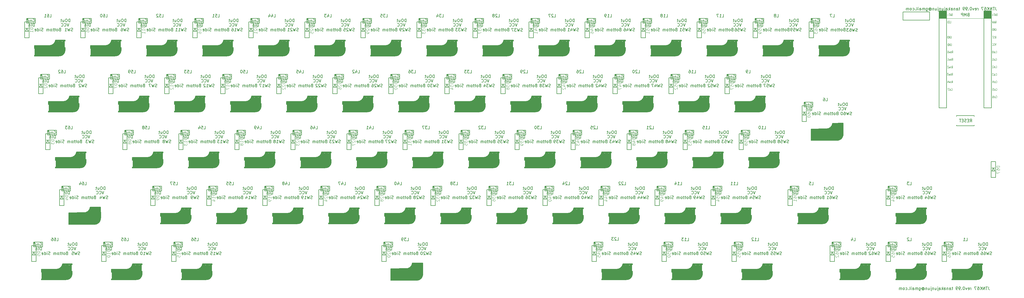
<source format=gbo>
G04 #@! TF.GenerationSoftware,KiCad,Pcbnew,(5.1.12)-1*
G04 #@! TF.CreationDate,2022-12-17T21:00:28+09:00*
G04 #@! TF.ProjectId,jtnk67,6a746e6b-3637-42e6-9b69-6361645f7063,rev?*
G04 #@! TF.SameCoordinates,Original*
G04 #@! TF.FileFunction,Legend,Bot*
G04 #@! TF.FilePolarity,Positive*
%FSLAX46Y46*%
G04 Gerber Fmt 4.6, Leading zero omitted, Abs format (unit mm)*
G04 Created by KiCad (PCBNEW (5.1.12)-1) date 2022-12-17 21:00:28*
%MOMM*%
%LPD*%
G01*
G04 APERTURE LIST*
%ADD10C,0.150000*%
%ADD11C,0.120000*%
%ADD12C,0.100000*%
%ADD13C,0.400000*%
%ADD14C,0.500000*%
%ADD15C,3.500000*%
%ADD16C,1.000000*%
%ADD17C,3.000000*%
%ADD18C,0.800000*%
%ADD19C,0.300000*%
%ADD20C,0.200000*%
%ADD21C,0.125000*%
G04 APERTURE END LIST*
D10*
X350803869Y-18502380D02*
X350803869Y-19216666D01*
X350851488Y-19359523D01*
X350946726Y-19454761D01*
X351089583Y-19502380D01*
X351184821Y-19502380D01*
X350470535Y-18502380D02*
X349899107Y-18502380D01*
X350184821Y-19502380D02*
X350184821Y-18502380D01*
X349565773Y-19502380D02*
X349565773Y-18502380D01*
X348994345Y-19502380D01*
X348994345Y-18502380D01*
X348518154Y-19502380D02*
X348518154Y-18502380D01*
X347946726Y-19502380D02*
X348375297Y-18930952D01*
X347946726Y-18502380D02*
X348518154Y-19073809D01*
X347089583Y-18502380D02*
X347280059Y-18502380D01*
X347375297Y-18550000D01*
X347422916Y-18597619D01*
X347518154Y-18740476D01*
X347565773Y-18930952D01*
X347565773Y-19311904D01*
X347518154Y-19407142D01*
X347470535Y-19454761D01*
X347375297Y-19502380D01*
X347184821Y-19502380D01*
X347089583Y-19454761D01*
X347041964Y-19407142D01*
X346994345Y-19311904D01*
X346994345Y-19073809D01*
X347041964Y-18978571D01*
X347089583Y-18930952D01*
X347184821Y-18883333D01*
X347375297Y-18883333D01*
X347470535Y-18930952D01*
X347518154Y-18978571D01*
X347565773Y-19073809D01*
X346661011Y-18502380D02*
X345994345Y-18502380D01*
X346422916Y-19502380D01*
X344851488Y-19502380D02*
X344851488Y-18835714D01*
X344851488Y-19026190D02*
X344803869Y-18930952D01*
X344756250Y-18883333D01*
X344661011Y-18835714D01*
X344565773Y-18835714D01*
X343851488Y-19454761D02*
X343946726Y-19502380D01*
X344137202Y-19502380D01*
X344232440Y-19454761D01*
X344280059Y-19359523D01*
X344280059Y-18978571D01*
X344232440Y-18883333D01*
X344137202Y-18835714D01*
X343946726Y-18835714D01*
X343851488Y-18883333D01*
X343803869Y-18978571D01*
X343803869Y-19073809D01*
X344280059Y-19169047D01*
X343470535Y-18835714D02*
X343232440Y-19502380D01*
X342994345Y-18835714D01*
X342422916Y-18502380D02*
X342327678Y-18502380D01*
X342232440Y-18550000D01*
X342184821Y-18597619D01*
X342137202Y-18692857D01*
X342089583Y-18883333D01*
X342089583Y-19121428D01*
X342137202Y-19311904D01*
X342184821Y-19407142D01*
X342232440Y-19454761D01*
X342327678Y-19502380D01*
X342422916Y-19502380D01*
X342518154Y-19454761D01*
X342565773Y-19407142D01*
X342613392Y-19311904D01*
X342661011Y-19121428D01*
X342661011Y-18883333D01*
X342613392Y-18692857D01*
X342565773Y-18597619D01*
X342518154Y-18550000D01*
X342422916Y-18502380D01*
X341661011Y-19407142D02*
X341613392Y-19454761D01*
X341661011Y-19502380D01*
X341708630Y-19454761D01*
X341661011Y-19407142D01*
X341661011Y-19502380D01*
X341137202Y-19502380D02*
X340946726Y-19502380D01*
X340851488Y-19454761D01*
X340803869Y-19407142D01*
X340708630Y-19264285D01*
X340661011Y-19073809D01*
X340661011Y-18692857D01*
X340708630Y-18597619D01*
X340756250Y-18550000D01*
X340851488Y-18502380D01*
X341041964Y-18502380D01*
X341137202Y-18550000D01*
X341184821Y-18597619D01*
X341232440Y-18692857D01*
X341232440Y-18930952D01*
X341184821Y-19026190D01*
X341137202Y-19073809D01*
X341041964Y-19121428D01*
X340851488Y-19121428D01*
X340756250Y-19073809D01*
X340708630Y-19026190D01*
X340661011Y-18930952D01*
X340184821Y-19502380D02*
X339994345Y-19502380D01*
X339899107Y-19454761D01*
X339851488Y-19407142D01*
X339756250Y-19264285D01*
X339708630Y-19073809D01*
X339708630Y-18692857D01*
X339756250Y-18597619D01*
X339803869Y-18550000D01*
X339899107Y-18502380D01*
X340089583Y-18502380D01*
X340184821Y-18550000D01*
X340232440Y-18597619D01*
X340280059Y-18692857D01*
X340280059Y-18930952D01*
X340232440Y-19026190D01*
X340184821Y-19073809D01*
X340089583Y-19121428D01*
X339899107Y-19121428D01*
X339803869Y-19073809D01*
X339756250Y-19026190D01*
X339708630Y-18930952D01*
X338661011Y-18835714D02*
X338280059Y-18835714D01*
X338518154Y-18502380D02*
X338518154Y-19359523D01*
X338470535Y-19454761D01*
X338375297Y-19502380D01*
X338280059Y-19502380D01*
X337518154Y-19502380D02*
X337518154Y-18978571D01*
X337565773Y-18883333D01*
X337661011Y-18835714D01*
X337851488Y-18835714D01*
X337946726Y-18883333D01*
X337518154Y-19454761D02*
X337613392Y-19502380D01*
X337851488Y-19502380D01*
X337946726Y-19454761D01*
X337994345Y-19359523D01*
X337994345Y-19264285D01*
X337946726Y-19169047D01*
X337851488Y-19121428D01*
X337613392Y-19121428D01*
X337518154Y-19073809D01*
X337041964Y-18835714D02*
X337041964Y-19502380D01*
X337041964Y-18930952D02*
X336994345Y-18883333D01*
X336899107Y-18835714D01*
X336756250Y-18835714D01*
X336661011Y-18883333D01*
X336613392Y-18978571D01*
X336613392Y-19502380D01*
X335708630Y-19502380D02*
X335708630Y-18978571D01*
X335756250Y-18883333D01*
X335851488Y-18835714D01*
X336041964Y-18835714D01*
X336137202Y-18883333D01*
X335708630Y-19454761D02*
X335803869Y-19502380D01*
X336041964Y-19502380D01*
X336137202Y-19454761D01*
X336184821Y-19359523D01*
X336184821Y-19264285D01*
X336137202Y-19169047D01*
X336041964Y-19121428D01*
X335803869Y-19121428D01*
X335708630Y-19073809D01*
X335232440Y-19502380D02*
X335232440Y-18502380D01*
X335137202Y-19121428D02*
X334851488Y-19502380D01*
X334851488Y-18835714D02*
X335232440Y-19216666D01*
X333994345Y-19502380D02*
X333994345Y-18978571D01*
X334041964Y-18883333D01*
X334137202Y-18835714D01*
X334327678Y-18835714D01*
X334422916Y-18883333D01*
X333994345Y-19454761D02*
X334089583Y-19502380D01*
X334327678Y-19502380D01*
X334422916Y-19454761D01*
X334470535Y-19359523D01*
X334470535Y-19264285D01*
X334422916Y-19169047D01*
X334327678Y-19121428D01*
X334089583Y-19121428D01*
X333994345Y-19073809D01*
X333518154Y-18835714D02*
X333518154Y-19692857D01*
X333565773Y-19788095D01*
X333661011Y-19835714D01*
X333708630Y-19835714D01*
X333518154Y-18502380D02*
X333565773Y-18550000D01*
X333518154Y-18597619D01*
X333470535Y-18550000D01*
X333518154Y-18502380D01*
X333518154Y-18597619D01*
X332613392Y-18835714D02*
X332613392Y-19502380D01*
X333041964Y-18835714D02*
X333041964Y-19359523D01*
X332994345Y-19454761D01*
X332899107Y-19502380D01*
X332756250Y-19502380D01*
X332661011Y-19454761D01*
X332613392Y-19407142D01*
X332137202Y-18835714D02*
X332137202Y-19502380D01*
X332137202Y-18930952D02*
X332089583Y-18883333D01*
X331994345Y-18835714D01*
X331851488Y-18835714D01*
X331756250Y-18883333D01*
X331708630Y-18978571D01*
X331708630Y-19502380D01*
X331232440Y-18835714D02*
X331232440Y-19692857D01*
X331280059Y-19788095D01*
X331375297Y-19835714D01*
X331422916Y-19835714D01*
X331232440Y-18502380D02*
X331280059Y-18550000D01*
X331232440Y-18597619D01*
X331184821Y-18550000D01*
X331232440Y-18502380D01*
X331232440Y-18597619D01*
X330327678Y-18835714D02*
X330327678Y-19502380D01*
X330756250Y-18835714D02*
X330756250Y-19359523D01*
X330708630Y-19454761D01*
X330613392Y-19502380D01*
X330470535Y-19502380D01*
X330375297Y-19454761D01*
X330327678Y-19407142D01*
X329851488Y-18835714D02*
X329851488Y-19502380D01*
X329851488Y-18930952D02*
X329803869Y-18883333D01*
X329708630Y-18835714D01*
X329565773Y-18835714D01*
X329470535Y-18883333D01*
X329422916Y-18978571D01*
X329422916Y-19502380D01*
X328327678Y-19026190D02*
X328375297Y-18978571D01*
X328470535Y-18930952D01*
X328565773Y-18930952D01*
X328661011Y-18978571D01*
X328708630Y-19026190D01*
X328756250Y-19121428D01*
X328756250Y-19216666D01*
X328708630Y-19311904D01*
X328661011Y-19359523D01*
X328565773Y-19407142D01*
X328470535Y-19407142D01*
X328375297Y-19359523D01*
X328327678Y-19311904D01*
X328327678Y-18930952D02*
X328327678Y-19311904D01*
X328280059Y-19359523D01*
X328232440Y-19359523D01*
X328137202Y-19311904D01*
X328089583Y-19216666D01*
X328089583Y-18978571D01*
X328184821Y-18835714D01*
X328327678Y-18740476D01*
X328518154Y-18692857D01*
X328708630Y-18740476D01*
X328851488Y-18835714D01*
X328946726Y-18978571D01*
X328994345Y-19169047D01*
X328946726Y-19359523D01*
X328851488Y-19502380D01*
X328708630Y-19597619D01*
X328518154Y-19645238D01*
X328327678Y-19597619D01*
X328184821Y-19502380D01*
X327232440Y-18835714D02*
X327232440Y-19645238D01*
X327280059Y-19740476D01*
X327327678Y-19788095D01*
X327422916Y-19835714D01*
X327565773Y-19835714D01*
X327661011Y-19788095D01*
X327232440Y-19454761D02*
X327327678Y-19502380D01*
X327518154Y-19502380D01*
X327613392Y-19454761D01*
X327661011Y-19407142D01*
X327708630Y-19311904D01*
X327708630Y-19026190D01*
X327661011Y-18930952D01*
X327613392Y-18883333D01*
X327518154Y-18835714D01*
X327327678Y-18835714D01*
X327232440Y-18883333D01*
X326756250Y-19502380D02*
X326756250Y-18835714D01*
X326756250Y-18930952D02*
X326708630Y-18883333D01*
X326613392Y-18835714D01*
X326470535Y-18835714D01*
X326375297Y-18883333D01*
X326327678Y-18978571D01*
X326327678Y-19502380D01*
X326327678Y-18978571D02*
X326280059Y-18883333D01*
X326184821Y-18835714D01*
X326041964Y-18835714D01*
X325946726Y-18883333D01*
X325899107Y-18978571D01*
X325899107Y-19502380D01*
X324994345Y-19502380D02*
X324994345Y-18978571D01*
X325041964Y-18883333D01*
X325137202Y-18835714D01*
X325327678Y-18835714D01*
X325422916Y-18883333D01*
X324994345Y-19454761D02*
X325089583Y-19502380D01*
X325327678Y-19502380D01*
X325422916Y-19454761D01*
X325470535Y-19359523D01*
X325470535Y-19264285D01*
X325422916Y-19169047D01*
X325327678Y-19121428D01*
X325089583Y-19121428D01*
X324994345Y-19073809D01*
X324518154Y-19502380D02*
X324518154Y-18835714D01*
X324518154Y-18502380D02*
X324565773Y-18550000D01*
X324518154Y-18597619D01*
X324470535Y-18550000D01*
X324518154Y-18502380D01*
X324518154Y-18597619D01*
X323899107Y-19502380D02*
X323994345Y-19454761D01*
X324041964Y-19359523D01*
X324041964Y-18502380D01*
X323518154Y-19407142D02*
X323470535Y-19454761D01*
X323518154Y-19502380D01*
X323565773Y-19454761D01*
X323518154Y-19407142D01*
X323518154Y-19502380D01*
X322613392Y-19454761D02*
X322708630Y-19502380D01*
X322899107Y-19502380D01*
X322994345Y-19454761D01*
X323041964Y-19407142D01*
X323089583Y-19311904D01*
X323089583Y-19026190D01*
X323041964Y-18930952D01*
X322994345Y-18883333D01*
X322899107Y-18835714D01*
X322708630Y-18835714D01*
X322613392Y-18883333D01*
X322041964Y-19502380D02*
X322137202Y-19454761D01*
X322184821Y-19407142D01*
X322232440Y-19311904D01*
X322232440Y-19026190D01*
X322184821Y-18930952D01*
X322137202Y-18883333D01*
X322041964Y-18835714D01*
X321899107Y-18835714D01*
X321803869Y-18883333D01*
X321756250Y-18930952D01*
X321708630Y-19026190D01*
X321708630Y-19311904D01*
X321756250Y-19407142D01*
X321803869Y-19454761D01*
X321899107Y-19502380D01*
X322041964Y-19502380D01*
X321280059Y-19502380D02*
X321280059Y-18835714D01*
X321280059Y-18930952D02*
X321232440Y-18883333D01*
X321137202Y-18835714D01*
X320994345Y-18835714D01*
X320899107Y-18883333D01*
X320851488Y-18978571D01*
X320851488Y-19502380D01*
X320851488Y-18978571D02*
X320803869Y-18883333D01*
X320708630Y-18835714D01*
X320565773Y-18835714D01*
X320470535Y-18883333D01*
X320422916Y-18978571D01*
X320422916Y-19502380D01*
X348422619Y-113752380D02*
X348422619Y-114466666D01*
X348470238Y-114609523D01*
X348565476Y-114704761D01*
X348708333Y-114752380D01*
X348803571Y-114752380D01*
X348089285Y-113752380D02*
X347517857Y-113752380D01*
X347803571Y-114752380D02*
X347803571Y-113752380D01*
X347184523Y-114752380D02*
X347184523Y-113752380D01*
X346613095Y-114752380D01*
X346613095Y-113752380D01*
X346136904Y-114752380D02*
X346136904Y-113752380D01*
X345565476Y-114752380D02*
X345994047Y-114180952D01*
X345565476Y-113752380D02*
X346136904Y-114323809D01*
X344708333Y-113752380D02*
X344898809Y-113752380D01*
X344994047Y-113800000D01*
X345041666Y-113847619D01*
X345136904Y-113990476D01*
X345184523Y-114180952D01*
X345184523Y-114561904D01*
X345136904Y-114657142D01*
X345089285Y-114704761D01*
X344994047Y-114752380D01*
X344803571Y-114752380D01*
X344708333Y-114704761D01*
X344660714Y-114657142D01*
X344613095Y-114561904D01*
X344613095Y-114323809D01*
X344660714Y-114228571D01*
X344708333Y-114180952D01*
X344803571Y-114133333D01*
X344994047Y-114133333D01*
X345089285Y-114180952D01*
X345136904Y-114228571D01*
X345184523Y-114323809D01*
X344279761Y-113752380D02*
X343613095Y-113752380D01*
X344041666Y-114752380D01*
X342470238Y-114752380D02*
X342470238Y-114085714D01*
X342470238Y-114276190D02*
X342422619Y-114180952D01*
X342375000Y-114133333D01*
X342279761Y-114085714D01*
X342184523Y-114085714D01*
X341470238Y-114704761D02*
X341565476Y-114752380D01*
X341755952Y-114752380D01*
X341851190Y-114704761D01*
X341898809Y-114609523D01*
X341898809Y-114228571D01*
X341851190Y-114133333D01*
X341755952Y-114085714D01*
X341565476Y-114085714D01*
X341470238Y-114133333D01*
X341422619Y-114228571D01*
X341422619Y-114323809D01*
X341898809Y-114419047D01*
X341089285Y-114085714D02*
X340851190Y-114752380D01*
X340613095Y-114085714D01*
X340041666Y-113752380D02*
X339946428Y-113752380D01*
X339851190Y-113800000D01*
X339803571Y-113847619D01*
X339755952Y-113942857D01*
X339708333Y-114133333D01*
X339708333Y-114371428D01*
X339755952Y-114561904D01*
X339803571Y-114657142D01*
X339851190Y-114704761D01*
X339946428Y-114752380D01*
X340041666Y-114752380D01*
X340136904Y-114704761D01*
X340184523Y-114657142D01*
X340232142Y-114561904D01*
X340279761Y-114371428D01*
X340279761Y-114133333D01*
X340232142Y-113942857D01*
X340184523Y-113847619D01*
X340136904Y-113800000D01*
X340041666Y-113752380D01*
X339279761Y-114657142D02*
X339232142Y-114704761D01*
X339279761Y-114752380D01*
X339327380Y-114704761D01*
X339279761Y-114657142D01*
X339279761Y-114752380D01*
X338755952Y-114752380D02*
X338565476Y-114752380D01*
X338470238Y-114704761D01*
X338422619Y-114657142D01*
X338327380Y-114514285D01*
X338279761Y-114323809D01*
X338279761Y-113942857D01*
X338327380Y-113847619D01*
X338375000Y-113800000D01*
X338470238Y-113752380D01*
X338660714Y-113752380D01*
X338755952Y-113800000D01*
X338803571Y-113847619D01*
X338851190Y-113942857D01*
X338851190Y-114180952D01*
X338803571Y-114276190D01*
X338755952Y-114323809D01*
X338660714Y-114371428D01*
X338470238Y-114371428D01*
X338375000Y-114323809D01*
X338327380Y-114276190D01*
X338279761Y-114180952D01*
X337803571Y-114752380D02*
X337613095Y-114752380D01*
X337517857Y-114704761D01*
X337470238Y-114657142D01*
X337375000Y-114514285D01*
X337327380Y-114323809D01*
X337327380Y-113942857D01*
X337375000Y-113847619D01*
X337422619Y-113800000D01*
X337517857Y-113752380D01*
X337708333Y-113752380D01*
X337803571Y-113800000D01*
X337851190Y-113847619D01*
X337898809Y-113942857D01*
X337898809Y-114180952D01*
X337851190Y-114276190D01*
X337803571Y-114323809D01*
X337708333Y-114371428D01*
X337517857Y-114371428D01*
X337422619Y-114323809D01*
X337375000Y-114276190D01*
X337327380Y-114180952D01*
X336279761Y-114085714D02*
X335898809Y-114085714D01*
X336136904Y-113752380D02*
X336136904Y-114609523D01*
X336089285Y-114704761D01*
X335994047Y-114752380D01*
X335898809Y-114752380D01*
X335136904Y-114752380D02*
X335136904Y-114228571D01*
X335184523Y-114133333D01*
X335279761Y-114085714D01*
X335470238Y-114085714D01*
X335565476Y-114133333D01*
X335136904Y-114704761D02*
X335232142Y-114752380D01*
X335470238Y-114752380D01*
X335565476Y-114704761D01*
X335613095Y-114609523D01*
X335613095Y-114514285D01*
X335565476Y-114419047D01*
X335470238Y-114371428D01*
X335232142Y-114371428D01*
X335136904Y-114323809D01*
X334660714Y-114085714D02*
X334660714Y-114752380D01*
X334660714Y-114180952D02*
X334613095Y-114133333D01*
X334517857Y-114085714D01*
X334375000Y-114085714D01*
X334279761Y-114133333D01*
X334232142Y-114228571D01*
X334232142Y-114752380D01*
X333327380Y-114752380D02*
X333327380Y-114228571D01*
X333375000Y-114133333D01*
X333470238Y-114085714D01*
X333660714Y-114085714D01*
X333755952Y-114133333D01*
X333327380Y-114704761D02*
X333422619Y-114752380D01*
X333660714Y-114752380D01*
X333755952Y-114704761D01*
X333803571Y-114609523D01*
X333803571Y-114514285D01*
X333755952Y-114419047D01*
X333660714Y-114371428D01*
X333422619Y-114371428D01*
X333327380Y-114323809D01*
X332851190Y-114752380D02*
X332851190Y-113752380D01*
X332755952Y-114371428D02*
X332470238Y-114752380D01*
X332470238Y-114085714D02*
X332851190Y-114466666D01*
X331613095Y-114752380D02*
X331613095Y-114228571D01*
X331660714Y-114133333D01*
X331755952Y-114085714D01*
X331946428Y-114085714D01*
X332041666Y-114133333D01*
X331613095Y-114704761D02*
X331708333Y-114752380D01*
X331946428Y-114752380D01*
X332041666Y-114704761D01*
X332089285Y-114609523D01*
X332089285Y-114514285D01*
X332041666Y-114419047D01*
X331946428Y-114371428D01*
X331708333Y-114371428D01*
X331613095Y-114323809D01*
X331136904Y-114085714D02*
X331136904Y-114942857D01*
X331184523Y-115038095D01*
X331279761Y-115085714D01*
X331327380Y-115085714D01*
X331136904Y-113752380D02*
X331184523Y-113800000D01*
X331136904Y-113847619D01*
X331089285Y-113800000D01*
X331136904Y-113752380D01*
X331136904Y-113847619D01*
X330232142Y-114085714D02*
X330232142Y-114752380D01*
X330660714Y-114085714D02*
X330660714Y-114609523D01*
X330613095Y-114704761D01*
X330517857Y-114752380D01*
X330375000Y-114752380D01*
X330279761Y-114704761D01*
X330232142Y-114657142D01*
X329755952Y-114085714D02*
X329755952Y-114752380D01*
X329755952Y-114180952D02*
X329708333Y-114133333D01*
X329613095Y-114085714D01*
X329470238Y-114085714D01*
X329375000Y-114133333D01*
X329327380Y-114228571D01*
X329327380Y-114752380D01*
X328851190Y-114085714D02*
X328851190Y-114942857D01*
X328898809Y-115038095D01*
X328994047Y-115085714D01*
X329041666Y-115085714D01*
X328851190Y-113752380D02*
X328898809Y-113800000D01*
X328851190Y-113847619D01*
X328803571Y-113800000D01*
X328851190Y-113752380D01*
X328851190Y-113847619D01*
X327946428Y-114085714D02*
X327946428Y-114752380D01*
X328375000Y-114085714D02*
X328375000Y-114609523D01*
X328327380Y-114704761D01*
X328232142Y-114752380D01*
X328089285Y-114752380D01*
X327994047Y-114704761D01*
X327946428Y-114657142D01*
X327470238Y-114085714D02*
X327470238Y-114752380D01*
X327470238Y-114180952D02*
X327422619Y-114133333D01*
X327327380Y-114085714D01*
X327184523Y-114085714D01*
X327089285Y-114133333D01*
X327041666Y-114228571D01*
X327041666Y-114752380D01*
X325946428Y-114276190D02*
X325994047Y-114228571D01*
X326089285Y-114180952D01*
X326184523Y-114180952D01*
X326279761Y-114228571D01*
X326327380Y-114276190D01*
X326375000Y-114371428D01*
X326375000Y-114466666D01*
X326327380Y-114561904D01*
X326279761Y-114609523D01*
X326184523Y-114657142D01*
X326089285Y-114657142D01*
X325994047Y-114609523D01*
X325946428Y-114561904D01*
X325946428Y-114180952D02*
X325946428Y-114561904D01*
X325898809Y-114609523D01*
X325851190Y-114609523D01*
X325755952Y-114561904D01*
X325708333Y-114466666D01*
X325708333Y-114228571D01*
X325803571Y-114085714D01*
X325946428Y-113990476D01*
X326136904Y-113942857D01*
X326327380Y-113990476D01*
X326470238Y-114085714D01*
X326565476Y-114228571D01*
X326613095Y-114419047D01*
X326565476Y-114609523D01*
X326470238Y-114752380D01*
X326327380Y-114847619D01*
X326136904Y-114895238D01*
X325946428Y-114847619D01*
X325803571Y-114752380D01*
X324851190Y-114085714D02*
X324851190Y-114895238D01*
X324898809Y-114990476D01*
X324946428Y-115038095D01*
X325041666Y-115085714D01*
X325184523Y-115085714D01*
X325279761Y-115038095D01*
X324851190Y-114704761D02*
X324946428Y-114752380D01*
X325136904Y-114752380D01*
X325232142Y-114704761D01*
X325279761Y-114657142D01*
X325327380Y-114561904D01*
X325327380Y-114276190D01*
X325279761Y-114180952D01*
X325232142Y-114133333D01*
X325136904Y-114085714D01*
X324946428Y-114085714D01*
X324851190Y-114133333D01*
X324375000Y-114752380D02*
X324375000Y-114085714D01*
X324375000Y-114180952D02*
X324327380Y-114133333D01*
X324232142Y-114085714D01*
X324089285Y-114085714D01*
X323994047Y-114133333D01*
X323946428Y-114228571D01*
X323946428Y-114752380D01*
X323946428Y-114228571D02*
X323898809Y-114133333D01*
X323803571Y-114085714D01*
X323660714Y-114085714D01*
X323565476Y-114133333D01*
X323517857Y-114228571D01*
X323517857Y-114752380D01*
X322613095Y-114752380D02*
X322613095Y-114228571D01*
X322660714Y-114133333D01*
X322755952Y-114085714D01*
X322946428Y-114085714D01*
X323041666Y-114133333D01*
X322613095Y-114704761D02*
X322708333Y-114752380D01*
X322946428Y-114752380D01*
X323041666Y-114704761D01*
X323089285Y-114609523D01*
X323089285Y-114514285D01*
X323041666Y-114419047D01*
X322946428Y-114371428D01*
X322708333Y-114371428D01*
X322613095Y-114323809D01*
X322136904Y-114752380D02*
X322136904Y-114085714D01*
X322136904Y-113752380D02*
X322184523Y-113800000D01*
X322136904Y-113847619D01*
X322089285Y-113800000D01*
X322136904Y-113752380D01*
X322136904Y-113847619D01*
X321517857Y-114752380D02*
X321613095Y-114704761D01*
X321660714Y-114609523D01*
X321660714Y-113752380D01*
X321136904Y-114657142D02*
X321089285Y-114704761D01*
X321136904Y-114752380D01*
X321184523Y-114704761D01*
X321136904Y-114657142D01*
X321136904Y-114752380D01*
X320232142Y-114704761D02*
X320327380Y-114752380D01*
X320517857Y-114752380D01*
X320613095Y-114704761D01*
X320660714Y-114657142D01*
X320708333Y-114561904D01*
X320708333Y-114276190D01*
X320660714Y-114180952D01*
X320613095Y-114133333D01*
X320517857Y-114085714D01*
X320327380Y-114085714D01*
X320232142Y-114133333D01*
X319660714Y-114752380D02*
X319755952Y-114704761D01*
X319803571Y-114657142D01*
X319851190Y-114561904D01*
X319851190Y-114276190D01*
X319803571Y-114180952D01*
X319755952Y-114133333D01*
X319660714Y-114085714D01*
X319517857Y-114085714D01*
X319422619Y-114133333D01*
X319375000Y-114180952D01*
X319327380Y-114276190D01*
X319327380Y-114561904D01*
X319375000Y-114657142D01*
X319422619Y-114704761D01*
X319517857Y-114752380D01*
X319660714Y-114752380D01*
X318898809Y-114752380D02*
X318898809Y-114085714D01*
X318898809Y-114180952D02*
X318851190Y-114133333D01*
X318755952Y-114085714D01*
X318613095Y-114085714D01*
X318517857Y-114133333D01*
X318470238Y-114228571D01*
X318470238Y-114752380D01*
X318470238Y-114228571D02*
X318422619Y-114133333D01*
X318327380Y-114085714D01*
X318184523Y-114085714D01*
X318089285Y-114133333D01*
X318041666Y-114228571D01*
X318041666Y-114752380D01*
X298974000Y-61980000D02*
X298974000Y-58035000D01*
X288074000Y-59980000D02*
X293124000Y-59934000D01*
X298974000Y-58026000D02*
X295364000Y-58026000D01*
X288074000Y-63934000D02*
X296699000Y-63934000D01*
G36*
X298974000Y-58010000D02*
G01*
X295374000Y-58020000D01*
X295314000Y-58420000D01*
X295164000Y-58770000D01*
X294784000Y-59340000D01*
X294374000Y-59640000D01*
X294014000Y-59830000D01*
X293674000Y-59920000D01*
X288074000Y-59980000D01*
X288074000Y-63930000D01*
X296894000Y-63930000D01*
X297574000Y-63830000D01*
X298024000Y-63600000D01*
X298414000Y-63270000D01*
X298734000Y-62800000D01*
X298964000Y-62160000D01*
X298984000Y-61370000D01*
X298974000Y-58010000D01*
G37*
X298974000Y-58010000D02*
X295374000Y-58020000D01*
X295314000Y-58420000D01*
X295164000Y-58770000D01*
X294784000Y-59340000D01*
X294374000Y-59640000D01*
X294014000Y-59830000D01*
X293674000Y-59920000D01*
X288074000Y-59980000D01*
X288074000Y-63930000D01*
X296894000Y-63930000D01*
X297574000Y-63830000D01*
X298024000Y-63600000D01*
X298414000Y-63270000D01*
X298734000Y-62800000D01*
X298964000Y-62160000D01*
X298984000Y-61370000D01*
X298974000Y-58010000D01*
X288074000Y-60026000D02*
X288074000Y-63934000D01*
X295359000Y-58050000D02*
G75*
G02*
X293099000Y-59930000I-2070000J190000D01*
G01*
X298963000Y-62050000D02*
G75*
G02*
X296699000Y-63934000I-2074000J190000D01*
G01*
X156099000Y-105651000D02*
X152489000Y-105651000D01*
X156099000Y-109605000D02*
X156099000Y-105660000D01*
X145199000Y-111559000D02*
X153824000Y-111559000D01*
X145199000Y-107651000D02*
X145199000Y-111559000D01*
X145199000Y-107605000D02*
X150249000Y-107559000D01*
G36*
X156099000Y-105635000D02*
G01*
X152499000Y-105645000D01*
X152439000Y-106045000D01*
X152289000Y-106395000D01*
X151909000Y-106965000D01*
X151499000Y-107265000D01*
X151139000Y-107455000D01*
X150799000Y-107545000D01*
X145199000Y-107605000D01*
X145199000Y-111555000D01*
X154019000Y-111555000D01*
X154699000Y-111455000D01*
X155149000Y-111225000D01*
X155539000Y-110895000D01*
X155859000Y-110425000D01*
X156089000Y-109785000D01*
X156109000Y-108995000D01*
X156099000Y-105635000D01*
G37*
X156099000Y-105635000D02*
X152499000Y-105645000D01*
X152439000Y-106045000D01*
X152289000Y-106395000D01*
X151909000Y-106965000D01*
X151499000Y-107265000D01*
X151139000Y-107455000D01*
X150799000Y-107545000D01*
X145199000Y-107605000D01*
X145199000Y-111555000D01*
X154019000Y-111555000D01*
X154699000Y-111455000D01*
X155149000Y-111225000D01*
X155539000Y-110895000D01*
X155859000Y-110425000D01*
X156089000Y-109785000D01*
X156109000Y-108995000D01*
X156099000Y-105635000D01*
X152484000Y-105675000D02*
G75*
G02*
X150224000Y-107555000I-2070000J190000D01*
G01*
X156088000Y-109675000D02*
G75*
G02*
X153824000Y-111559000I-2074000J190000D01*
G01*
D11*
X334132600Y-22352000D02*
X346812600Y-22352000D01*
D12*
G36*
X331592600Y-22352000D02*
G01*
X334132600Y-22352000D01*
X334132600Y-19812000D01*
X331592600Y-19812000D01*
X331592600Y-22352000D01*
G37*
X331592600Y-22352000D02*
X334132600Y-22352000D01*
X334132600Y-19812000D01*
X331592600Y-19812000D01*
X331592600Y-22352000D01*
G36*
X346812600Y-22340000D02*
G01*
X349352600Y-22340000D01*
X349352600Y-19800000D01*
X346812600Y-19800000D01*
X346812600Y-22340000D01*
G37*
X346812600Y-22340000D02*
X349352600Y-22340000D01*
X349352600Y-19800000D01*
X346812600Y-19800000D01*
X346812600Y-22340000D01*
D10*
X349352600Y-22352000D02*
X346812600Y-22352000D01*
X334132600Y-22352000D02*
X331592600Y-22352000D01*
X349352600Y-19812000D02*
X346812600Y-19812000D01*
X346812600Y-19812000D02*
X346812600Y-52832000D01*
X346812600Y-52832000D02*
X349352600Y-52832000D01*
X349352600Y-52832000D02*
X349352600Y-19812000D01*
X334132600Y-19812000D02*
X331592600Y-19812000D01*
X331592600Y-19812000D02*
X331592600Y-52832000D01*
X331592600Y-52832000D02*
X334132600Y-52832000D01*
X334132600Y-52832000D02*
X334132600Y-19812000D01*
X343519000Y-55400000D02*
X343519000Y-55650000D01*
X337519000Y-55400000D02*
X343519000Y-55400000D01*
X337519000Y-55650000D02*
X337519000Y-55400000D01*
X337519000Y-58900000D02*
X337519000Y-58650000D01*
X343519000Y-58900000D02*
X337519000Y-58900000D01*
X343519000Y-58650000D02*
X343519000Y-58900000D01*
D13*
X336119000Y-108675000D02*
X336119000Y-107975000D01*
X336119000Y-111175000D02*
X337519000Y-111175000D01*
D14*
X346219000Y-106075000D02*
X343519000Y-106075000D01*
D10*
X335919000Y-111025000D02*
X335919000Y-111375000D01*
X335919000Y-111375000D02*
X344319001Y-111375000D01*
X340919000Y-107775000D02*
X335919000Y-107775000D01*
X346419000Y-105875000D02*
X343139000Y-105875000D01*
X346419000Y-109475000D02*
X346419000Y-108475000D01*
X346419000Y-105875000D02*
X346419000Y-106235000D01*
X346219000Y-106235000D02*
X346419000Y-106235000D01*
X346189000Y-108475000D02*
X346189000Y-106235000D01*
X346419000Y-108475000D02*
X346219000Y-108475000D01*
X336119000Y-111025000D02*
X335919000Y-111025000D01*
X336139000Y-108775000D02*
X336139000Y-111025000D01*
X335919000Y-108775000D02*
X336119000Y-108775000D01*
X335919000Y-107775000D02*
X335919000Y-108775000D01*
D15*
X337919000Y-109575000D02*
X344619000Y-109575000D01*
D16*
X336619000Y-110775000D02*
X336619000Y-108275000D01*
D14*
X336219000Y-108075000D02*
X337619000Y-108075000D01*
D17*
X344689000Y-109875000D02*
X344689000Y-107635000D01*
D18*
X345819000Y-106375000D02*
X345819000Y-108174999D01*
D19*
X346319000Y-108575001D02*
X346319000Y-109475000D01*
D10*
X343135318Y-105896471D02*
G75*
G02*
X340919000Y-107775000I-2151318J291471D01*
G01*
X346419000Y-109474999D02*
G75*
G02*
X344319001Y-111375000I-2000000J99999D01*
G01*
D16*
X343535318Y-106296471D02*
G75*
G02*
X341319000Y-108175000I-2151318J291471D01*
G01*
D13*
X317069000Y-108675000D02*
X317069000Y-107975000D01*
X317069000Y-111175000D02*
X318469000Y-111175000D01*
D14*
X327169000Y-106075000D02*
X324469000Y-106075000D01*
D10*
X316869000Y-111025000D02*
X316869000Y-111375000D01*
X316869000Y-111375000D02*
X325269001Y-111375000D01*
X321869000Y-107775000D02*
X316869000Y-107775000D01*
X327369000Y-105875000D02*
X324089000Y-105875000D01*
X327369000Y-109475000D02*
X327369000Y-108475000D01*
X327369000Y-105875000D02*
X327369000Y-106235000D01*
X327169000Y-106235000D02*
X327369000Y-106235000D01*
X327139000Y-108475000D02*
X327139000Y-106235000D01*
X327369000Y-108475000D02*
X327169000Y-108475000D01*
X317069000Y-111025000D02*
X316869000Y-111025000D01*
X317089000Y-108775000D02*
X317089000Y-111025000D01*
X316869000Y-108775000D02*
X317069000Y-108775000D01*
X316869000Y-107775000D02*
X316869000Y-108775000D01*
D15*
X318869000Y-109575000D02*
X325569000Y-109575000D01*
D16*
X317569000Y-110775000D02*
X317569000Y-108275000D01*
D14*
X317169000Y-108075000D02*
X318569000Y-108075000D01*
D17*
X325639000Y-109875000D02*
X325639000Y-107635000D01*
D18*
X326769000Y-106375000D02*
X326769000Y-108174999D01*
D19*
X327269000Y-108575001D02*
X327269000Y-109475000D01*
D10*
X324085318Y-105896471D02*
G75*
G02*
X321869000Y-107775000I-2151318J291471D01*
G01*
X327369000Y-109474999D02*
G75*
G02*
X325269001Y-111375000I-2000000J99999D01*
G01*
D16*
X324485318Y-106296471D02*
G75*
G02*
X322269000Y-108175000I-2151318J291471D01*
G01*
D13*
X317069000Y-89625000D02*
X317069000Y-88925000D01*
X317069000Y-92125000D02*
X318469000Y-92125000D01*
D14*
X327169000Y-87025000D02*
X324469000Y-87025000D01*
D10*
X316869000Y-91975000D02*
X316869000Y-92325000D01*
X316869000Y-92325000D02*
X325269001Y-92325000D01*
X321869000Y-88725000D02*
X316869000Y-88725000D01*
X327369000Y-86825000D02*
X324089000Y-86825000D01*
X327369000Y-90425000D02*
X327369000Y-89425000D01*
X327369000Y-86825000D02*
X327369000Y-87185000D01*
X327169000Y-87185000D02*
X327369000Y-87185000D01*
X327139000Y-89425000D02*
X327139000Y-87185000D01*
X327369000Y-89425000D02*
X327169000Y-89425000D01*
X317069000Y-91975000D02*
X316869000Y-91975000D01*
X317089000Y-89725000D02*
X317089000Y-91975000D01*
X316869000Y-89725000D02*
X317069000Y-89725000D01*
X316869000Y-88725000D02*
X316869000Y-89725000D01*
D15*
X318869000Y-90525000D02*
X325569000Y-90525000D01*
D16*
X317569000Y-91725000D02*
X317569000Y-89225000D01*
D14*
X317169000Y-89025000D02*
X318569000Y-89025000D01*
D17*
X325639000Y-90825000D02*
X325639000Y-88585000D01*
D18*
X326769000Y-87325000D02*
X326769000Y-89124999D01*
D19*
X327269000Y-89525001D02*
X327269000Y-90425000D01*
D10*
X324085318Y-86846471D02*
G75*
G02*
X321869000Y-88725000I-2151318J291471D01*
G01*
X327369000Y-90424999D02*
G75*
G02*
X325269001Y-92325000I-2000000J99999D01*
G01*
D16*
X324485318Y-87246471D02*
G75*
G02*
X322269000Y-89125000I-2151318J291471D01*
G01*
D13*
X290875000Y-32475000D02*
X290875000Y-31775000D01*
X290875000Y-34975000D02*
X292275000Y-34975000D01*
D14*
X300975000Y-29875000D02*
X298275000Y-29875000D01*
D10*
X290675000Y-34825000D02*
X290675000Y-35175000D01*
X290675000Y-35175000D02*
X299075001Y-35175000D01*
X295675000Y-31575000D02*
X290675000Y-31575000D01*
X301175000Y-29675000D02*
X297895000Y-29675000D01*
X301175000Y-33275000D02*
X301175000Y-32275000D01*
X301175000Y-29675000D02*
X301175000Y-30035000D01*
X300975000Y-30035000D02*
X301175000Y-30035000D01*
X300945000Y-32275000D02*
X300945000Y-30035000D01*
X301175000Y-32275000D02*
X300975000Y-32275000D01*
X290875000Y-34825000D02*
X290675000Y-34825000D01*
X290895000Y-32575000D02*
X290895000Y-34825000D01*
X290675000Y-32575000D02*
X290875000Y-32575000D01*
X290675000Y-31575000D02*
X290675000Y-32575000D01*
D15*
X292675000Y-33375000D02*
X299375000Y-33375000D01*
D16*
X291375000Y-34575000D02*
X291375000Y-32075000D01*
D14*
X290975000Y-31875000D02*
X292375000Y-31875000D01*
D17*
X299445000Y-33675000D02*
X299445000Y-31435000D01*
D18*
X300575000Y-30175000D02*
X300575000Y-31974999D01*
D19*
X301075000Y-32375001D02*
X301075000Y-33275000D01*
D10*
X297891318Y-29696471D02*
G75*
G02*
X295675000Y-31575000I-2151318J291471D01*
G01*
X301175000Y-33274999D02*
G75*
G02*
X299075001Y-35175000I-2000000J99999D01*
G01*
D16*
X298291318Y-30096471D02*
G75*
G02*
X296075000Y-31975000I-2151318J291471D01*
G01*
D13*
X298019000Y-108675000D02*
X298019000Y-107975000D01*
X298019000Y-111175000D02*
X299419000Y-111175000D01*
D14*
X308119000Y-106075000D02*
X305419000Y-106075000D01*
D10*
X297819000Y-111025000D02*
X297819000Y-111375000D01*
X297819000Y-111375000D02*
X306219001Y-111375000D01*
X302819000Y-107775000D02*
X297819000Y-107775000D01*
X308319000Y-105875000D02*
X305039000Y-105875000D01*
X308319000Y-109475000D02*
X308319000Y-108475000D01*
X308319000Y-105875000D02*
X308319000Y-106235000D01*
X308119000Y-106235000D02*
X308319000Y-106235000D01*
X308089000Y-108475000D02*
X308089000Y-106235000D01*
X308319000Y-108475000D02*
X308119000Y-108475000D01*
X298019000Y-111025000D02*
X297819000Y-111025000D01*
X298039000Y-108775000D02*
X298039000Y-111025000D01*
X297819000Y-108775000D02*
X298019000Y-108775000D01*
X297819000Y-107775000D02*
X297819000Y-108775000D01*
D15*
X299819000Y-109575000D02*
X306519000Y-109575000D01*
D16*
X298519000Y-110775000D02*
X298519000Y-108275000D01*
D14*
X298119000Y-108075000D02*
X299519000Y-108075000D01*
D17*
X306589000Y-109875000D02*
X306589000Y-107635000D01*
D18*
X307719000Y-106375000D02*
X307719000Y-108174999D01*
D19*
X308219000Y-108575001D02*
X308219000Y-109475000D01*
D10*
X305035318Y-105896471D02*
G75*
G02*
X302819000Y-107775000I-2151318J291471D01*
G01*
X308319000Y-109474999D02*
G75*
G02*
X306219001Y-111375000I-2000000J99999D01*
G01*
D16*
X305435318Y-106296471D02*
G75*
G02*
X303219000Y-108175000I-2151318J291471D01*
G01*
D19*
X293931000Y-89525001D02*
X293931000Y-90425000D01*
D18*
X293431000Y-87325000D02*
X293431000Y-89124999D01*
D17*
X292301000Y-90825000D02*
X292301000Y-88585000D01*
D14*
X283831000Y-89025000D02*
X285231000Y-89025000D01*
D16*
X284231000Y-91725000D02*
X284231000Y-89225000D01*
D15*
X285531000Y-90525000D02*
X292231000Y-90525000D01*
D10*
X283531000Y-88725000D02*
X283531000Y-89725000D01*
X283531000Y-89725000D02*
X283731000Y-89725000D01*
X283751000Y-89725000D02*
X283751000Y-91975000D01*
X283731000Y-91975000D02*
X283531000Y-91975000D01*
X294031000Y-89425000D02*
X293831000Y-89425000D01*
X293801000Y-89425000D02*
X293801000Y-87185000D01*
X293831000Y-87185000D02*
X294031000Y-87185000D01*
X294031000Y-86825000D02*
X294031000Y-87185000D01*
X294031000Y-90425000D02*
X294031000Y-89425000D01*
X294031000Y-86825000D02*
X290751000Y-86825000D01*
X288531000Y-88725000D02*
X283531000Y-88725000D01*
X283531000Y-92325000D02*
X291931001Y-92325000D01*
X283531000Y-91975000D02*
X283531000Y-92325000D01*
D14*
X293831000Y-87025000D02*
X291131000Y-87025000D01*
D13*
X283731000Y-92125000D02*
X285131000Y-92125000D01*
X283731000Y-89625000D02*
X283731000Y-88925000D01*
D16*
X291147318Y-87246471D02*
G75*
G02*
X288931000Y-89125000I-2151318J291471D01*
G01*
D10*
X294031000Y-90424999D02*
G75*
G02*
X291931001Y-92325000I-2000000J99999D01*
G01*
X290747318Y-86846471D02*
G75*
G02*
X288531000Y-88725000I-2151318J291471D01*
G01*
D13*
X271825000Y-32475000D02*
X271825000Y-31775000D01*
X271825000Y-34975000D02*
X273225000Y-34975000D01*
D14*
X281925000Y-29875000D02*
X279225000Y-29875000D01*
D10*
X271625000Y-34825000D02*
X271625000Y-35175000D01*
X271625000Y-35175000D02*
X280025001Y-35175000D01*
X276625000Y-31575000D02*
X271625000Y-31575000D01*
X282125000Y-29675000D02*
X278845000Y-29675000D01*
X282125000Y-33275000D02*
X282125000Y-32275000D01*
X282125000Y-29675000D02*
X282125000Y-30035000D01*
X281925000Y-30035000D02*
X282125000Y-30035000D01*
X281895000Y-32275000D02*
X281895000Y-30035000D01*
X282125000Y-32275000D02*
X281925000Y-32275000D01*
X271825000Y-34825000D02*
X271625000Y-34825000D01*
X271845000Y-32575000D02*
X271845000Y-34825000D01*
X271625000Y-32575000D02*
X271825000Y-32575000D01*
X271625000Y-31575000D02*
X271625000Y-32575000D01*
D15*
X273625000Y-33375000D02*
X280325000Y-33375000D01*
D16*
X272325000Y-34575000D02*
X272325000Y-32075000D01*
D14*
X271925000Y-31875000D02*
X273325000Y-31875000D01*
D17*
X280395000Y-33675000D02*
X280395000Y-31435000D01*
D18*
X281525000Y-30175000D02*
X281525000Y-31974999D01*
D19*
X282025000Y-32375001D02*
X282025000Y-33275000D01*
D10*
X278841318Y-29696471D02*
G75*
G02*
X276625000Y-31575000I-2151318J291471D01*
G01*
X282125000Y-33274999D02*
G75*
G02*
X280025001Y-35175000I-2000000J99999D01*
G01*
D16*
X279241318Y-30096471D02*
G75*
G02*
X277025000Y-31975000I-2151318J291471D01*
G01*
D13*
X267062000Y-70575000D02*
X267062000Y-69875000D01*
X267062000Y-73075000D02*
X268462000Y-73075000D01*
D14*
X277162000Y-67975000D02*
X274462000Y-67975000D01*
D10*
X266862000Y-72925000D02*
X266862000Y-73275000D01*
X266862000Y-73275000D02*
X275262001Y-73275000D01*
X271862000Y-69675000D02*
X266862000Y-69675000D01*
X277362000Y-67775000D02*
X274082000Y-67775000D01*
X277362000Y-71375000D02*
X277362000Y-70375000D01*
X277362000Y-67775000D02*
X277362000Y-68135000D01*
X277162000Y-68135000D02*
X277362000Y-68135000D01*
X277132000Y-70375000D02*
X277132000Y-68135000D01*
X277362000Y-70375000D02*
X277162000Y-70375000D01*
X267062000Y-72925000D02*
X266862000Y-72925000D01*
X267082000Y-70675000D02*
X267082000Y-72925000D01*
X266862000Y-70675000D02*
X267062000Y-70675000D01*
X266862000Y-69675000D02*
X266862000Y-70675000D01*
D15*
X268862000Y-71475000D02*
X275562000Y-71475000D01*
D16*
X267562000Y-72675000D02*
X267562000Y-70175000D01*
D14*
X267162000Y-69975000D02*
X268562000Y-69975000D01*
D17*
X275632000Y-71775000D02*
X275632000Y-69535000D01*
D18*
X276762000Y-68275000D02*
X276762000Y-70074999D01*
D19*
X277262000Y-70475001D02*
X277262000Y-71375000D01*
D10*
X274078318Y-67796471D02*
G75*
G02*
X271862000Y-69675000I-2151318J291471D01*
G01*
X277362000Y-71374999D02*
G75*
G02*
X275262001Y-73275000I-2000000J99999D01*
G01*
D16*
X274478318Y-68196471D02*
G75*
G02*
X272262000Y-70075000I-2151318J291471D01*
G01*
D13*
X262300000Y-51525000D02*
X262300000Y-50825000D01*
X262300000Y-54025000D02*
X263700000Y-54025000D01*
D14*
X272400000Y-48925000D02*
X269700000Y-48925000D01*
D10*
X262100000Y-53875000D02*
X262100000Y-54225000D01*
X262100000Y-54225000D02*
X270500001Y-54225000D01*
X267100000Y-50625000D02*
X262100000Y-50625000D01*
X272600000Y-48725000D02*
X269320000Y-48725000D01*
X272600000Y-52325000D02*
X272600000Y-51325000D01*
X272600000Y-48725000D02*
X272600000Y-49085000D01*
X272400000Y-49085000D02*
X272600000Y-49085000D01*
X272370000Y-51325000D02*
X272370000Y-49085000D01*
X272600000Y-51325000D02*
X272400000Y-51325000D01*
X262300000Y-53875000D02*
X262100000Y-53875000D01*
X262320000Y-51625000D02*
X262320000Y-53875000D01*
X262100000Y-51625000D02*
X262300000Y-51625000D01*
X262100000Y-50625000D02*
X262100000Y-51625000D01*
D15*
X264100000Y-52425000D02*
X270800000Y-52425000D01*
D16*
X262800000Y-53625000D02*
X262800000Y-51125000D01*
D14*
X262400000Y-50925000D02*
X263800000Y-50925000D01*
D17*
X270870000Y-52725000D02*
X270870000Y-50485000D01*
D18*
X272000000Y-49225000D02*
X272000000Y-51024999D01*
D19*
X272500000Y-51425001D02*
X272500000Y-52325000D01*
D10*
X269316318Y-48746471D02*
G75*
G02*
X267100000Y-50625000I-2151318J291471D01*
G01*
X272600000Y-52324999D02*
G75*
G02*
X270500001Y-54225000I-2000000J99999D01*
G01*
D16*
X269716318Y-49146471D02*
G75*
G02*
X267500000Y-51025000I-2151318J291471D01*
G01*
D13*
X252775000Y-32475000D02*
X252775000Y-31775000D01*
X252775000Y-34975000D02*
X254175000Y-34975000D01*
D14*
X262875000Y-29875000D02*
X260175000Y-29875000D01*
D10*
X252575000Y-34825000D02*
X252575000Y-35175000D01*
X252575000Y-35175000D02*
X260975001Y-35175000D01*
X257575000Y-31575000D02*
X252575000Y-31575000D01*
X263075000Y-29675000D02*
X259795000Y-29675000D01*
X263075000Y-33275000D02*
X263075000Y-32275000D01*
X263075000Y-29675000D02*
X263075000Y-30035000D01*
X262875000Y-30035000D02*
X263075000Y-30035000D01*
X262845000Y-32275000D02*
X262845000Y-30035000D01*
X263075000Y-32275000D02*
X262875000Y-32275000D01*
X252775000Y-34825000D02*
X252575000Y-34825000D01*
X252795000Y-32575000D02*
X252795000Y-34825000D01*
X252575000Y-32575000D02*
X252775000Y-32575000D01*
X252575000Y-31575000D02*
X252575000Y-32575000D01*
D15*
X254575000Y-33375000D02*
X261275000Y-33375000D01*
D16*
X253275000Y-34575000D02*
X253275000Y-32075000D01*
D14*
X252875000Y-31875000D02*
X254275000Y-31875000D01*
D17*
X261345000Y-33675000D02*
X261345000Y-31435000D01*
D18*
X262475000Y-30175000D02*
X262475000Y-31974999D01*
D19*
X262975000Y-32375001D02*
X262975000Y-33275000D01*
D10*
X259791318Y-29696471D02*
G75*
G02*
X257575000Y-31575000I-2151318J291471D01*
G01*
X263075000Y-33274999D02*
G75*
G02*
X260975001Y-35175000I-2000000J99999D01*
G01*
D16*
X260191318Y-30096471D02*
G75*
G02*
X257975000Y-31975000I-2151318J291471D01*
G01*
D13*
X264681000Y-108675000D02*
X264681000Y-107975000D01*
X264681000Y-111175000D02*
X266081000Y-111175000D01*
D14*
X274781000Y-106075000D02*
X272081000Y-106075000D01*
D10*
X264481000Y-111025000D02*
X264481000Y-111375000D01*
X264481000Y-111375000D02*
X272881001Y-111375000D01*
X269481000Y-107775000D02*
X264481000Y-107775000D01*
X274981000Y-105875000D02*
X271701000Y-105875000D01*
X274981000Y-109475000D02*
X274981000Y-108475000D01*
X274981000Y-105875000D02*
X274981000Y-106235000D01*
X274781000Y-106235000D02*
X274981000Y-106235000D01*
X274751000Y-108475000D02*
X274751000Y-106235000D01*
X274981000Y-108475000D02*
X274781000Y-108475000D01*
X264681000Y-111025000D02*
X264481000Y-111025000D01*
X264701000Y-108775000D02*
X264701000Y-111025000D01*
X264481000Y-108775000D02*
X264681000Y-108775000D01*
X264481000Y-107775000D02*
X264481000Y-108775000D01*
D15*
X266481000Y-109575000D02*
X273181000Y-109575000D01*
D16*
X265181000Y-110775000D02*
X265181000Y-108275000D01*
D14*
X264781000Y-108075000D02*
X266181000Y-108075000D01*
D17*
X273251000Y-109875000D02*
X273251000Y-107635000D01*
D18*
X274381000Y-106375000D02*
X274381000Y-108174999D01*
D19*
X274881000Y-108575001D02*
X274881000Y-109475000D01*
D10*
X271697318Y-105896471D02*
G75*
G02*
X269481000Y-107775000I-2151318J291471D01*
G01*
X274981000Y-109474999D02*
G75*
G02*
X272881001Y-111375000I-2000000J99999D01*
G01*
D16*
X272097318Y-106296471D02*
G75*
G02*
X269881000Y-108175000I-2151318J291471D01*
G01*
D13*
X257538000Y-89625000D02*
X257538000Y-88925000D01*
X257538000Y-92125000D02*
X258938000Y-92125000D01*
D14*
X267638000Y-87025000D02*
X264938000Y-87025000D01*
D10*
X257338000Y-91975000D02*
X257338000Y-92325000D01*
X257338000Y-92325000D02*
X265738001Y-92325000D01*
X262338000Y-88725000D02*
X257338000Y-88725000D01*
X267838000Y-86825000D02*
X264558000Y-86825000D01*
X267838000Y-90425000D02*
X267838000Y-89425000D01*
X267838000Y-86825000D02*
X267838000Y-87185000D01*
X267638000Y-87185000D02*
X267838000Y-87185000D01*
X267608000Y-89425000D02*
X267608000Y-87185000D01*
X267838000Y-89425000D02*
X267638000Y-89425000D01*
X257538000Y-91975000D02*
X257338000Y-91975000D01*
X257558000Y-89725000D02*
X257558000Y-91975000D01*
X257338000Y-89725000D02*
X257538000Y-89725000D01*
X257338000Y-88725000D02*
X257338000Y-89725000D01*
D15*
X259338000Y-90525000D02*
X266038000Y-90525000D01*
D16*
X258038000Y-91725000D02*
X258038000Y-89225000D01*
D14*
X257638000Y-89025000D02*
X259038000Y-89025000D01*
D17*
X266108000Y-90825000D02*
X266108000Y-88585000D01*
D18*
X267238000Y-87325000D02*
X267238000Y-89124999D01*
D19*
X267738000Y-89525001D02*
X267738000Y-90425000D01*
D10*
X264554318Y-86846471D02*
G75*
G02*
X262338000Y-88725000I-2151318J291471D01*
G01*
X267838000Y-90424999D02*
G75*
G02*
X265738001Y-92325000I-2000000J99999D01*
G01*
D16*
X264954318Y-87246471D02*
G75*
G02*
X262738000Y-89125000I-2151318J291471D01*
G01*
D13*
X248012000Y-70575000D02*
X248012000Y-69875000D01*
X248012000Y-73075000D02*
X249412000Y-73075000D01*
D14*
X258112000Y-67975000D02*
X255412000Y-67975000D01*
D10*
X247812000Y-72925000D02*
X247812000Y-73275000D01*
X247812000Y-73275000D02*
X256212001Y-73275000D01*
X252812000Y-69675000D02*
X247812000Y-69675000D01*
X258312000Y-67775000D02*
X255032000Y-67775000D01*
X258312000Y-71375000D02*
X258312000Y-70375000D01*
X258312000Y-67775000D02*
X258312000Y-68135000D01*
X258112000Y-68135000D02*
X258312000Y-68135000D01*
X258082000Y-70375000D02*
X258082000Y-68135000D01*
X258312000Y-70375000D02*
X258112000Y-70375000D01*
X248012000Y-72925000D02*
X247812000Y-72925000D01*
X248032000Y-70675000D02*
X248032000Y-72925000D01*
X247812000Y-70675000D02*
X248012000Y-70675000D01*
X247812000Y-69675000D02*
X247812000Y-70675000D01*
D15*
X249812000Y-71475000D02*
X256512000Y-71475000D01*
D16*
X248512000Y-72675000D02*
X248512000Y-70175000D01*
D14*
X248112000Y-69975000D02*
X249512000Y-69975000D01*
D17*
X256582000Y-71775000D02*
X256582000Y-69535000D01*
D18*
X257712000Y-68275000D02*
X257712000Y-70074999D01*
D19*
X258212000Y-70475001D02*
X258212000Y-71375000D01*
D10*
X255028318Y-67796471D02*
G75*
G02*
X252812000Y-69675000I-2151318J291471D01*
G01*
X258312000Y-71374999D02*
G75*
G02*
X256212001Y-73275000I-2000000J99999D01*
G01*
D16*
X255428318Y-68196471D02*
G75*
G02*
X253212000Y-70075000I-2151318J291471D01*
G01*
D13*
X243250000Y-51525000D02*
X243250000Y-50825000D01*
X243250000Y-54025000D02*
X244650000Y-54025000D01*
D14*
X253350000Y-48925000D02*
X250650000Y-48925000D01*
D10*
X243050000Y-53875000D02*
X243050000Y-54225000D01*
X243050000Y-54225000D02*
X251450001Y-54225000D01*
X248050000Y-50625000D02*
X243050000Y-50625000D01*
X253550000Y-48725000D02*
X250270000Y-48725000D01*
X253550000Y-52325000D02*
X253550000Y-51325000D01*
X253550000Y-48725000D02*
X253550000Y-49085000D01*
X253350000Y-49085000D02*
X253550000Y-49085000D01*
X253320000Y-51325000D02*
X253320000Y-49085000D01*
X253550000Y-51325000D02*
X253350000Y-51325000D01*
X243250000Y-53875000D02*
X243050000Y-53875000D01*
X243270000Y-51625000D02*
X243270000Y-53875000D01*
X243050000Y-51625000D02*
X243250000Y-51625000D01*
X243050000Y-50625000D02*
X243050000Y-51625000D01*
D15*
X245050000Y-52425000D02*
X251750000Y-52425000D01*
D16*
X243750000Y-53625000D02*
X243750000Y-51125000D01*
D14*
X243350000Y-50925000D02*
X244750000Y-50925000D01*
D17*
X251820000Y-52725000D02*
X251820000Y-50485000D01*
D18*
X252950000Y-49225000D02*
X252950000Y-51024999D01*
D19*
X253450000Y-51425001D02*
X253450000Y-52325000D01*
D10*
X250266318Y-48746471D02*
G75*
G02*
X248050000Y-50625000I-2151318J291471D01*
G01*
X253550000Y-52324999D02*
G75*
G02*
X251450001Y-54225000I-2000000J99999D01*
G01*
D16*
X250666318Y-49146471D02*
G75*
G02*
X248450000Y-51025000I-2151318J291471D01*
G01*
D13*
X233725000Y-32475000D02*
X233725000Y-31775000D01*
X233725000Y-34975000D02*
X235125000Y-34975000D01*
D14*
X243825000Y-29875000D02*
X241125000Y-29875000D01*
D10*
X233525000Y-34825000D02*
X233525000Y-35175000D01*
X233525000Y-35175000D02*
X241925001Y-35175000D01*
X238525000Y-31575000D02*
X233525000Y-31575000D01*
X244025000Y-29675000D02*
X240745000Y-29675000D01*
X244025000Y-33275000D02*
X244025000Y-32275000D01*
X244025000Y-29675000D02*
X244025000Y-30035000D01*
X243825000Y-30035000D02*
X244025000Y-30035000D01*
X243795000Y-32275000D02*
X243795000Y-30035000D01*
X244025000Y-32275000D02*
X243825000Y-32275000D01*
X233725000Y-34825000D02*
X233525000Y-34825000D01*
X233745000Y-32575000D02*
X233745000Y-34825000D01*
X233525000Y-32575000D02*
X233725000Y-32575000D01*
X233525000Y-31575000D02*
X233525000Y-32575000D01*
D15*
X235525000Y-33375000D02*
X242225000Y-33375000D01*
D16*
X234225000Y-34575000D02*
X234225000Y-32075000D01*
D14*
X233825000Y-31875000D02*
X235225000Y-31875000D01*
D17*
X242295000Y-33675000D02*
X242295000Y-31435000D01*
D18*
X243425000Y-30175000D02*
X243425000Y-31974999D01*
D19*
X243925000Y-32375001D02*
X243925000Y-33275000D01*
D10*
X240741318Y-29696471D02*
G75*
G02*
X238525000Y-31575000I-2151318J291471D01*
G01*
X244025000Y-33274999D02*
G75*
G02*
X241925001Y-35175000I-2000000J99999D01*
G01*
D16*
X241141318Y-30096471D02*
G75*
G02*
X238925000Y-31975000I-2151318J291471D01*
G01*
D13*
X240869000Y-108675000D02*
X240869000Y-107975000D01*
X240869000Y-111175000D02*
X242269000Y-111175000D01*
D14*
X250969000Y-106075000D02*
X248269000Y-106075000D01*
D10*
X240669000Y-111025000D02*
X240669000Y-111375000D01*
X240669000Y-111375000D02*
X249069001Y-111375000D01*
X245669000Y-107775000D02*
X240669000Y-107775000D01*
X251169000Y-105875000D02*
X247889000Y-105875000D01*
X251169000Y-109475000D02*
X251169000Y-108475000D01*
X251169000Y-105875000D02*
X251169000Y-106235000D01*
X250969000Y-106235000D02*
X251169000Y-106235000D01*
X250939000Y-108475000D02*
X250939000Y-106235000D01*
X251169000Y-108475000D02*
X250969000Y-108475000D01*
X240869000Y-111025000D02*
X240669000Y-111025000D01*
X240889000Y-108775000D02*
X240889000Y-111025000D01*
X240669000Y-108775000D02*
X240869000Y-108775000D01*
X240669000Y-107775000D02*
X240669000Y-108775000D01*
D15*
X242669000Y-109575000D02*
X249369000Y-109575000D01*
D16*
X241369000Y-110775000D02*
X241369000Y-108275000D01*
D14*
X240969000Y-108075000D02*
X242369000Y-108075000D01*
D17*
X249439000Y-109875000D02*
X249439000Y-107635000D01*
D18*
X250569000Y-106375000D02*
X250569000Y-108174999D01*
D19*
X251069000Y-108575001D02*
X251069000Y-109475000D01*
D10*
X247885318Y-105896471D02*
G75*
G02*
X245669000Y-107775000I-2151318J291471D01*
G01*
X251169000Y-109474999D02*
G75*
G02*
X249069001Y-111375000I-2000000J99999D01*
G01*
D16*
X248285318Y-106296471D02*
G75*
G02*
X246069000Y-108175000I-2151318J291471D01*
G01*
D13*
X238488000Y-89625000D02*
X238488000Y-88925000D01*
X238488000Y-92125000D02*
X239888000Y-92125000D01*
D14*
X248588000Y-87025000D02*
X245888000Y-87025000D01*
D10*
X238288000Y-91975000D02*
X238288000Y-92325000D01*
X238288000Y-92325000D02*
X246688001Y-92325000D01*
X243288000Y-88725000D02*
X238288000Y-88725000D01*
X248788000Y-86825000D02*
X245508000Y-86825000D01*
X248788000Y-90425000D02*
X248788000Y-89425000D01*
X248788000Y-86825000D02*
X248788000Y-87185000D01*
X248588000Y-87185000D02*
X248788000Y-87185000D01*
X248558000Y-89425000D02*
X248558000Y-87185000D01*
X248788000Y-89425000D02*
X248588000Y-89425000D01*
X238488000Y-91975000D02*
X238288000Y-91975000D01*
X238508000Y-89725000D02*
X238508000Y-91975000D01*
X238288000Y-89725000D02*
X238488000Y-89725000D01*
X238288000Y-88725000D02*
X238288000Y-89725000D01*
D15*
X240288000Y-90525000D02*
X246988000Y-90525000D01*
D16*
X238988000Y-91725000D02*
X238988000Y-89225000D01*
D14*
X238588000Y-89025000D02*
X239988000Y-89025000D01*
D17*
X247058000Y-90825000D02*
X247058000Y-88585000D01*
D18*
X248188000Y-87325000D02*
X248188000Y-89124999D01*
D19*
X248688000Y-89525001D02*
X248688000Y-90425000D01*
D10*
X245504318Y-86846471D02*
G75*
G02*
X243288000Y-88725000I-2151318J291471D01*
G01*
X248788000Y-90424999D02*
G75*
G02*
X246688001Y-92325000I-2000000J99999D01*
G01*
D16*
X245904318Y-87246471D02*
G75*
G02*
X243688000Y-89125000I-2151318J291471D01*
G01*
D13*
X228962000Y-70575000D02*
X228962000Y-69875000D01*
X228962000Y-73075000D02*
X230362000Y-73075000D01*
D14*
X239062000Y-67975000D02*
X236362000Y-67975000D01*
D10*
X228762000Y-72925000D02*
X228762000Y-73275000D01*
X228762000Y-73275000D02*
X237162001Y-73275000D01*
X233762000Y-69675000D02*
X228762000Y-69675000D01*
X239262000Y-67775000D02*
X235982000Y-67775000D01*
X239262000Y-71375000D02*
X239262000Y-70375000D01*
X239262000Y-67775000D02*
X239262000Y-68135000D01*
X239062000Y-68135000D02*
X239262000Y-68135000D01*
X239032000Y-70375000D02*
X239032000Y-68135000D01*
X239262000Y-70375000D02*
X239062000Y-70375000D01*
X228962000Y-72925000D02*
X228762000Y-72925000D01*
X228982000Y-70675000D02*
X228982000Y-72925000D01*
X228762000Y-70675000D02*
X228962000Y-70675000D01*
X228762000Y-69675000D02*
X228762000Y-70675000D01*
D15*
X230762000Y-71475000D02*
X237462000Y-71475000D01*
D16*
X229462000Y-72675000D02*
X229462000Y-70175000D01*
D14*
X229062000Y-69975000D02*
X230462000Y-69975000D01*
D17*
X237532000Y-71775000D02*
X237532000Y-69535000D01*
D18*
X238662000Y-68275000D02*
X238662000Y-70074999D01*
D19*
X239162000Y-70475001D02*
X239162000Y-71375000D01*
D10*
X235978318Y-67796471D02*
G75*
G02*
X233762000Y-69675000I-2151318J291471D01*
G01*
X239262000Y-71374999D02*
G75*
G02*
X237162001Y-73275000I-2000000J99999D01*
G01*
D16*
X236378318Y-68196471D02*
G75*
G02*
X234162000Y-70075000I-2151318J291471D01*
G01*
D13*
X224200000Y-51525000D02*
X224200000Y-50825000D01*
X224200000Y-54025000D02*
X225600000Y-54025000D01*
D14*
X234300000Y-48925000D02*
X231600000Y-48925000D01*
D10*
X224000000Y-53875000D02*
X224000000Y-54225000D01*
X224000000Y-54225000D02*
X232400001Y-54225000D01*
X229000000Y-50625000D02*
X224000000Y-50625000D01*
X234500000Y-48725000D02*
X231220000Y-48725000D01*
X234500000Y-52325000D02*
X234500000Y-51325000D01*
X234500000Y-48725000D02*
X234500000Y-49085000D01*
X234300000Y-49085000D02*
X234500000Y-49085000D01*
X234270000Y-51325000D02*
X234270000Y-49085000D01*
X234500000Y-51325000D02*
X234300000Y-51325000D01*
X224200000Y-53875000D02*
X224000000Y-53875000D01*
X224220000Y-51625000D02*
X224220000Y-53875000D01*
X224000000Y-51625000D02*
X224200000Y-51625000D01*
X224000000Y-50625000D02*
X224000000Y-51625000D01*
D15*
X226000000Y-52425000D02*
X232700000Y-52425000D01*
D16*
X224700000Y-53625000D02*
X224700000Y-51125000D01*
D14*
X224300000Y-50925000D02*
X225700000Y-50925000D01*
D17*
X232770000Y-52725000D02*
X232770000Y-50485000D01*
D18*
X233900000Y-49225000D02*
X233900000Y-51024999D01*
D19*
X234400000Y-51425001D02*
X234400000Y-52325000D01*
D10*
X231216318Y-48746471D02*
G75*
G02*
X229000000Y-50625000I-2151318J291471D01*
G01*
X234500000Y-52324999D02*
G75*
G02*
X232400001Y-54225000I-2000000J99999D01*
G01*
D16*
X231616318Y-49146471D02*
G75*
G02*
X229400000Y-51025000I-2151318J291471D01*
G01*
D13*
X214675000Y-32475000D02*
X214675000Y-31775000D01*
X214675000Y-34975000D02*
X216075000Y-34975000D01*
D14*
X224775000Y-29875000D02*
X222075000Y-29875000D01*
D10*
X214475000Y-34825000D02*
X214475000Y-35175000D01*
X214475000Y-35175000D02*
X222875001Y-35175000D01*
X219475000Y-31575000D02*
X214475000Y-31575000D01*
X224975000Y-29675000D02*
X221695000Y-29675000D01*
X224975000Y-33275000D02*
X224975000Y-32275000D01*
X224975000Y-29675000D02*
X224975000Y-30035000D01*
X224775000Y-30035000D02*
X224975000Y-30035000D01*
X224745000Y-32275000D02*
X224745000Y-30035000D01*
X224975000Y-32275000D02*
X224775000Y-32275000D01*
X214675000Y-34825000D02*
X214475000Y-34825000D01*
X214695000Y-32575000D02*
X214695000Y-34825000D01*
X214475000Y-32575000D02*
X214675000Y-32575000D01*
X214475000Y-31575000D02*
X214475000Y-32575000D01*
D15*
X216475000Y-33375000D02*
X223175000Y-33375000D01*
D16*
X215175000Y-34575000D02*
X215175000Y-32075000D01*
D14*
X214775000Y-31875000D02*
X216175000Y-31875000D01*
D17*
X223245000Y-33675000D02*
X223245000Y-31435000D01*
D18*
X224375000Y-30175000D02*
X224375000Y-31974999D01*
D19*
X224875000Y-32375001D02*
X224875000Y-33275000D01*
D10*
X221691318Y-29696471D02*
G75*
G02*
X219475000Y-31575000I-2151318J291471D01*
G01*
X224975000Y-33274999D02*
G75*
G02*
X222875001Y-35175000I-2000000J99999D01*
G01*
D16*
X222091318Y-30096471D02*
G75*
G02*
X219875000Y-31975000I-2151318J291471D01*
G01*
D13*
X217056000Y-108675000D02*
X217056000Y-107975000D01*
X217056000Y-111175000D02*
X218456000Y-111175000D01*
D14*
X227156000Y-106075000D02*
X224456000Y-106075000D01*
D10*
X216856000Y-111025000D02*
X216856000Y-111375000D01*
X216856000Y-111375000D02*
X225256001Y-111375000D01*
X221856000Y-107775000D02*
X216856000Y-107775000D01*
X227356000Y-105875000D02*
X224076000Y-105875000D01*
X227356000Y-109475000D02*
X227356000Y-108475000D01*
X227356000Y-105875000D02*
X227356000Y-106235000D01*
X227156000Y-106235000D02*
X227356000Y-106235000D01*
X227126000Y-108475000D02*
X227126000Y-106235000D01*
X227356000Y-108475000D02*
X227156000Y-108475000D01*
X217056000Y-111025000D02*
X216856000Y-111025000D01*
X217076000Y-108775000D02*
X217076000Y-111025000D01*
X216856000Y-108775000D02*
X217056000Y-108775000D01*
X216856000Y-107775000D02*
X216856000Y-108775000D01*
D15*
X218856000Y-109575000D02*
X225556000Y-109575000D01*
D16*
X217556000Y-110775000D02*
X217556000Y-108275000D01*
D14*
X217156000Y-108075000D02*
X218556000Y-108075000D01*
D17*
X225626000Y-109875000D02*
X225626000Y-107635000D01*
D18*
X226756000Y-106375000D02*
X226756000Y-108174999D01*
D19*
X227256000Y-108575001D02*
X227256000Y-109475000D01*
D10*
X224072318Y-105896471D02*
G75*
G02*
X221856000Y-107775000I-2151318J291471D01*
G01*
X227356000Y-109474999D02*
G75*
G02*
X225256001Y-111375000I-2000000J99999D01*
G01*
D16*
X224472318Y-106296471D02*
G75*
G02*
X222256000Y-108175000I-2151318J291471D01*
G01*
D13*
X219438000Y-89625000D02*
X219438000Y-88925000D01*
X219438000Y-92125000D02*
X220838000Y-92125000D01*
D14*
X229538000Y-87025000D02*
X226838000Y-87025000D01*
D10*
X219238000Y-91975000D02*
X219238000Y-92325000D01*
X219238000Y-92325000D02*
X227638001Y-92325000D01*
X224238000Y-88725000D02*
X219238000Y-88725000D01*
X229738000Y-86825000D02*
X226458000Y-86825000D01*
X229738000Y-90425000D02*
X229738000Y-89425000D01*
X229738000Y-86825000D02*
X229738000Y-87185000D01*
X229538000Y-87185000D02*
X229738000Y-87185000D01*
X229508000Y-89425000D02*
X229508000Y-87185000D01*
X229738000Y-89425000D02*
X229538000Y-89425000D01*
X219438000Y-91975000D02*
X219238000Y-91975000D01*
X219458000Y-89725000D02*
X219458000Y-91975000D01*
X219238000Y-89725000D02*
X219438000Y-89725000D01*
X219238000Y-88725000D02*
X219238000Y-89725000D01*
D15*
X221238000Y-90525000D02*
X227938000Y-90525000D01*
D16*
X219938000Y-91725000D02*
X219938000Y-89225000D01*
D14*
X219538000Y-89025000D02*
X220938000Y-89025000D01*
D17*
X228008000Y-90825000D02*
X228008000Y-88585000D01*
D18*
X229138000Y-87325000D02*
X229138000Y-89124999D01*
D19*
X229638000Y-89525001D02*
X229638000Y-90425000D01*
D10*
X226454318Y-86846471D02*
G75*
G02*
X224238000Y-88725000I-2151318J291471D01*
G01*
X229738000Y-90424999D02*
G75*
G02*
X227638001Y-92325000I-2000000J99999D01*
G01*
D16*
X226854318Y-87246471D02*
G75*
G02*
X224638000Y-89125000I-2151318J291471D01*
G01*
D13*
X209912000Y-70575000D02*
X209912000Y-69875000D01*
X209912000Y-73075000D02*
X211312000Y-73075000D01*
D14*
X220012000Y-67975000D02*
X217312000Y-67975000D01*
D10*
X209712000Y-72925000D02*
X209712000Y-73275000D01*
X209712000Y-73275000D02*
X218112001Y-73275000D01*
X214712000Y-69675000D02*
X209712000Y-69675000D01*
X220212000Y-67775000D02*
X216932000Y-67775000D01*
X220212000Y-71375000D02*
X220212000Y-70375000D01*
X220212000Y-67775000D02*
X220212000Y-68135000D01*
X220012000Y-68135000D02*
X220212000Y-68135000D01*
X219982000Y-70375000D02*
X219982000Y-68135000D01*
X220212000Y-70375000D02*
X220012000Y-70375000D01*
X209912000Y-72925000D02*
X209712000Y-72925000D01*
X209932000Y-70675000D02*
X209932000Y-72925000D01*
X209712000Y-70675000D02*
X209912000Y-70675000D01*
X209712000Y-69675000D02*
X209712000Y-70675000D01*
D15*
X211712000Y-71475000D02*
X218412000Y-71475000D01*
D16*
X210412000Y-72675000D02*
X210412000Y-70175000D01*
D14*
X210012000Y-69975000D02*
X211412000Y-69975000D01*
D17*
X218482000Y-71775000D02*
X218482000Y-69535000D01*
D18*
X219612000Y-68275000D02*
X219612000Y-70074999D01*
D19*
X220112000Y-70475001D02*
X220112000Y-71375000D01*
D10*
X216928318Y-67796471D02*
G75*
G02*
X214712000Y-69675000I-2151318J291471D01*
G01*
X220212000Y-71374999D02*
G75*
G02*
X218112001Y-73275000I-2000000J99999D01*
G01*
D16*
X217328318Y-68196471D02*
G75*
G02*
X215112000Y-70075000I-2151318J291471D01*
G01*
D13*
X205150000Y-51525000D02*
X205150000Y-50825000D01*
X205150000Y-54025000D02*
X206550000Y-54025000D01*
D14*
X215250000Y-48925000D02*
X212550000Y-48925000D01*
D10*
X204950000Y-53875000D02*
X204950000Y-54225000D01*
X204950000Y-54225000D02*
X213350001Y-54225000D01*
X209950000Y-50625000D02*
X204950000Y-50625000D01*
X215450000Y-48725000D02*
X212170000Y-48725000D01*
X215450000Y-52325000D02*
X215450000Y-51325000D01*
X215450000Y-48725000D02*
X215450000Y-49085000D01*
X215250000Y-49085000D02*
X215450000Y-49085000D01*
X215220000Y-51325000D02*
X215220000Y-49085000D01*
X215450000Y-51325000D02*
X215250000Y-51325000D01*
X205150000Y-53875000D02*
X204950000Y-53875000D01*
X205170000Y-51625000D02*
X205170000Y-53875000D01*
X204950000Y-51625000D02*
X205150000Y-51625000D01*
X204950000Y-50625000D02*
X204950000Y-51625000D01*
D15*
X206950000Y-52425000D02*
X213650000Y-52425000D01*
D16*
X205650000Y-53625000D02*
X205650000Y-51125000D01*
D14*
X205250000Y-50925000D02*
X206650000Y-50925000D01*
D17*
X213720000Y-52725000D02*
X213720000Y-50485000D01*
D18*
X214850000Y-49225000D02*
X214850000Y-51024999D01*
D19*
X215350000Y-51425001D02*
X215350000Y-52325000D01*
D10*
X212166318Y-48746471D02*
G75*
G02*
X209950000Y-50625000I-2151318J291471D01*
G01*
X215450000Y-52324999D02*
G75*
G02*
X213350001Y-54225000I-2000000J99999D01*
G01*
D16*
X212566318Y-49146471D02*
G75*
G02*
X210350000Y-51025000I-2151318J291471D01*
G01*
D13*
X195625000Y-32475000D02*
X195625000Y-31775000D01*
X195625000Y-34975000D02*
X197025000Y-34975000D01*
D14*
X205725000Y-29875000D02*
X203025000Y-29875000D01*
D10*
X195425000Y-34825000D02*
X195425000Y-35175000D01*
X195425000Y-35175000D02*
X203825001Y-35175000D01*
X200425000Y-31575000D02*
X195425000Y-31575000D01*
X205925000Y-29675000D02*
X202645000Y-29675000D01*
X205925000Y-33275000D02*
X205925000Y-32275000D01*
X205925000Y-29675000D02*
X205925000Y-30035000D01*
X205725000Y-30035000D02*
X205925000Y-30035000D01*
X205695000Y-32275000D02*
X205695000Y-30035000D01*
X205925000Y-32275000D02*
X205725000Y-32275000D01*
X195625000Y-34825000D02*
X195425000Y-34825000D01*
X195645000Y-32575000D02*
X195645000Y-34825000D01*
X195425000Y-32575000D02*
X195625000Y-32575000D01*
X195425000Y-31575000D02*
X195425000Y-32575000D01*
D15*
X197425000Y-33375000D02*
X204125000Y-33375000D01*
D16*
X196125000Y-34575000D02*
X196125000Y-32075000D01*
D14*
X195725000Y-31875000D02*
X197125000Y-31875000D01*
D17*
X204195000Y-33675000D02*
X204195000Y-31435000D01*
D18*
X205325000Y-30175000D02*
X205325000Y-31974999D01*
D19*
X205825000Y-32375001D02*
X205825000Y-33275000D01*
D10*
X202641318Y-29696471D02*
G75*
G02*
X200425000Y-31575000I-2151318J291471D01*
G01*
X205925000Y-33274999D02*
G75*
G02*
X203825001Y-35175000I-2000000J99999D01*
G01*
D16*
X203041318Y-30096471D02*
G75*
G02*
X200825000Y-31975000I-2151318J291471D01*
G01*
D13*
X200388000Y-89625000D02*
X200388000Y-88925000D01*
X200388000Y-92125000D02*
X201788000Y-92125000D01*
D14*
X210488000Y-87025000D02*
X207788000Y-87025000D01*
D10*
X200188000Y-91975000D02*
X200188000Y-92325000D01*
X200188000Y-92325000D02*
X208588001Y-92325000D01*
X205188000Y-88725000D02*
X200188000Y-88725000D01*
X210688000Y-86825000D02*
X207408000Y-86825000D01*
X210688000Y-90425000D02*
X210688000Y-89425000D01*
X210688000Y-86825000D02*
X210688000Y-87185000D01*
X210488000Y-87185000D02*
X210688000Y-87185000D01*
X210458000Y-89425000D02*
X210458000Y-87185000D01*
X210688000Y-89425000D02*
X210488000Y-89425000D01*
X200388000Y-91975000D02*
X200188000Y-91975000D01*
X200408000Y-89725000D02*
X200408000Y-91975000D01*
X200188000Y-89725000D02*
X200388000Y-89725000D01*
X200188000Y-88725000D02*
X200188000Y-89725000D01*
D15*
X202188000Y-90525000D02*
X208888000Y-90525000D01*
D16*
X200888000Y-91725000D02*
X200888000Y-89225000D01*
D14*
X200488000Y-89025000D02*
X201888000Y-89025000D01*
D17*
X208958000Y-90825000D02*
X208958000Y-88585000D01*
D18*
X210088000Y-87325000D02*
X210088000Y-89124999D01*
D19*
X210588000Y-89525001D02*
X210588000Y-90425000D01*
D10*
X207404318Y-86846471D02*
G75*
G02*
X205188000Y-88725000I-2151318J291471D01*
G01*
X210688000Y-90424999D02*
G75*
G02*
X208588001Y-92325000I-2000000J99999D01*
G01*
D16*
X207804318Y-87246471D02*
G75*
G02*
X205588000Y-89125000I-2151318J291471D01*
G01*
D13*
X190862000Y-70575000D02*
X190862000Y-69875000D01*
X190862000Y-73075000D02*
X192262000Y-73075000D01*
D14*
X200962000Y-67975000D02*
X198262000Y-67975000D01*
D10*
X190662000Y-72925000D02*
X190662000Y-73275000D01*
X190662000Y-73275000D02*
X199062001Y-73275000D01*
X195662000Y-69675000D02*
X190662000Y-69675000D01*
X201162000Y-67775000D02*
X197882000Y-67775000D01*
X201162000Y-71375000D02*
X201162000Y-70375000D01*
X201162000Y-67775000D02*
X201162000Y-68135000D01*
X200962000Y-68135000D02*
X201162000Y-68135000D01*
X200932000Y-70375000D02*
X200932000Y-68135000D01*
X201162000Y-70375000D02*
X200962000Y-70375000D01*
X190862000Y-72925000D02*
X190662000Y-72925000D01*
X190882000Y-70675000D02*
X190882000Y-72925000D01*
X190662000Y-70675000D02*
X190862000Y-70675000D01*
X190662000Y-69675000D02*
X190662000Y-70675000D01*
D15*
X192662000Y-71475000D02*
X199362000Y-71475000D01*
D16*
X191362000Y-72675000D02*
X191362000Y-70175000D01*
D14*
X190962000Y-69975000D02*
X192362000Y-69975000D01*
D17*
X199432000Y-71775000D02*
X199432000Y-69535000D01*
D18*
X200562000Y-68275000D02*
X200562000Y-70074999D01*
D19*
X201062000Y-70475001D02*
X201062000Y-71375000D01*
D10*
X197878318Y-67796471D02*
G75*
G02*
X195662000Y-69675000I-2151318J291471D01*
G01*
X201162000Y-71374999D02*
G75*
G02*
X199062001Y-73275000I-2000000J99999D01*
G01*
D16*
X198278318Y-68196471D02*
G75*
G02*
X196062000Y-70075000I-2151318J291471D01*
G01*
D13*
X186100000Y-51525000D02*
X186100000Y-50825000D01*
X186100000Y-54025000D02*
X187500000Y-54025000D01*
D14*
X196200000Y-48925000D02*
X193500000Y-48925000D01*
D10*
X185900000Y-53875000D02*
X185900000Y-54225000D01*
X185900000Y-54225000D02*
X194300001Y-54225000D01*
X190900000Y-50625000D02*
X185900000Y-50625000D01*
X196400000Y-48725000D02*
X193120000Y-48725000D01*
X196400000Y-52325000D02*
X196400000Y-51325000D01*
X196400000Y-48725000D02*
X196400000Y-49085000D01*
X196200000Y-49085000D02*
X196400000Y-49085000D01*
X196170000Y-51325000D02*
X196170000Y-49085000D01*
X196400000Y-51325000D02*
X196200000Y-51325000D01*
X186100000Y-53875000D02*
X185900000Y-53875000D01*
X186120000Y-51625000D02*
X186120000Y-53875000D01*
X185900000Y-51625000D02*
X186100000Y-51625000D01*
X185900000Y-50625000D02*
X185900000Y-51625000D01*
D15*
X187900000Y-52425000D02*
X194600000Y-52425000D01*
D16*
X186600000Y-53625000D02*
X186600000Y-51125000D01*
D14*
X186200000Y-50925000D02*
X187600000Y-50925000D01*
D17*
X194670000Y-52725000D02*
X194670000Y-50485000D01*
D18*
X195800000Y-49225000D02*
X195800000Y-51024999D01*
D19*
X196300000Y-51425001D02*
X196300000Y-52325000D01*
D10*
X193116318Y-48746471D02*
G75*
G02*
X190900000Y-50625000I-2151318J291471D01*
G01*
X196400000Y-52324999D02*
G75*
G02*
X194300001Y-54225000I-2000000J99999D01*
G01*
D16*
X193516318Y-49146471D02*
G75*
G02*
X191300000Y-51025000I-2151318J291471D01*
G01*
D13*
X176575000Y-32475000D02*
X176575000Y-31775000D01*
X176575000Y-34975000D02*
X177975000Y-34975000D01*
D14*
X186675000Y-29875000D02*
X183975000Y-29875000D01*
D10*
X176375000Y-34825000D02*
X176375000Y-35175000D01*
X176375000Y-35175000D02*
X184775001Y-35175000D01*
X181375000Y-31575000D02*
X176375000Y-31575000D01*
X186875000Y-29675000D02*
X183595000Y-29675000D01*
X186875000Y-33275000D02*
X186875000Y-32275000D01*
X186875000Y-29675000D02*
X186875000Y-30035000D01*
X186675000Y-30035000D02*
X186875000Y-30035000D01*
X186645000Y-32275000D02*
X186645000Y-30035000D01*
X186875000Y-32275000D02*
X186675000Y-32275000D01*
X176575000Y-34825000D02*
X176375000Y-34825000D01*
X176595000Y-32575000D02*
X176595000Y-34825000D01*
X176375000Y-32575000D02*
X176575000Y-32575000D01*
X176375000Y-31575000D02*
X176375000Y-32575000D01*
D15*
X178375000Y-33375000D02*
X185075000Y-33375000D01*
D16*
X177075000Y-34575000D02*
X177075000Y-32075000D01*
D14*
X176675000Y-31875000D02*
X178075000Y-31875000D01*
D17*
X185145000Y-33675000D02*
X185145000Y-31435000D01*
D18*
X186275000Y-30175000D02*
X186275000Y-31974999D01*
D19*
X186775000Y-32375001D02*
X186775000Y-33275000D01*
D10*
X183591318Y-29696471D02*
G75*
G02*
X181375000Y-31575000I-2151318J291471D01*
G01*
X186875000Y-33274999D02*
G75*
G02*
X184775001Y-35175000I-2000000J99999D01*
G01*
D16*
X183991318Y-30096471D02*
G75*
G02*
X181775000Y-31975000I-2151318J291471D01*
G01*
D13*
X181338000Y-89625000D02*
X181338000Y-88925000D01*
X181338000Y-92125000D02*
X182738000Y-92125000D01*
D14*
X191438000Y-87025000D02*
X188738000Y-87025000D01*
D10*
X181138000Y-91975000D02*
X181138000Y-92325000D01*
X181138000Y-92325000D02*
X189538001Y-92325000D01*
X186138000Y-88725000D02*
X181138000Y-88725000D01*
X191638000Y-86825000D02*
X188358000Y-86825000D01*
X191638000Y-90425000D02*
X191638000Y-89425000D01*
X191638000Y-86825000D02*
X191638000Y-87185000D01*
X191438000Y-87185000D02*
X191638000Y-87185000D01*
X191408000Y-89425000D02*
X191408000Y-87185000D01*
X191638000Y-89425000D02*
X191438000Y-89425000D01*
X181338000Y-91975000D02*
X181138000Y-91975000D01*
X181358000Y-89725000D02*
X181358000Y-91975000D01*
X181138000Y-89725000D02*
X181338000Y-89725000D01*
X181138000Y-88725000D02*
X181138000Y-89725000D01*
D15*
X183138000Y-90525000D02*
X189838000Y-90525000D01*
D16*
X181838000Y-91725000D02*
X181838000Y-89225000D01*
D14*
X181438000Y-89025000D02*
X182838000Y-89025000D01*
D17*
X189908000Y-90825000D02*
X189908000Y-88585000D01*
D18*
X191038000Y-87325000D02*
X191038000Y-89124999D01*
D19*
X191538000Y-89525001D02*
X191538000Y-90425000D01*
D10*
X188354318Y-86846471D02*
G75*
G02*
X186138000Y-88725000I-2151318J291471D01*
G01*
X191638000Y-90424999D02*
G75*
G02*
X189538001Y-92325000I-2000000J99999D01*
G01*
D16*
X188754318Y-87246471D02*
G75*
G02*
X186538000Y-89125000I-2151318J291471D01*
G01*
D13*
X171812000Y-70575000D02*
X171812000Y-69875000D01*
X171812000Y-73075000D02*
X173212000Y-73075000D01*
D14*
X181912000Y-67975000D02*
X179212000Y-67975000D01*
D10*
X171612000Y-72925000D02*
X171612000Y-73275000D01*
X171612000Y-73275000D02*
X180012001Y-73275000D01*
X176612000Y-69675000D02*
X171612000Y-69675000D01*
X182112000Y-67775000D02*
X178832000Y-67775000D01*
X182112000Y-71375000D02*
X182112000Y-70375000D01*
X182112000Y-67775000D02*
X182112000Y-68135000D01*
X181912000Y-68135000D02*
X182112000Y-68135000D01*
X181882000Y-70375000D02*
X181882000Y-68135000D01*
X182112000Y-70375000D02*
X181912000Y-70375000D01*
X171812000Y-72925000D02*
X171612000Y-72925000D01*
X171832000Y-70675000D02*
X171832000Y-72925000D01*
X171612000Y-70675000D02*
X171812000Y-70675000D01*
X171612000Y-69675000D02*
X171612000Y-70675000D01*
D15*
X173612000Y-71475000D02*
X180312000Y-71475000D01*
D16*
X172312000Y-72675000D02*
X172312000Y-70175000D01*
D14*
X171912000Y-69975000D02*
X173312000Y-69975000D01*
D17*
X180382000Y-71775000D02*
X180382000Y-69535000D01*
D18*
X181512000Y-68275000D02*
X181512000Y-70074999D01*
D19*
X182012000Y-70475001D02*
X182012000Y-71375000D01*
D10*
X178828318Y-67796471D02*
G75*
G02*
X176612000Y-69675000I-2151318J291471D01*
G01*
X182112000Y-71374999D02*
G75*
G02*
X180012001Y-73275000I-2000000J99999D01*
G01*
D16*
X179228318Y-68196471D02*
G75*
G02*
X177012000Y-70075000I-2151318J291471D01*
G01*
D13*
X167050000Y-51525000D02*
X167050000Y-50825000D01*
X167050000Y-54025000D02*
X168450000Y-54025000D01*
D14*
X177150000Y-48925000D02*
X174450000Y-48925000D01*
D10*
X166850000Y-53875000D02*
X166850000Y-54225000D01*
X166850000Y-54225000D02*
X175250001Y-54225000D01*
X171850000Y-50625000D02*
X166850000Y-50625000D01*
X177350000Y-48725000D02*
X174070000Y-48725000D01*
X177350000Y-52325000D02*
X177350000Y-51325000D01*
X177350000Y-48725000D02*
X177350000Y-49085000D01*
X177150000Y-49085000D02*
X177350000Y-49085000D01*
X177120000Y-51325000D02*
X177120000Y-49085000D01*
X177350000Y-51325000D02*
X177150000Y-51325000D01*
X167050000Y-53875000D02*
X166850000Y-53875000D01*
X167070000Y-51625000D02*
X167070000Y-53875000D01*
X166850000Y-51625000D02*
X167050000Y-51625000D01*
X166850000Y-50625000D02*
X166850000Y-51625000D01*
D15*
X168850000Y-52425000D02*
X175550000Y-52425000D01*
D16*
X167550000Y-53625000D02*
X167550000Y-51125000D01*
D14*
X167150000Y-50925000D02*
X168550000Y-50925000D01*
D17*
X175620000Y-52725000D02*
X175620000Y-50485000D01*
D18*
X176750000Y-49225000D02*
X176750000Y-51024999D01*
D19*
X177250000Y-51425001D02*
X177250000Y-52325000D01*
D10*
X174066318Y-48746471D02*
G75*
G02*
X171850000Y-50625000I-2151318J291471D01*
G01*
X177350000Y-52324999D02*
G75*
G02*
X175250001Y-54225000I-2000000J99999D01*
G01*
D16*
X174466318Y-49146471D02*
G75*
G02*
X172250000Y-51025000I-2151318J291471D01*
G01*
D13*
X157525000Y-32475000D02*
X157525000Y-31775000D01*
X157525000Y-34975000D02*
X158925000Y-34975000D01*
D14*
X167625000Y-29875000D02*
X164925000Y-29875000D01*
D10*
X157325000Y-34825000D02*
X157325000Y-35175000D01*
X157325000Y-35175000D02*
X165725001Y-35175000D01*
X162325000Y-31575000D02*
X157325000Y-31575000D01*
X167825000Y-29675000D02*
X164545000Y-29675000D01*
X167825000Y-33275000D02*
X167825000Y-32275000D01*
X167825000Y-29675000D02*
X167825000Y-30035000D01*
X167625000Y-30035000D02*
X167825000Y-30035000D01*
X167595000Y-32275000D02*
X167595000Y-30035000D01*
X167825000Y-32275000D02*
X167625000Y-32275000D01*
X157525000Y-34825000D02*
X157325000Y-34825000D01*
X157545000Y-32575000D02*
X157545000Y-34825000D01*
X157325000Y-32575000D02*
X157525000Y-32575000D01*
X157325000Y-31575000D02*
X157325000Y-32575000D01*
D15*
X159325000Y-33375000D02*
X166025000Y-33375000D01*
D16*
X158025000Y-34575000D02*
X158025000Y-32075000D01*
D14*
X157625000Y-31875000D02*
X159025000Y-31875000D01*
D17*
X166095000Y-33675000D02*
X166095000Y-31435000D01*
D18*
X167225000Y-30175000D02*
X167225000Y-31974999D01*
D19*
X167725000Y-32375001D02*
X167725000Y-33275000D01*
D10*
X164541318Y-29696471D02*
G75*
G02*
X162325000Y-31575000I-2151318J291471D01*
G01*
X167825000Y-33274999D02*
G75*
G02*
X165725001Y-35175000I-2000000J99999D01*
G01*
D16*
X164941318Y-30096471D02*
G75*
G02*
X162725000Y-31975000I-2151318J291471D01*
G01*
D13*
X162288000Y-89625000D02*
X162288000Y-88925000D01*
X162288000Y-92125000D02*
X163688000Y-92125000D01*
D14*
X172388000Y-87025000D02*
X169688000Y-87025000D01*
D10*
X162088000Y-91975000D02*
X162088000Y-92325000D01*
X162088000Y-92325000D02*
X170488001Y-92325000D01*
X167088000Y-88725000D02*
X162088000Y-88725000D01*
X172588000Y-86825000D02*
X169308000Y-86825000D01*
X172588000Y-90425000D02*
X172588000Y-89425000D01*
X172588000Y-86825000D02*
X172588000Y-87185000D01*
X172388000Y-87185000D02*
X172588000Y-87185000D01*
X172358000Y-89425000D02*
X172358000Y-87185000D01*
X172588000Y-89425000D02*
X172388000Y-89425000D01*
X162288000Y-91975000D02*
X162088000Y-91975000D01*
X162308000Y-89725000D02*
X162308000Y-91975000D01*
X162088000Y-89725000D02*
X162288000Y-89725000D01*
X162088000Y-88725000D02*
X162088000Y-89725000D01*
D15*
X164088000Y-90525000D02*
X170788000Y-90525000D01*
D16*
X162788000Y-91725000D02*
X162788000Y-89225000D01*
D14*
X162388000Y-89025000D02*
X163788000Y-89025000D01*
D17*
X170858000Y-90825000D02*
X170858000Y-88585000D01*
D18*
X171988000Y-87325000D02*
X171988000Y-89124999D01*
D19*
X172488000Y-89525001D02*
X172488000Y-90425000D01*
D10*
X169304318Y-86846471D02*
G75*
G02*
X167088000Y-88725000I-2151318J291471D01*
G01*
X172588000Y-90424999D02*
G75*
G02*
X170488001Y-92325000I-2000000J99999D01*
G01*
D16*
X169704318Y-87246471D02*
G75*
G02*
X167488000Y-89125000I-2151318J291471D01*
G01*
D13*
X152762000Y-70575000D02*
X152762000Y-69875000D01*
X152762000Y-73075000D02*
X154162000Y-73075000D01*
D14*
X162862000Y-67975000D02*
X160162000Y-67975000D01*
D10*
X152562000Y-72925000D02*
X152562000Y-73275000D01*
X152562000Y-73275000D02*
X160962001Y-73275000D01*
X157562000Y-69675000D02*
X152562000Y-69675000D01*
X163062000Y-67775000D02*
X159782000Y-67775000D01*
X163062000Y-71375000D02*
X163062000Y-70375000D01*
X163062000Y-67775000D02*
X163062000Y-68135000D01*
X162862000Y-68135000D02*
X163062000Y-68135000D01*
X162832000Y-70375000D02*
X162832000Y-68135000D01*
X163062000Y-70375000D02*
X162862000Y-70375000D01*
X152762000Y-72925000D02*
X152562000Y-72925000D01*
X152782000Y-70675000D02*
X152782000Y-72925000D01*
X152562000Y-70675000D02*
X152762000Y-70675000D01*
X152562000Y-69675000D02*
X152562000Y-70675000D01*
D15*
X154562000Y-71475000D02*
X161262000Y-71475000D01*
D16*
X153262000Y-72675000D02*
X153262000Y-70175000D01*
D14*
X152862000Y-69975000D02*
X154262000Y-69975000D01*
D17*
X161332000Y-71775000D02*
X161332000Y-69535000D01*
D18*
X162462000Y-68275000D02*
X162462000Y-70074999D01*
D19*
X162962000Y-70475001D02*
X162962000Y-71375000D01*
D10*
X159778318Y-67796471D02*
G75*
G02*
X157562000Y-69675000I-2151318J291471D01*
G01*
X163062000Y-71374999D02*
G75*
G02*
X160962001Y-73275000I-2000000J99999D01*
G01*
D16*
X160178318Y-68196471D02*
G75*
G02*
X157962000Y-70075000I-2151318J291471D01*
G01*
D13*
X148000000Y-51525000D02*
X148000000Y-50825000D01*
X148000000Y-54025000D02*
X149400000Y-54025000D01*
D14*
X158100000Y-48925000D02*
X155400000Y-48925000D01*
D10*
X147800000Y-53875000D02*
X147800000Y-54225000D01*
X147800000Y-54225000D02*
X156200001Y-54225000D01*
X152800000Y-50625000D02*
X147800000Y-50625000D01*
X158300000Y-48725000D02*
X155020000Y-48725000D01*
X158300000Y-52325000D02*
X158300000Y-51325000D01*
X158300000Y-48725000D02*
X158300000Y-49085000D01*
X158100000Y-49085000D02*
X158300000Y-49085000D01*
X158070000Y-51325000D02*
X158070000Y-49085000D01*
X158300000Y-51325000D02*
X158100000Y-51325000D01*
X148000000Y-53875000D02*
X147800000Y-53875000D01*
X148020000Y-51625000D02*
X148020000Y-53875000D01*
X147800000Y-51625000D02*
X148000000Y-51625000D01*
X147800000Y-50625000D02*
X147800000Y-51625000D01*
D15*
X149800000Y-52425000D02*
X156500000Y-52425000D01*
D16*
X148500000Y-53625000D02*
X148500000Y-51125000D01*
D14*
X148100000Y-50925000D02*
X149500000Y-50925000D01*
D17*
X156570000Y-52725000D02*
X156570000Y-50485000D01*
D18*
X157700000Y-49225000D02*
X157700000Y-51024999D01*
D19*
X158200000Y-51425001D02*
X158200000Y-52325000D01*
D10*
X155016318Y-48746471D02*
G75*
G02*
X152800000Y-50625000I-2151318J291471D01*
G01*
X158300000Y-52324999D02*
G75*
G02*
X156200001Y-54225000I-2000000J99999D01*
G01*
D16*
X155416318Y-49146471D02*
G75*
G02*
X153200000Y-51025000I-2151318J291471D01*
G01*
D13*
X138475000Y-32475000D02*
X138475000Y-31775000D01*
X138475000Y-34975000D02*
X139875000Y-34975000D01*
D14*
X148575000Y-29875000D02*
X145875000Y-29875000D01*
D10*
X138275000Y-34825000D02*
X138275000Y-35175000D01*
X138275000Y-35175000D02*
X146675001Y-35175000D01*
X143275000Y-31575000D02*
X138275000Y-31575000D01*
X148775000Y-29675000D02*
X145495000Y-29675000D01*
X148775000Y-33275000D02*
X148775000Y-32275000D01*
X148775000Y-29675000D02*
X148775000Y-30035000D01*
X148575000Y-30035000D02*
X148775000Y-30035000D01*
X148545000Y-32275000D02*
X148545000Y-30035000D01*
X148775000Y-32275000D02*
X148575000Y-32275000D01*
X138475000Y-34825000D02*
X138275000Y-34825000D01*
X138495000Y-32575000D02*
X138495000Y-34825000D01*
X138275000Y-32575000D02*
X138475000Y-32575000D01*
X138275000Y-31575000D02*
X138275000Y-32575000D01*
D15*
X140275000Y-33375000D02*
X146975000Y-33375000D01*
D16*
X138975000Y-34575000D02*
X138975000Y-32075000D01*
D14*
X138575000Y-31875000D02*
X139975000Y-31875000D01*
D17*
X147045000Y-33675000D02*
X147045000Y-31435000D01*
D18*
X148175000Y-30175000D02*
X148175000Y-31974999D01*
D19*
X148675000Y-32375001D02*
X148675000Y-33275000D01*
D10*
X145491318Y-29696471D02*
G75*
G02*
X143275000Y-31575000I-2151318J291471D01*
G01*
X148775000Y-33274999D02*
G75*
G02*
X146675001Y-35175000I-2000000J99999D01*
G01*
D16*
X145891318Y-30096471D02*
G75*
G02*
X143675000Y-31975000I-2151318J291471D01*
G01*
D13*
X143238000Y-89625000D02*
X143238000Y-88925000D01*
X143238000Y-92125000D02*
X144638000Y-92125000D01*
D14*
X153338000Y-87025000D02*
X150638000Y-87025000D01*
D10*
X143038000Y-91975000D02*
X143038000Y-92325000D01*
X143038000Y-92325000D02*
X151438001Y-92325000D01*
X148038000Y-88725000D02*
X143038000Y-88725000D01*
X153538000Y-86825000D02*
X150258000Y-86825000D01*
X153538000Y-90425000D02*
X153538000Y-89425000D01*
X153538000Y-86825000D02*
X153538000Y-87185000D01*
X153338000Y-87185000D02*
X153538000Y-87185000D01*
X153308000Y-89425000D02*
X153308000Y-87185000D01*
X153538000Y-89425000D02*
X153338000Y-89425000D01*
X143238000Y-91975000D02*
X143038000Y-91975000D01*
X143258000Y-89725000D02*
X143258000Y-91975000D01*
X143038000Y-89725000D02*
X143238000Y-89725000D01*
X143038000Y-88725000D02*
X143038000Y-89725000D01*
D15*
X145038000Y-90525000D02*
X151738000Y-90525000D01*
D16*
X143738000Y-91725000D02*
X143738000Y-89225000D01*
D14*
X143338000Y-89025000D02*
X144738000Y-89025000D01*
D17*
X151808000Y-90825000D02*
X151808000Y-88585000D01*
D18*
X152938000Y-87325000D02*
X152938000Y-89124999D01*
D19*
X153438000Y-89525001D02*
X153438000Y-90425000D01*
D10*
X150254318Y-86846471D02*
G75*
G02*
X148038000Y-88725000I-2151318J291471D01*
G01*
X153538000Y-90424999D02*
G75*
G02*
X151438001Y-92325000I-2000000J99999D01*
G01*
D16*
X150654318Y-87246471D02*
G75*
G02*
X148438000Y-89125000I-2151318J291471D01*
G01*
D13*
X133712000Y-70575000D02*
X133712000Y-69875000D01*
X133712000Y-73075000D02*
X135112000Y-73075000D01*
D14*
X143812000Y-67975000D02*
X141112000Y-67975000D01*
D10*
X133512000Y-72925000D02*
X133512000Y-73275000D01*
X133512000Y-73275000D02*
X141912001Y-73275000D01*
X138512000Y-69675000D02*
X133512000Y-69675000D01*
X144012000Y-67775000D02*
X140732000Y-67775000D01*
X144012000Y-71375000D02*
X144012000Y-70375000D01*
X144012000Y-67775000D02*
X144012000Y-68135000D01*
X143812000Y-68135000D02*
X144012000Y-68135000D01*
X143782000Y-70375000D02*
X143782000Y-68135000D01*
X144012000Y-70375000D02*
X143812000Y-70375000D01*
X133712000Y-72925000D02*
X133512000Y-72925000D01*
X133732000Y-70675000D02*
X133732000Y-72925000D01*
X133512000Y-70675000D02*
X133712000Y-70675000D01*
X133512000Y-69675000D02*
X133512000Y-70675000D01*
D15*
X135512000Y-71475000D02*
X142212000Y-71475000D01*
D16*
X134212000Y-72675000D02*
X134212000Y-70175000D01*
D14*
X133812000Y-69975000D02*
X135212000Y-69975000D01*
D17*
X142282000Y-71775000D02*
X142282000Y-69535000D01*
D18*
X143412000Y-68275000D02*
X143412000Y-70074999D01*
D19*
X143912000Y-70475001D02*
X143912000Y-71375000D01*
D10*
X140728318Y-67796471D02*
G75*
G02*
X138512000Y-69675000I-2151318J291471D01*
G01*
X144012000Y-71374999D02*
G75*
G02*
X141912001Y-73275000I-2000000J99999D01*
G01*
D16*
X141128318Y-68196471D02*
G75*
G02*
X138912000Y-70075000I-2151318J291471D01*
G01*
D13*
X128950000Y-51525000D02*
X128950000Y-50825000D01*
X128950000Y-54025000D02*
X130350000Y-54025000D01*
D14*
X139050000Y-48925000D02*
X136350000Y-48925000D01*
D10*
X128750000Y-53875000D02*
X128750000Y-54225000D01*
X128750000Y-54225000D02*
X137150001Y-54225000D01*
X133750000Y-50625000D02*
X128750000Y-50625000D01*
X139250000Y-48725000D02*
X135970000Y-48725000D01*
X139250000Y-52325000D02*
X139250000Y-51325000D01*
X139250000Y-48725000D02*
X139250000Y-49085000D01*
X139050000Y-49085000D02*
X139250000Y-49085000D01*
X139020000Y-51325000D02*
X139020000Y-49085000D01*
X139250000Y-51325000D02*
X139050000Y-51325000D01*
X128950000Y-53875000D02*
X128750000Y-53875000D01*
X128970000Y-51625000D02*
X128970000Y-53875000D01*
X128750000Y-51625000D02*
X128950000Y-51625000D01*
X128750000Y-50625000D02*
X128750000Y-51625000D01*
D15*
X130750000Y-52425000D02*
X137450000Y-52425000D01*
D16*
X129450000Y-53625000D02*
X129450000Y-51125000D01*
D14*
X129050000Y-50925000D02*
X130450000Y-50925000D01*
D17*
X137520000Y-52725000D02*
X137520000Y-50485000D01*
D18*
X138650000Y-49225000D02*
X138650000Y-51024999D01*
D19*
X139150000Y-51425001D02*
X139150000Y-52325000D01*
D10*
X135966318Y-48746471D02*
G75*
G02*
X133750000Y-50625000I-2151318J291471D01*
G01*
X139250000Y-52324999D02*
G75*
G02*
X137150001Y-54225000I-2000000J99999D01*
G01*
D16*
X136366318Y-49146471D02*
G75*
G02*
X134150000Y-51025000I-2151318J291471D01*
G01*
D13*
X119425000Y-32475000D02*
X119425000Y-31775000D01*
X119425000Y-34975000D02*
X120825000Y-34975000D01*
D14*
X129525000Y-29875000D02*
X126825000Y-29875000D01*
D10*
X119225000Y-34825000D02*
X119225000Y-35175000D01*
X119225000Y-35175000D02*
X127625001Y-35175000D01*
X124225000Y-31575000D02*
X119225000Y-31575000D01*
X129725000Y-29675000D02*
X126445000Y-29675000D01*
X129725000Y-33275000D02*
X129725000Y-32275000D01*
X129725000Y-29675000D02*
X129725000Y-30035000D01*
X129525000Y-30035000D02*
X129725000Y-30035000D01*
X129495000Y-32275000D02*
X129495000Y-30035000D01*
X129725000Y-32275000D02*
X129525000Y-32275000D01*
X119425000Y-34825000D02*
X119225000Y-34825000D01*
X119445000Y-32575000D02*
X119445000Y-34825000D01*
X119225000Y-32575000D02*
X119425000Y-32575000D01*
X119225000Y-31575000D02*
X119225000Y-32575000D01*
D15*
X121225000Y-33375000D02*
X127925000Y-33375000D01*
D16*
X119925000Y-34575000D02*
X119925000Y-32075000D01*
D14*
X119525000Y-31875000D02*
X120925000Y-31875000D01*
D17*
X127995000Y-33675000D02*
X127995000Y-31435000D01*
D18*
X129125000Y-30175000D02*
X129125000Y-31974999D01*
D19*
X129625000Y-32375001D02*
X129625000Y-33275000D01*
D10*
X126441318Y-29696471D02*
G75*
G02*
X124225000Y-31575000I-2151318J291471D01*
G01*
X129725000Y-33274999D02*
G75*
G02*
X127625001Y-35175000I-2000000J99999D01*
G01*
D16*
X126841318Y-30096471D02*
G75*
G02*
X124625000Y-31975000I-2151318J291471D01*
G01*
D13*
X124188000Y-89625000D02*
X124188000Y-88925000D01*
X124188000Y-92125000D02*
X125588000Y-92125000D01*
D14*
X134288000Y-87025000D02*
X131588000Y-87025000D01*
D10*
X123988000Y-91975000D02*
X123988000Y-92325000D01*
X123988000Y-92325000D02*
X132388001Y-92325000D01*
X128988000Y-88725000D02*
X123988000Y-88725000D01*
X134488000Y-86825000D02*
X131208000Y-86825000D01*
X134488000Y-90425000D02*
X134488000Y-89425000D01*
X134488000Y-86825000D02*
X134488000Y-87185000D01*
X134288000Y-87185000D02*
X134488000Y-87185000D01*
X134258000Y-89425000D02*
X134258000Y-87185000D01*
X134488000Y-89425000D02*
X134288000Y-89425000D01*
X124188000Y-91975000D02*
X123988000Y-91975000D01*
X124208000Y-89725000D02*
X124208000Y-91975000D01*
X123988000Y-89725000D02*
X124188000Y-89725000D01*
X123988000Y-88725000D02*
X123988000Y-89725000D01*
D15*
X125988000Y-90525000D02*
X132688000Y-90525000D01*
D16*
X124688000Y-91725000D02*
X124688000Y-89225000D01*
D14*
X124288000Y-89025000D02*
X125688000Y-89025000D01*
D17*
X132758000Y-90825000D02*
X132758000Y-88585000D01*
D18*
X133888000Y-87325000D02*
X133888000Y-89124999D01*
D19*
X134388000Y-89525001D02*
X134388000Y-90425000D01*
D10*
X131204318Y-86846471D02*
G75*
G02*
X128988000Y-88725000I-2151318J291471D01*
G01*
X134488000Y-90424999D02*
G75*
G02*
X132388001Y-92325000I-2000000J99999D01*
G01*
D16*
X131604318Y-87246471D02*
G75*
G02*
X129388000Y-89125000I-2151318J291471D01*
G01*
D13*
X114662000Y-70575000D02*
X114662000Y-69875000D01*
X114662000Y-73075000D02*
X116062000Y-73075000D01*
D14*
X124762000Y-67975000D02*
X122062000Y-67975000D01*
D10*
X114462000Y-72925000D02*
X114462000Y-73275000D01*
X114462000Y-73275000D02*
X122862001Y-73275000D01*
X119462000Y-69675000D02*
X114462000Y-69675000D01*
X124962000Y-67775000D02*
X121682000Y-67775000D01*
X124962000Y-71375000D02*
X124962000Y-70375000D01*
X124962000Y-67775000D02*
X124962000Y-68135000D01*
X124762000Y-68135000D02*
X124962000Y-68135000D01*
X124732000Y-70375000D02*
X124732000Y-68135000D01*
X124962000Y-70375000D02*
X124762000Y-70375000D01*
X114662000Y-72925000D02*
X114462000Y-72925000D01*
X114682000Y-70675000D02*
X114682000Y-72925000D01*
X114462000Y-70675000D02*
X114662000Y-70675000D01*
X114462000Y-69675000D02*
X114462000Y-70675000D01*
D15*
X116462000Y-71475000D02*
X123162000Y-71475000D01*
D16*
X115162000Y-72675000D02*
X115162000Y-70175000D01*
D14*
X114762000Y-69975000D02*
X116162000Y-69975000D01*
D17*
X123232000Y-71775000D02*
X123232000Y-69535000D01*
D18*
X124362000Y-68275000D02*
X124362000Y-70074999D01*
D19*
X124862000Y-70475001D02*
X124862000Y-71375000D01*
D10*
X121678318Y-67796471D02*
G75*
G02*
X119462000Y-69675000I-2151318J291471D01*
G01*
X124962000Y-71374999D02*
G75*
G02*
X122862001Y-73275000I-2000000J99999D01*
G01*
D16*
X122078318Y-68196471D02*
G75*
G02*
X119862000Y-70075000I-2151318J291471D01*
G01*
D13*
X109900000Y-51525000D02*
X109900000Y-50825000D01*
X109900000Y-54025000D02*
X111300000Y-54025000D01*
D14*
X120000000Y-48925000D02*
X117300000Y-48925000D01*
D10*
X109700000Y-53875000D02*
X109700000Y-54225000D01*
X109700000Y-54225000D02*
X118100001Y-54225000D01*
X114700000Y-50625000D02*
X109700000Y-50625000D01*
X120200000Y-48725000D02*
X116920000Y-48725000D01*
X120200000Y-52325000D02*
X120200000Y-51325000D01*
X120200000Y-48725000D02*
X120200000Y-49085000D01*
X120000000Y-49085000D02*
X120200000Y-49085000D01*
X119970000Y-51325000D02*
X119970000Y-49085000D01*
X120200000Y-51325000D02*
X120000000Y-51325000D01*
X109900000Y-53875000D02*
X109700000Y-53875000D01*
X109920000Y-51625000D02*
X109920000Y-53875000D01*
X109700000Y-51625000D02*
X109900000Y-51625000D01*
X109700000Y-50625000D02*
X109700000Y-51625000D01*
D15*
X111700000Y-52425000D02*
X118400000Y-52425000D01*
D16*
X110400000Y-53625000D02*
X110400000Y-51125000D01*
D14*
X110000000Y-50925000D02*
X111400000Y-50925000D01*
D17*
X118470000Y-52725000D02*
X118470000Y-50485000D01*
D18*
X119600000Y-49225000D02*
X119600000Y-51024999D01*
D19*
X120100000Y-51425001D02*
X120100000Y-52325000D01*
D10*
X116916318Y-48746471D02*
G75*
G02*
X114700000Y-50625000I-2151318J291471D01*
G01*
X120200000Y-52324999D02*
G75*
G02*
X118100001Y-54225000I-2000000J99999D01*
G01*
D16*
X117316318Y-49146471D02*
G75*
G02*
X115100000Y-51025000I-2151318J291471D01*
G01*
D13*
X100375000Y-32475000D02*
X100375000Y-31775000D01*
X100375000Y-34975000D02*
X101775000Y-34975000D01*
D14*
X110475000Y-29875000D02*
X107775000Y-29875000D01*
D10*
X100175000Y-34825000D02*
X100175000Y-35175000D01*
X100175000Y-35175000D02*
X108575001Y-35175000D01*
X105175000Y-31575000D02*
X100175000Y-31575000D01*
X110675000Y-29675000D02*
X107395000Y-29675000D01*
X110675000Y-33275000D02*
X110675000Y-32275000D01*
X110675000Y-29675000D02*
X110675000Y-30035000D01*
X110475000Y-30035000D02*
X110675000Y-30035000D01*
X110445000Y-32275000D02*
X110445000Y-30035000D01*
X110675000Y-32275000D02*
X110475000Y-32275000D01*
X100375000Y-34825000D02*
X100175000Y-34825000D01*
X100395000Y-32575000D02*
X100395000Y-34825000D01*
X100175000Y-32575000D02*
X100375000Y-32575000D01*
X100175000Y-31575000D02*
X100175000Y-32575000D01*
D15*
X102175000Y-33375000D02*
X108875000Y-33375000D01*
D16*
X100875000Y-34575000D02*
X100875000Y-32075000D01*
D14*
X100475000Y-31875000D02*
X101875000Y-31875000D01*
D17*
X108945000Y-33675000D02*
X108945000Y-31435000D01*
D18*
X110075000Y-30175000D02*
X110075000Y-31974999D01*
D19*
X110575000Y-32375001D02*
X110575000Y-33275000D01*
D10*
X107391318Y-29696471D02*
G75*
G02*
X105175000Y-31575000I-2151318J291471D01*
G01*
X110675000Y-33274999D02*
G75*
G02*
X108575001Y-35175000I-2000000J99999D01*
G01*
D16*
X107791318Y-30096471D02*
G75*
G02*
X105575000Y-31975000I-2151318J291471D01*
G01*
D13*
X105138000Y-89625000D02*
X105138000Y-88925000D01*
X105138000Y-92125000D02*
X106538000Y-92125000D01*
D14*
X115238000Y-87025000D02*
X112538000Y-87025000D01*
D10*
X104938000Y-91975000D02*
X104938000Y-92325000D01*
X104938000Y-92325000D02*
X113338001Y-92325000D01*
X109938000Y-88725000D02*
X104938000Y-88725000D01*
X115438000Y-86825000D02*
X112158000Y-86825000D01*
X115438000Y-90425000D02*
X115438000Y-89425000D01*
X115438000Y-86825000D02*
X115438000Y-87185000D01*
X115238000Y-87185000D02*
X115438000Y-87185000D01*
X115208000Y-89425000D02*
X115208000Y-87185000D01*
X115438000Y-89425000D02*
X115238000Y-89425000D01*
X105138000Y-91975000D02*
X104938000Y-91975000D01*
X105158000Y-89725000D02*
X105158000Y-91975000D01*
X104938000Y-89725000D02*
X105138000Y-89725000D01*
X104938000Y-88725000D02*
X104938000Y-89725000D01*
D15*
X106938000Y-90525000D02*
X113638000Y-90525000D01*
D16*
X105638000Y-91725000D02*
X105638000Y-89225000D01*
D14*
X105238000Y-89025000D02*
X106638000Y-89025000D01*
D17*
X113708000Y-90825000D02*
X113708000Y-88585000D01*
D18*
X114838000Y-87325000D02*
X114838000Y-89124999D01*
D19*
X115338000Y-89525001D02*
X115338000Y-90425000D01*
D10*
X112154318Y-86846471D02*
G75*
G02*
X109938000Y-88725000I-2151318J291471D01*
G01*
X115438000Y-90424999D02*
G75*
G02*
X113338001Y-92325000I-2000000J99999D01*
G01*
D16*
X112554318Y-87246471D02*
G75*
G02*
X110338000Y-89125000I-2151318J291471D01*
G01*
D13*
X95612000Y-70575000D02*
X95612000Y-69875000D01*
X95612000Y-73075000D02*
X97012000Y-73075000D01*
D14*
X105712000Y-67975000D02*
X103012000Y-67975000D01*
D10*
X95412000Y-72925000D02*
X95412000Y-73275000D01*
X95412000Y-73275000D02*
X103812001Y-73275000D01*
X100412000Y-69675000D02*
X95412000Y-69675000D01*
X105912000Y-67775000D02*
X102632000Y-67775000D01*
X105912000Y-71375000D02*
X105912000Y-70375000D01*
X105912000Y-67775000D02*
X105912000Y-68135000D01*
X105712000Y-68135000D02*
X105912000Y-68135000D01*
X105682000Y-70375000D02*
X105682000Y-68135000D01*
X105912000Y-70375000D02*
X105712000Y-70375000D01*
X95612000Y-72925000D02*
X95412000Y-72925000D01*
X95632000Y-70675000D02*
X95632000Y-72925000D01*
X95412000Y-70675000D02*
X95612000Y-70675000D01*
X95412000Y-69675000D02*
X95412000Y-70675000D01*
D15*
X97412000Y-71475000D02*
X104112000Y-71475000D01*
D16*
X96112000Y-72675000D02*
X96112000Y-70175000D01*
D14*
X95712000Y-69975000D02*
X97112000Y-69975000D01*
D17*
X104182000Y-71775000D02*
X104182000Y-69535000D01*
D18*
X105312000Y-68275000D02*
X105312000Y-70074999D01*
D19*
X105812000Y-70475001D02*
X105812000Y-71375000D01*
D10*
X102628318Y-67796471D02*
G75*
G02*
X100412000Y-69675000I-2151318J291471D01*
G01*
X105912000Y-71374999D02*
G75*
G02*
X103812001Y-73275000I-2000000J99999D01*
G01*
D16*
X103028318Y-68196471D02*
G75*
G02*
X100812000Y-70075000I-2151318J291471D01*
G01*
D13*
X90850000Y-51525000D02*
X90850000Y-50825000D01*
X90850000Y-54025000D02*
X92250000Y-54025000D01*
D14*
X100950000Y-48925000D02*
X98250000Y-48925000D01*
D10*
X90650000Y-53875000D02*
X90650000Y-54225000D01*
X90650000Y-54225000D02*
X99050001Y-54225000D01*
X95650000Y-50625000D02*
X90650000Y-50625000D01*
X101150000Y-48725000D02*
X97870000Y-48725000D01*
X101150000Y-52325000D02*
X101150000Y-51325000D01*
X101150000Y-48725000D02*
X101150000Y-49085000D01*
X100950000Y-49085000D02*
X101150000Y-49085000D01*
X100920000Y-51325000D02*
X100920000Y-49085000D01*
X101150000Y-51325000D02*
X100950000Y-51325000D01*
X90850000Y-53875000D02*
X90650000Y-53875000D01*
X90870000Y-51625000D02*
X90870000Y-53875000D01*
X90650000Y-51625000D02*
X90850000Y-51625000D01*
X90650000Y-50625000D02*
X90650000Y-51625000D01*
D15*
X92650000Y-52425000D02*
X99350000Y-52425000D01*
D16*
X91350000Y-53625000D02*
X91350000Y-51125000D01*
D14*
X90950000Y-50925000D02*
X92350000Y-50925000D01*
D17*
X99420000Y-52725000D02*
X99420000Y-50485000D01*
D18*
X100550000Y-49225000D02*
X100550000Y-51024999D01*
D19*
X101050000Y-51425001D02*
X101050000Y-52325000D01*
D10*
X97866318Y-48746471D02*
G75*
G02*
X95650000Y-50625000I-2151318J291471D01*
G01*
X101150000Y-52324999D02*
G75*
G02*
X99050001Y-54225000I-2000000J99999D01*
G01*
D16*
X98266318Y-49146471D02*
G75*
G02*
X96050000Y-51025000I-2151318J291471D01*
G01*
D13*
X81325000Y-32475000D02*
X81325000Y-31775000D01*
X81325000Y-34975000D02*
X82725000Y-34975000D01*
D14*
X91425000Y-29875000D02*
X88725000Y-29875000D01*
D10*
X81125000Y-34825000D02*
X81125000Y-35175000D01*
X81125000Y-35175000D02*
X89525001Y-35175000D01*
X86125000Y-31575000D02*
X81125000Y-31575000D01*
X91625000Y-29675000D02*
X88345000Y-29675000D01*
X91625000Y-33275000D02*
X91625000Y-32275000D01*
X91625000Y-29675000D02*
X91625000Y-30035000D01*
X91425000Y-30035000D02*
X91625000Y-30035000D01*
X91395000Y-32275000D02*
X91395000Y-30035000D01*
X91625000Y-32275000D02*
X91425000Y-32275000D01*
X81325000Y-34825000D02*
X81125000Y-34825000D01*
X81345000Y-32575000D02*
X81345000Y-34825000D01*
X81125000Y-32575000D02*
X81325000Y-32575000D01*
X81125000Y-31575000D02*
X81125000Y-32575000D01*
D15*
X83125000Y-33375000D02*
X89825000Y-33375000D01*
D16*
X81825000Y-34575000D02*
X81825000Y-32075000D01*
D14*
X81425000Y-31875000D02*
X82825000Y-31875000D01*
D17*
X89895000Y-33675000D02*
X89895000Y-31435000D01*
D18*
X91025000Y-30175000D02*
X91025000Y-31974999D01*
D19*
X91525000Y-32375001D02*
X91525000Y-33275000D01*
D10*
X88341318Y-29696471D02*
G75*
G02*
X86125000Y-31575000I-2151318J291471D01*
G01*
X91625000Y-33274999D02*
G75*
G02*
X89525001Y-35175000I-2000000J99999D01*
G01*
D16*
X88741318Y-30096471D02*
G75*
G02*
X86525000Y-31975000I-2151318J291471D01*
G01*
D13*
X74181200Y-108675000D02*
X74181200Y-107975000D01*
X74181200Y-111175000D02*
X75581200Y-111175000D01*
D14*
X84281200Y-106075000D02*
X81581200Y-106075000D01*
D10*
X73981200Y-111025000D02*
X73981200Y-111375000D01*
X73981200Y-111375000D02*
X82381201Y-111375000D01*
X78981200Y-107775000D02*
X73981200Y-107775000D01*
X84481200Y-105875000D02*
X81201200Y-105875000D01*
X84481200Y-109475000D02*
X84481200Y-108475000D01*
X84481200Y-105875000D02*
X84481200Y-106235000D01*
X84281200Y-106235000D02*
X84481200Y-106235000D01*
X84251200Y-108475000D02*
X84251200Y-106235000D01*
X84481200Y-108475000D02*
X84281200Y-108475000D01*
X74181200Y-111025000D02*
X73981200Y-111025000D01*
X74201200Y-108775000D02*
X74201200Y-111025000D01*
X73981200Y-108775000D02*
X74181200Y-108775000D01*
X73981200Y-107775000D02*
X73981200Y-108775000D01*
D15*
X75981200Y-109575000D02*
X82681200Y-109575000D01*
D16*
X74681200Y-110775000D02*
X74681200Y-108275000D01*
D14*
X74281200Y-108075000D02*
X75681200Y-108075000D01*
D17*
X82751200Y-109875000D02*
X82751200Y-107635000D01*
D18*
X83881200Y-106375000D02*
X83881200Y-108174999D01*
D19*
X84381200Y-108575001D02*
X84381200Y-109475000D01*
D10*
X81197518Y-105896471D02*
G75*
G02*
X78981200Y-107775000I-2151318J291471D01*
G01*
X84481200Y-109474999D02*
G75*
G02*
X82381201Y-111375000I-2000000J99999D01*
G01*
D16*
X81597518Y-106296471D02*
G75*
G02*
X79381200Y-108175000I-2151318J291471D01*
G01*
D13*
X86087500Y-89625000D02*
X86087500Y-88925000D01*
X86087500Y-92125000D02*
X87487500Y-92125000D01*
D14*
X96187500Y-87025000D02*
X93487500Y-87025000D01*
D10*
X85887500Y-91975000D02*
X85887500Y-92325000D01*
X85887500Y-92325000D02*
X94287501Y-92325000D01*
X90887500Y-88725000D02*
X85887500Y-88725000D01*
X96387500Y-86825000D02*
X93107500Y-86825000D01*
X96387500Y-90425000D02*
X96387500Y-89425000D01*
X96387500Y-86825000D02*
X96387500Y-87185000D01*
X96187500Y-87185000D02*
X96387500Y-87185000D01*
X96157500Y-89425000D02*
X96157500Y-87185000D01*
X96387500Y-89425000D02*
X96187500Y-89425000D01*
X86087500Y-91975000D02*
X85887500Y-91975000D01*
X86107500Y-89725000D02*
X86107500Y-91975000D01*
X85887500Y-89725000D02*
X86087500Y-89725000D01*
X85887500Y-88725000D02*
X85887500Y-89725000D01*
D15*
X87887500Y-90525000D02*
X94587500Y-90525000D01*
D16*
X86587500Y-91725000D02*
X86587500Y-89225000D01*
D14*
X86187500Y-89025000D02*
X87587500Y-89025000D01*
D17*
X94657500Y-90825000D02*
X94657500Y-88585000D01*
D18*
X95787500Y-87325000D02*
X95787500Y-89124999D01*
D19*
X96287500Y-89525001D02*
X96287500Y-90425000D01*
D10*
X93103818Y-86846471D02*
G75*
G02*
X90887500Y-88725000I-2151318J291471D01*
G01*
X96387500Y-90424999D02*
G75*
G02*
X94287501Y-92325000I-2000000J99999D01*
G01*
D16*
X93503818Y-87246471D02*
G75*
G02*
X91287500Y-89125000I-2151318J291471D01*
G01*
D13*
X76562500Y-70575000D02*
X76562500Y-69875000D01*
X76562500Y-73075000D02*
X77962500Y-73075000D01*
D14*
X86662500Y-67975000D02*
X83962500Y-67975000D01*
D10*
X76362500Y-72925000D02*
X76362500Y-73275000D01*
X76362500Y-73275000D02*
X84762501Y-73275000D01*
X81362500Y-69675000D02*
X76362500Y-69675000D01*
X86862500Y-67775000D02*
X83582500Y-67775000D01*
X86862500Y-71375000D02*
X86862500Y-70375000D01*
X86862500Y-67775000D02*
X86862500Y-68135000D01*
X86662500Y-68135000D02*
X86862500Y-68135000D01*
X86632500Y-70375000D02*
X86632500Y-68135000D01*
X86862500Y-70375000D02*
X86662500Y-70375000D01*
X76562500Y-72925000D02*
X76362500Y-72925000D01*
X76582500Y-70675000D02*
X76582500Y-72925000D01*
X76362500Y-70675000D02*
X76562500Y-70675000D01*
X76362500Y-69675000D02*
X76362500Y-70675000D01*
D15*
X78362500Y-71475000D02*
X85062500Y-71475000D01*
D16*
X77062500Y-72675000D02*
X77062500Y-70175000D01*
D14*
X76662500Y-69975000D02*
X78062500Y-69975000D01*
D17*
X85132500Y-71775000D02*
X85132500Y-69535000D01*
D18*
X86262500Y-68275000D02*
X86262500Y-70074999D01*
D19*
X86762500Y-70475001D02*
X86762500Y-71375000D01*
D10*
X83578818Y-67796471D02*
G75*
G02*
X81362500Y-69675000I-2151318J291471D01*
G01*
X86862500Y-71374999D02*
G75*
G02*
X84762501Y-73275000I-2000000J99999D01*
G01*
D16*
X83978818Y-68196471D02*
G75*
G02*
X81762500Y-70075000I-2151318J291471D01*
G01*
D13*
X71800000Y-51525000D02*
X71800000Y-50825000D01*
X71800000Y-54025000D02*
X73200000Y-54025000D01*
D14*
X81900000Y-48925000D02*
X79200000Y-48925000D01*
D10*
X71600000Y-53875000D02*
X71600000Y-54225000D01*
X71600000Y-54225000D02*
X80000001Y-54225000D01*
X76600000Y-50625000D02*
X71600000Y-50625000D01*
X82100000Y-48725000D02*
X78820000Y-48725000D01*
X82100000Y-52325000D02*
X82100000Y-51325000D01*
X82100000Y-48725000D02*
X82100000Y-49085000D01*
X81900000Y-49085000D02*
X82100000Y-49085000D01*
X81870000Y-51325000D02*
X81870000Y-49085000D01*
X82100000Y-51325000D02*
X81900000Y-51325000D01*
X71800000Y-53875000D02*
X71600000Y-53875000D01*
X71820000Y-51625000D02*
X71820000Y-53875000D01*
X71600000Y-51625000D02*
X71800000Y-51625000D01*
X71600000Y-50625000D02*
X71600000Y-51625000D01*
D15*
X73600000Y-52425000D02*
X80300000Y-52425000D01*
D16*
X72300000Y-53625000D02*
X72300000Y-51125000D01*
D14*
X71900000Y-50925000D02*
X73300000Y-50925000D01*
D17*
X80370000Y-52725000D02*
X80370000Y-50485000D01*
D18*
X81500000Y-49225000D02*
X81500000Y-51024999D01*
D19*
X82000000Y-51425001D02*
X82000000Y-52325000D01*
D10*
X78816318Y-48746471D02*
G75*
G02*
X76600000Y-50625000I-2151318J291471D01*
G01*
X82100000Y-52324999D02*
G75*
G02*
X80000001Y-54225000I-2000000J99999D01*
G01*
D16*
X79216318Y-49146471D02*
G75*
G02*
X77000000Y-51025000I-2151318J291471D01*
G01*
D13*
X62275000Y-32475000D02*
X62275000Y-31775000D01*
X62275000Y-34975000D02*
X63675000Y-34975000D01*
D14*
X72375000Y-29875000D02*
X69675000Y-29875000D01*
D10*
X62075000Y-34825000D02*
X62075000Y-35175000D01*
X62075000Y-35175000D02*
X70475001Y-35175000D01*
X67075000Y-31575000D02*
X62075000Y-31575000D01*
X72575000Y-29675000D02*
X69295000Y-29675000D01*
X72575000Y-33275000D02*
X72575000Y-32275000D01*
X72575000Y-29675000D02*
X72575000Y-30035000D01*
X72375000Y-30035000D02*
X72575000Y-30035000D01*
X72345000Y-32275000D02*
X72345000Y-30035000D01*
X72575000Y-32275000D02*
X72375000Y-32275000D01*
X62275000Y-34825000D02*
X62075000Y-34825000D01*
X62295000Y-32575000D02*
X62295000Y-34825000D01*
X62075000Y-32575000D02*
X62275000Y-32575000D01*
X62075000Y-31575000D02*
X62075000Y-32575000D01*
D15*
X64075000Y-33375000D02*
X70775000Y-33375000D01*
D16*
X62775000Y-34575000D02*
X62775000Y-32075000D01*
D14*
X62375000Y-31875000D02*
X63775000Y-31875000D01*
D17*
X70845000Y-33675000D02*
X70845000Y-31435000D01*
D18*
X71975000Y-30175000D02*
X71975000Y-31974999D01*
D19*
X72475000Y-32375001D02*
X72475000Y-33275000D01*
D10*
X69291318Y-29696471D02*
G75*
G02*
X67075000Y-31575000I-2151318J291471D01*
G01*
X72575000Y-33274999D02*
G75*
G02*
X70475001Y-35175000I-2000000J99999D01*
G01*
D16*
X69691318Y-30096471D02*
G75*
G02*
X67475000Y-31975000I-2151318J291471D01*
G01*
D13*
X50368800Y-108675000D02*
X50368800Y-107975000D01*
X50368800Y-111175000D02*
X51768800Y-111175000D01*
D14*
X60468800Y-106075000D02*
X57768800Y-106075000D01*
D10*
X50168800Y-111025000D02*
X50168800Y-111375000D01*
X50168800Y-111375000D02*
X58568801Y-111375000D01*
X55168800Y-107775000D02*
X50168800Y-107775000D01*
X60668800Y-105875000D02*
X57388800Y-105875000D01*
X60668800Y-109475000D02*
X60668800Y-108475000D01*
X60668800Y-105875000D02*
X60668800Y-106235000D01*
X60468800Y-106235000D02*
X60668800Y-106235000D01*
X60438800Y-108475000D02*
X60438800Y-106235000D01*
X60668800Y-108475000D02*
X60468800Y-108475000D01*
X50368800Y-111025000D02*
X50168800Y-111025000D01*
X50388800Y-108775000D02*
X50388800Y-111025000D01*
X50168800Y-108775000D02*
X50368800Y-108775000D01*
X50168800Y-107775000D02*
X50168800Y-108775000D01*
D15*
X52168800Y-109575000D02*
X58868800Y-109575000D01*
D16*
X50868800Y-110775000D02*
X50868800Y-108275000D01*
D14*
X50468800Y-108075000D02*
X51868800Y-108075000D01*
D17*
X58938800Y-109875000D02*
X58938800Y-107635000D01*
D18*
X60068800Y-106375000D02*
X60068800Y-108174999D01*
D19*
X60568800Y-108575001D02*
X60568800Y-109475000D01*
D10*
X57385118Y-105896471D02*
G75*
G02*
X55168800Y-107775000I-2151318J291471D01*
G01*
X60668800Y-109474999D02*
G75*
G02*
X58568801Y-111375000I-2000000J99999D01*
G01*
D16*
X57785118Y-106296471D02*
G75*
G02*
X55568800Y-108175000I-2151318J291471D01*
G01*
D13*
X67037500Y-89625000D02*
X67037500Y-88925000D01*
X67037500Y-92125000D02*
X68437500Y-92125000D01*
D14*
X77137500Y-87025000D02*
X74437500Y-87025000D01*
D10*
X66837500Y-91975000D02*
X66837500Y-92325000D01*
X66837500Y-92325000D02*
X75237501Y-92325000D01*
X71837500Y-88725000D02*
X66837500Y-88725000D01*
X77337500Y-86825000D02*
X74057500Y-86825000D01*
X77337500Y-90425000D02*
X77337500Y-89425000D01*
X77337500Y-86825000D02*
X77337500Y-87185000D01*
X77137500Y-87185000D02*
X77337500Y-87185000D01*
X77107500Y-89425000D02*
X77107500Y-87185000D01*
X77337500Y-89425000D02*
X77137500Y-89425000D01*
X67037500Y-91975000D02*
X66837500Y-91975000D01*
X67057500Y-89725000D02*
X67057500Y-91975000D01*
X66837500Y-89725000D02*
X67037500Y-89725000D01*
X66837500Y-88725000D02*
X66837500Y-89725000D01*
D15*
X68837500Y-90525000D02*
X75537500Y-90525000D01*
D16*
X67537500Y-91725000D02*
X67537500Y-89225000D01*
D14*
X67137500Y-89025000D02*
X68537500Y-89025000D01*
D17*
X75607500Y-90825000D02*
X75607500Y-88585000D01*
D18*
X76737500Y-87325000D02*
X76737500Y-89124999D01*
D19*
X77237500Y-89525001D02*
X77237500Y-90425000D01*
D10*
X74053818Y-86846471D02*
G75*
G02*
X71837500Y-88725000I-2151318J291471D01*
G01*
X77337500Y-90424999D02*
G75*
G02*
X75237501Y-92325000I-2000000J99999D01*
G01*
D16*
X74453818Y-87246471D02*
G75*
G02*
X72237500Y-89125000I-2151318J291471D01*
G01*
D13*
X57512500Y-70575000D02*
X57512500Y-69875000D01*
X57512500Y-73075000D02*
X58912500Y-73075000D01*
D14*
X67612500Y-67975000D02*
X64912500Y-67975000D01*
D10*
X57312500Y-72925000D02*
X57312500Y-73275000D01*
X57312500Y-73275000D02*
X65712501Y-73275000D01*
X62312500Y-69675000D02*
X57312500Y-69675000D01*
X67812500Y-67775000D02*
X64532500Y-67775000D01*
X67812500Y-71375000D02*
X67812500Y-70375000D01*
X67812500Y-67775000D02*
X67812500Y-68135000D01*
X67612500Y-68135000D02*
X67812500Y-68135000D01*
X67582500Y-70375000D02*
X67582500Y-68135000D01*
X67812500Y-70375000D02*
X67612500Y-70375000D01*
X57512500Y-72925000D02*
X57312500Y-72925000D01*
X57532500Y-70675000D02*
X57532500Y-72925000D01*
X57312500Y-70675000D02*
X57512500Y-70675000D01*
X57312500Y-69675000D02*
X57312500Y-70675000D01*
D15*
X59312500Y-71475000D02*
X66012500Y-71475000D01*
D16*
X58012500Y-72675000D02*
X58012500Y-70175000D01*
D14*
X57612500Y-69975000D02*
X59012500Y-69975000D01*
D17*
X66082500Y-71775000D02*
X66082500Y-69535000D01*
D18*
X67212500Y-68275000D02*
X67212500Y-70074999D01*
D19*
X67712500Y-70475001D02*
X67712500Y-71375000D01*
D10*
X64528818Y-67796471D02*
G75*
G02*
X62312500Y-69675000I-2151318J291471D01*
G01*
X67812500Y-71374999D02*
G75*
G02*
X65712501Y-73275000I-2000000J99999D01*
G01*
D16*
X64928818Y-68196471D02*
G75*
G02*
X62712500Y-70075000I-2151318J291471D01*
G01*
D13*
X52750000Y-51525000D02*
X52750000Y-50825000D01*
X52750000Y-54025000D02*
X54150000Y-54025000D01*
D14*
X62850000Y-48925000D02*
X60150000Y-48925000D01*
D10*
X52550000Y-53875000D02*
X52550000Y-54225000D01*
X52550000Y-54225000D02*
X60950001Y-54225000D01*
X57550000Y-50625000D02*
X52550000Y-50625000D01*
X63050000Y-48725000D02*
X59770000Y-48725000D01*
X63050000Y-52325000D02*
X63050000Y-51325000D01*
X63050000Y-48725000D02*
X63050000Y-49085000D01*
X62850000Y-49085000D02*
X63050000Y-49085000D01*
X62820000Y-51325000D02*
X62820000Y-49085000D01*
X63050000Y-51325000D02*
X62850000Y-51325000D01*
X52750000Y-53875000D02*
X52550000Y-53875000D01*
X52770000Y-51625000D02*
X52770000Y-53875000D01*
X52550000Y-51625000D02*
X52750000Y-51625000D01*
X52550000Y-50625000D02*
X52550000Y-51625000D01*
D15*
X54550000Y-52425000D02*
X61250000Y-52425000D01*
D16*
X53250000Y-53625000D02*
X53250000Y-51125000D01*
D14*
X52850000Y-50925000D02*
X54250000Y-50925000D01*
D17*
X61320000Y-52725000D02*
X61320000Y-50485000D01*
D18*
X62450000Y-49225000D02*
X62450000Y-51024999D01*
D19*
X62950000Y-51425001D02*
X62950000Y-52325000D01*
D10*
X59766318Y-48746471D02*
G75*
G02*
X57550000Y-50625000I-2151318J291471D01*
G01*
X63050000Y-52324999D02*
G75*
G02*
X60950001Y-54225000I-2000000J99999D01*
G01*
D16*
X60166318Y-49146471D02*
G75*
G02*
X57950000Y-51025000I-2151318J291471D01*
G01*
D13*
X43225000Y-32475000D02*
X43225000Y-31775000D01*
X43225000Y-34975000D02*
X44625000Y-34975000D01*
D14*
X53325000Y-29875000D02*
X50625000Y-29875000D01*
D10*
X43025000Y-34825000D02*
X43025000Y-35175000D01*
X43025000Y-35175000D02*
X51425001Y-35175000D01*
X48025000Y-31575000D02*
X43025000Y-31575000D01*
X53525000Y-29675000D02*
X50245000Y-29675000D01*
X53525000Y-33275000D02*
X53525000Y-32275000D01*
X53525000Y-29675000D02*
X53525000Y-30035000D01*
X53325000Y-30035000D02*
X53525000Y-30035000D01*
X53295000Y-32275000D02*
X53295000Y-30035000D01*
X53525000Y-32275000D02*
X53325000Y-32275000D01*
X43225000Y-34825000D02*
X43025000Y-34825000D01*
X43245000Y-32575000D02*
X43245000Y-34825000D01*
X43025000Y-32575000D02*
X43225000Y-32575000D01*
X43025000Y-31575000D02*
X43025000Y-32575000D01*
D15*
X45025000Y-33375000D02*
X51725000Y-33375000D01*
D16*
X43725000Y-34575000D02*
X43725000Y-32075000D01*
D14*
X43325000Y-31875000D02*
X44725000Y-31875000D01*
D17*
X51795000Y-33675000D02*
X51795000Y-31435000D01*
D18*
X52925000Y-30175000D02*
X52925000Y-31974999D01*
D19*
X53425000Y-32375001D02*
X53425000Y-33275000D01*
D10*
X50241318Y-29696471D02*
G75*
G02*
X48025000Y-31575000I-2151318J291471D01*
G01*
X53525000Y-33274999D02*
G75*
G02*
X51425001Y-35175000I-2000000J99999D01*
G01*
D16*
X50641318Y-30096471D02*
G75*
G02*
X48425000Y-31975000I-2151318J291471D01*
G01*
D13*
X26556200Y-108675000D02*
X26556200Y-107975000D01*
X26556200Y-111175000D02*
X27956200Y-111175000D01*
D14*
X36656200Y-106075000D02*
X33956200Y-106075000D01*
D10*
X26356200Y-111025000D02*
X26356200Y-111375000D01*
X26356200Y-111375000D02*
X34756201Y-111375000D01*
X31356200Y-107775000D02*
X26356200Y-107775000D01*
X36856200Y-105875000D02*
X33576200Y-105875000D01*
X36856200Y-109475000D02*
X36856200Y-108475000D01*
X36856200Y-105875000D02*
X36856200Y-106235000D01*
X36656200Y-106235000D02*
X36856200Y-106235000D01*
X36626200Y-108475000D02*
X36626200Y-106235000D01*
X36856200Y-108475000D02*
X36656200Y-108475000D01*
X26556200Y-111025000D02*
X26356200Y-111025000D01*
X26576200Y-108775000D02*
X26576200Y-111025000D01*
X26356200Y-108775000D02*
X26556200Y-108775000D01*
X26356200Y-107775000D02*
X26356200Y-108775000D01*
D15*
X28356200Y-109575000D02*
X35056200Y-109575000D01*
D16*
X27056200Y-110775000D02*
X27056200Y-108275000D01*
D14*
X26656200Y-108075000D02*
X28056200Y-108075000D01*
D17*
X35126200Y-109875000D02*
X35126200Y-107635000D01*
D18*
X36256200Y-106375000D02*
X36256200Y-108174999D01*
D19*
X36756200Y-108575001D02*
X36756200Y-109475000D01*
D10*
X33572518Y-105896471D02*
G75*
G02*
X31356200Y-107775000I-2151318J291471D01*
G01*
X36856200Y-109474999D02*
G75*
G02*
X34756201Y-111375000I-2000000J99999D01*
G01*
D16*
X33972518Y-106296471D02*
G75*
G02*
X31756200Y-108175000I-2151318J291471D01*
G01*
D10*
X46561200Y-86601000D02*
X42951200Y-86601000D01*
X46561200Y-90555000D02*
X46561200Y-86610000D01*
X35661200Y-92509000D02*
X44286200Y-92509000D01*
X35661200Y-88601000D02*
X35661200Y-92509000D01*
X35661200Y-88555000D02*
X40711200Y-88509000D01*
G36*
X46561200Y-86585000D02*
G01*
X42961200Y-86595000D01*
X42901200Y-86995000D01*
X42751200Y-87345000D01*
X42371200Y-87915000D01*
X41961200Y-88215000D01*
X41601200Y-88405000D01*
X41261200Y-88495000D01*
X35661200Y-88555000D01*
X35661200Y-92505000D01*
X44481200Y-92505000D01*
X45161200Y-92405000D01*
X45611200Y-92175000D01*
X46001200Y-91845000D01*
X46321200Y-91375000D01*
X46551200Y-90735000D01*
X46571200Y-89945000D01*
X46561200Y-86585000D01*
G37*
X46561200Y-86585000D02*
X42961200Y-86595000D01*
X42901200Y-86995000D01*
X42751200Y-87345000D01*
X42371200Y-87915000D01*
X41961200Y-88215000D01*
X41601200Y-88405000D01*
X41261200Y-88495000D01*
X35661200Y-88555000D01*
X35661200Y-92505000D01*
X44481200Y-92505000D01*
X45161200Y-92405000D01*
X45611200Y-92175000D01*
X46001200Y-91845000D01*
X46321200Y-91375000D01*
X46551200Y-90735000D01*
X46571200Y-89945000D01*
X46561200Y-86585000D01*
X46550200Y-90625000D02*
G75*
G02*
X44286200Y-92509000I-2074000J190000D01*
G01*
X42946200Y-86625000D02*
G75*
G02*
X40686200Y-88505000I-2070000J190000D01*
G01*
D19*
X41518800Y-70475001D02*
X41518800Y-71375000D01*
D18*
X41018800Y-68275000D02*
X41018800Y-70074999D01*
D17*
X39888800Y-71775000D02*
X39888800Y-69535000D01*
D14*
X31418800Y-69975000D02*
X32818800Y-69975000D01*
D16*
X31818800Y-72675000D02*
X31818800Y-70175000D01*
D15*
X33118800Y-71475000D02*
X39818800Y-71475000D01*
D10*
X31118800Y-69675000D02*
X31118800Y-70675000D01*
X31118800Y-70675000D02*
X31318800Y-70675000D01*
X31338800Y-70675000D02*
X31338800Y-72925000D01*
X31318800Y-72925000D02*
X31118800Y-72925000D01*
X41618800Y-70375000D02*
X41418800Y-70375000D01*
X41388800Y-70375000D02*
X41388800Y-68135000D01*
X41418800Y-68135000D02*
X41618800Y-68135000D01*
X41618800Y-67775000D02*
X41618800Y-68135000D01*
X41618800Y-71375000D02*
X41618800Y-70375000D01*
X41618800Y-67775000D02*
X38338800Y-67775000D01*
X36118800Y-69675000D02*
X31118800Y-69675000D01*
X31118800Y-73275000D02*
X39518801Y-73275000D01*
X31118800Y-72925000D02*
X31118800Y-73275000D01*
D14*
X41418800Y-67975000D02*
X38718800Y-67975000D01*
D13*
X31318800Y-73075000D02*
X32718800Y-73075000D01*
X31318800Y-70575000D02*
X31318800Y-69875000D01*
D16*
X38735118Y-68196471D02*
G75*
G02*
X36518800Y-70075000I-2151318J291471D01*
G01*
D10*
X41618800Y-71374999D02*
G75*
G02*
X39518801Y-73275000I-2000000J99999D01*
G01*
X38335118Y-67796471D02*
G75*
G02*
X36118800Y-69675000I-2151318J291471D01*
G01*
D13*
X28937500Y-51525000D02*
X28937500Y-50825000D01*
X28937500Y-54025000D02*
X30337500Y-54025000D01*
D14*
X39037500Y-48925000D02*
X36337500Y-48925000D01*
D10*
X28737500Y-53875000D02*
X28737500Y-54225000D01*
X28737500Y-54225000D02*
X37137501Y-54225000D01*
X33737500Y-50625000D02*
X28737500Y-50625000D01*
X39237500Y-48725000D02*
X35957500Y-48725000D01*
X39237500Y-52325000D02*
X39237500Y-51325000D01*
X39237500Y-48725000D02*
X39237500Y-49085000D01*
X39037500Y-49085000D02*
X39237500Y-49085000D01*
X39007500Y-51325000D02*
X39007500Y-49085000D01*
X39237500Y-51325000D02*
X39037500Y-51325000D01*
X28937500Y-53875000D02*
X28737500Y-53875000D01*
X28957500Y-51625000D02*
X28957500Y-53875000D01*
X28737500Y-51625000D02*
X28937500Y-51625000D01*
X28737500Y-50625000D02*
X28737500Y-51625000D01*
D15*
X30737500Y-52425000D02*
X37437500Y-52425000D01*
D16*
X29437500Y-53625000D02*
X29437500Y-51125000D01*
D14*
X29037500Y-50925000D02*
X30437500Y-50925000D01*
D17*
X37507500Y-52725000D02*
X37507500Y-50485000D01*
D18*
X38637500Y-49225000D02*
X38637500Y-51024999D01*
D19*
X39137500Y-51425001D02*
X39137500Y-52325000D01*
D16*
X36353818Y-49146471D02*
G75*
G02*
X34137500Y-51025000I-2151318J291471D01*
G01*
D10*
X39237500Y-52324999D02*
G75*
G02*
X37137501Y-54225000I-2000000J99999D01*
G01*
X35953818Y-48746471D02*
G75*
G02*
X33737500Y-50625000I-2151318J291471D01*
G01*
D13*
X24175000Y-32475000D02*
X24175000Y-31775000D01*
X24175000Y-34975000D02*
X25575000Y-34975000D01*
D14*
X34275000Y-29875000D02*
X31575000Y-29875000D01*
D10*
X23975000Y-34825000D02*
X23975000Y-35175000D01*
X23975000Y-35175000D02*
X32375001Y-35175000D01*
X28975000Y-31575000D02*
X23975000Y-31575000D01*
X34475000Y-29675000D02*
X31195000Y-29675000D01*
X34475000Y-33275000D02*
X34475000Y-32275000D01*
X34475000Y-29675000D02*
X34475000Y-30035000D01*
X34275000Y-30035000D02*
X34475000Y-30035000D01*
X34245000Y-32275000D02*
X34245000Y-30035000D01*
X34475000Y-32275000D02*
X34275000Y-32275000D01*
X24175000Y-34825000D02*
X23975000Y-34825000D01*
X24195000Y-32575000D02*
X24195000Y-34825000D01*
X23975000Y-32575000D02*
X24175000Y-32575000D01*
X23975000Y-31575000D02*
X23975000Y-32575000D01*
D15*
X25975000Y-33375000D02*
X32675000Y-33375000D01*
D16*
X24675000Y-34575000D02*
X24675000Y-32075000D01*
D14*
X24275000Y-31875000D02*
X25675000Y-31875000D01*
D17*
X32745000Y-33675000D02*
X32745000Y-31435000D01*
D18*
X33875000Y-30175000D02*
X33875000Y-31974999D01*
D19*
X34375000Y-32375001D02*
X34375000Y-33275000D01*
D10*
X31191318Y-29696471D02*
G75*
G02*
X28975000Y-31575000I-2151318J291471D01*
G01*
X34475000Y-33274999D02*
G75*
G02*
X32375001Y-35175000I-2000000J99999D01*
G01*
D16*
X31591318Y-30096471D02*
G75*
G02*
X29375000Y-31975000I-2151318J291471D01*
G01*
D12*
G36*
X24356200Y-98512000D02*
G01*
X23756200Y-98512000D01*
X23756200Y-99112000D01*
X24356200Y-98512000D01*
G37*
X24356200Y-98512000D02*
X23756200Y-98512000D01*
X23756200Y-99112000D01*
X24356200Y-98512000D01*
D20*
X23756200Y-100112000D02*
X23756200Y-98512000D01*
X23756200Y-98512000D02*
X26756200Y-98512000D01*
X26756200Y-98512000D02*
X26756200Y-100112000D01*
X26756200Y-100112000D02*
X23756200Y-100112000D01*
D12*
G36*
X48168800Y-98512000D02*
G01*
X47568800Y-98512000D01*
X47568800Y-99112000D01*
X48168800Y-98512000D01*
G37*
X48168800Y-98512000D02*
X47568800Y-98512000D01*
X47568800Y-99112000D01*
X48168800Y-98512000D01*
D20*
X47568800Y-100112000D02*
X47568800Y-98512000D01*
X47568800Y-98512000D02*
X50568800Y-98512000D01*
X50568800Y-98512000D02*
X50568800Y-100112000D01*
X50568800Y-100112000D02*
X47568800Y-100112000D01*
D12*
G36*
X33881200Y-79462500D02*
G01*
X33281200Y-79462500D01*
X33281200Y-80062500D01*
X33881200Y-79462500D01*
G37*
X33881200Y-79462500D02*
X33281200Y-79462500D01*
X33281200Y-80062500D01*
X33881200Y-79462500D01*
D20*
X33281200Y-81062500D02*
X33281200Y-79462500D01*
X33281200Y-79462500D02*
X36281200Y-79462500D01*
X36281200Y-79462500D02*
X36281200Y-81062500D01*
X36281200Y-81062500D02*
X33281200Y-81062500D01*
D12*
G36*
X29118800Y-60412500D02*
G01*
X28518800Y-60412500D01*
X28518800Y-61012500D01*
X29118800Y-60412500D01*
G37*
X29118800Y-60412500D02*
X28518800Y-60412500D01*
X28518800Y-61012500D01*
X29118800Y-60412500D01*
D20*
X28518800Y-62012500D02*
X28518800Y-60412500D01*
X28518800Y-60412500D02*
X31518800Y-60412500D01*
X31518800Y-60412500D02*
X31518800Y-62012500D01*
X31518800Y-62012500D02*
X28518800Y-62012500D01*
D12*
G36*
X26737500Y-41362500D02*
G01*
X26137500Y-41362500D01*
X26137500Y-41962500D01*
X26737500Y-41362500D01*
G37*
X26737500Y-41362500D02*
X26137500Y-41362500D01*
X26137500Y-41962500D01*
X26737500Y-41362500D01*
D20*
X26137500Y-42962500D02*
X26137500Y-41362500D01*
X26137500Y-41362500D02*
X29137500Y-41362500D01*
X29137500Y-41362500D02*
X29137500Y-42962500D01*
X29137500Y-42962500D02*
X26137500Y-42962500D01*
D12*
G36*
X21975000Y-22312500D02*
G01*
X21375000Y-22312500D01*
X21375000Y-22912500D01*
X21975000Y-22312500D01*
G37*
X21975000Y-22312500D02*
X21375000Y-22312500D01*
X21375000Y-22912500D01*
X21975000Y-22312500D01*
D20*
X21375000Y-23912500D02*
X21375000Y-22312500D01*
X21375000Y-22312500D02*
X24375000Y-22312500D01*
X24375000Y-22312500D02*
X24375000Y-23912500D01*
X24375000Y-23912500D02*
X21375000Y-23912500D01*
D12*
G36*
X41025000Y-22312500D02*
G01*
X40425000Y-22312500D01*
X40425000Y-22912500D01*
X41025000Y-22312500D01*
G37*
X41025000Y-22312500D02*
X40425000Y-22312500D01*
X40425000Y-22912500D01*
X41025000Y-22312500D01*
D20*
X40425000Y-23912500D02*
X40425000Y-22312500D01*
X40425000Y-22312500D02*
X43425000Y-22312500D01*
X43425000Y-22312500D02*
X43425000Y-23912500D01*
X43425000Y-23912500D02*
X40425000Y-23912500D01*
D12*
G36*
X50550000Y-41362500D02*
G01*
X49950000Y-41362500D01*
X49950000Y-41962500D01*
X50550000Y-41362500D01*
G37*
X50550000Y-41362500D02*
X49950000Y-41362500D01*
X49950000Y-41962500D01*
X50550000Y-41362500D01*
D20*
X49950000Y-42962500D02*
X49950000Y-41362500D01*
X49950000Y-41362500D02*
X52950000Y-41362500D01*
X52950000Y-41362500D02*
X52950000Y-42962500D01*
X52950000Y-42962500D02*
X49950000Y-42962500D01*
D12*
G36*
X55312500Y-60412500D02*
G01*
X54712500Y-60412500D01*
X54712500Y-61012500D01*
X55312500Y-60412500D01*
G37*
X55312500Y-60412500D02*
X54712500Y-60412500D01*
X54712500Y-61012500D01*
X55312500Y-60412500D01*
D20*
X54712500Y-62012500D02*
X54712500Y-60412500D01*
X54712500Y-60412500D02*
X57712500Y-60412500D01*
X57712500Y-60412500D02*
X57712500Y-62012500D01*
X57712500Y-62012500D02*
X54712500Y-62012500D01*
D12*
G36*
X64837500Y-79462500D02*
G01*
X64237500Y-79462500D01*
X64237500Y-80062500D01*
X64837500Y-79462500D01*
G37*
X64837500Y-79462500D02*
X64237500Y-79462500D01*
X64237500Y-80062500D01*
X64837500Y-79462500D01*
D20*
X64237500Y-81062500D02*
X64237500Y-79462500D01*
X64237500Y-79462500D02*
X67237500Y-79462500D01*
X67237500Y-79462500D02*
X67237500Y-81062500D01*
X67237500Y-81062500D02*
X64237500Y-81062500D01*
D12*
G36*
X71981200Y-98512000D02*
G01*
X71381200Y-98512000D01*
X71381200Y-99112000D01*
X71981200Y-98512000D01*
G37*
X71981200Y-98512000D02*
X71381200Y-98512000D01*
X71381200Y-99112000D01*
X71981200Y-98512000D01*
D20*
X71381200Y-100112000D02*
X71381200Y-98512000D01*
X71381200Y-98512000D02*
X74381200Y-98512000D01*
X74381200Y-98512000D02*
X74381200Y-100112000D01*
X74381200Y-100112000D02*
X71381200Y-100112000D01*
D12*
G36*
X83887500Y-79462500D02*
G01*
X83287500Y-79462500D01*
X83287500Y-80062500D01*
X83887500Y-79462500D01*
G37*
X83887500Y-79462500D02*
X83287500Y-79462500D01*
X83287500Y-80062500D01*
X83887500Y-79462500D01*
D20*
X83287500Y-81062500D02*
X83287500Y-79462500D01*
X83287500Y-79462500D02*
X86287500Y-79462500D01*
X86287500Y-79462500D02*
X86287500Y-81062500D01*
X86287500Y-81062500D02*
X83287500Y-81062500D01*
D12*
G36*
X74362500Y-60412500D02*
G01*
X73762500Y-60412500D01*
X73762500Y-61012500D01*
X74362500Y-60412500D01*
G37*
X74362500Y-60412500D02*
X73762500Y-60412500D01*
X73762500Y-61012500D01*
X74362500Y-60412500D01*
D20*
X73762500Y-62012500D02*
X73762500Y-60412500D01*
X73762500Y-60412500D02*
X76762500Y-60412500D01*
X76762500Y-60412500D02*
X76762500Y-62012500D01*
X76762500Y-62012500D02*
X73762500Y-62012500D01*
D12*
G36*
X69600000Y-41362500D02*
G01*
X69000000Y-41362500D01*
X69000000Y-41962500D01*
X69600000Y-41362500D01*
G37*
X69600000Y-41362500D02*
X69000000Y-41362500D01*
X69000000Y-41962500D01*
X69600000Y-41362500D01*
D20*
X69000000Y-42962500D02*
X69000000Y-41362500D01*
X69000000Y-41362500D02*
X72000000Y-41362500D01*
X72000000Y-41362500D02*
X72000000Y-42962500D01*
X72000000Y-42962500D02*
X69000000Y-42962500D01*
D12*
G36*
X60075000Y-22312500D02*
G01*
X59475000Y-22312500D01*
X59475000Y-22912500D01*
X60075000Y-22312500D01*
G37*
X60075000Y-22312500D02*
X59475000Y-22312500D01*
X59475000Y-22912500D01*
X60075000Y-22312500D01*
D20*
X59475000Y-23912500D02*
X59475000Y-22312500D01*
X59475000Y-22312500D02*
X62475000Y-22312500D01*
X62475000Y-22312500D02*
X62475000Y-23912500D01*
X62475000Y-23912500D02*
X59475000Y-23912500D01*
D12*
G36*
X79125000Y-22312500D02*
G01*
X78525000Y-22312500D01*
X78525000Y-22912500D01*
X79125000Y-22312500D01*
G37*
X79125000Y-22312500D02*
X78525000Y-22312500D01*
X78525000Y-22912500D01*
X79125000Y-22312500D01*
D20*
X78525000Y-23912500D02*
X78525000Y-22312500D01*
X78525000Y-22312500D02*
X81525000Y-22312500D01*
X81525000Y-22312500D02*
X81525000Y-23912500D01*
X81525000Y-23912500D02*
X78525000Y-23912500D01*
D12*
G36*
X88650000Y-41362500D02*
G01*
X88050000Y-41362500D01*
X88050000Y-41962500D01*
X88650000Y-41362500D01*
G37*
X88650000Y-41362500D02*
X88050000Y-41362500D01*
X88050000Y-41962500D01*
X88650000Y-41362500D01*
D20*
X88050000Y-42962500D02*
X88050000Y-41362500D01*
X88050000Y-41362500D02*
X91050000Y-41362500D01*
X91050000Y-41362500D02*
X91050000Y-42962500D01*
X91050000Y-42962500D02*
X88050000Y-42962500D01*
D12*
G36*
X93412000Y-60412500D02*
G01*
X92812000Y-60412500D01*
X92812000Y-61012500D01*
X93412000Y-60412500D01*
G37*
X93412000Y-60412500D02*
X92812000Y-60412500D01*
X92812000Y-61012500D01*
X93412000Y-60412500D01*
D20*
X92812000Y-62012500D02*
X92812000Y-60412500D01*
X92812000Y-60412500D02*
X95812000Y-60412500D01*
X95812000Y-60412500D02*
X95812000Y-62012500D01*
X95812000Y-62012500D02*
X92812000Y-62012500D01*
D12*
G36*
X102938000Y-79462500D02*
G01*
X102338000Y-79462500D01*
X102338000Y-80062500D01*
X102938000Y-79462500D01*
G37*
X102938000Y-79462500D02*
X102338000Y-79462500D01*
X102338000Y-80062500D01*
X102938000Y-79462500D01*
D20*
X102338000Y-81062500D02*
X102338000Y-79462500D01*
X102338000Y-79462500D02*
X105338000Y-79462500D01*
X105338000Y-79462500D02*
X105338000Y-81062500D01*
X105338000Y-81062500D02*
X102338000Y-81062500D01*
D12*
G36*
X121988000Y-79462500D02*
G01*
X121388000Y-79462500D01*
X121388000Y-80062500D01*
X121988000Y-79462500D01*
G37*
X121988000Y-79462500D02*
X121388000Y-79462500D01*
X121388000Y-80062500D01*
X121988000Y-79462500D01*
D20*
X121388000Y-81062500D02*
X121388000Y-79462500D01*
X121388000Y-79462500D02*
X124388000Y-79462500D01*
X124388000Y-79462500D02*
X124388000Y-81062500D01*
X124388000Y-81062500D02*
X121388000Y-81062500D01*
D12*
G36*
X112462000Y-60412500D02*
G01*
X111862000Y-60412500D01*
X111862000Y-61012500D01*
X112462000Y-60412500D01*
G37*
X112462000Y-60412500D02*
X111862000Y-60412500D01*
X111862000Y-61012500D01*
X112462000Y-60412500D01*
D20*
X111862000Y-62012500D02*
X111862000Y-60412500D01*
X111862000Y-60412500D02*
X114862000Y-60412500D01*
X114862000Y-60412500D02*
X114862000Y-62012500D01*
X114862000Y-62012500D02*
X111862000Y-62012500D01*
D12*
G36*
X107700000Y-41362500D02*
G01*
X107100000Y-41362500D01*
X107100000Y-41962500D01*
X107700000Y-41362500D01*
G37*
X107700000Y-41362500D02*
X107100000Y-41362500D01*
X107100000Y-41962500D01*
X107700000Y-41362500D01*
D20*
X107100000Y-42962500D02*
X107100000Y-41362500D01*
X107100000Y-41362500D02*
X110100000Y-41362500D01*
X110100000Y-41362500D02*
X110100000Y-42962500D01*
X110100000Y-42962500D02*
X107100000Y-42962500D01*
D12*
G36*
X98175000Y-22312500D02*
G01*
X97575000Y-22312500D01*
X97575000Y-22912500D01*
X98175000Y-22312500D01*
G37*
X98175000Y-22312500D02*
X97575000Y-22312500D01*
X97575000Y-22912500D01*
X98175000Y-22312500D01*
D20*
X97575000Y-23912500D02*
X97575000Y-22312500D01*
X97575000Y-22312500D02*
X100575000Y-22312500D01*
X100575000Y-22312500D02*
X100575000Y-23912500D01*
X100575000Y-23912500D02*
X97575000Y-23912500D01*
D12*
G36*
X117225000Y-22312500D02*
G01*
X116625000Y-22312500D01*
X116625000Y-22912500D01*
X117225000Y-22312500D01*
G37*
X117225000Y-22312500D02*
X116625000Y-22312500D01*
X116625000Y-22912500D01*
X117225000Y-22312500D01*
D20*
X116625000Y-23912500D02*
X116625000Y-22312500D01*
X116625000Y-22312500D02*
X119625000Y-22312500D01*
X119625000Y-22312500D02*
X119625000Y-23912500D01*
X119625000Y-23912500D02*
X116625000Y-23912500D01*
D12*
G36*
X126750000Y-41362500D02*
G01*
X126150000Y-41362500D01*
X126150000Y-41962500D01*
X126750000Y-41362500D01*
G37*
X126750000Y-41362500D02*
X126150000Y-41362500D01*
X126150000Y-41962500D01*
X126750000Y-41362500D01*
D20*
X126150000Y-42962500D02*
X126150000Y-41362500D01*
X126150000Y-41362500D02*
X129150000Y-41362500D01*
X129150000Y-41362500D02*
X129150000Y-42962500D01*
X129150000Y-42962500D02*
X126150000Y-42962500D01*
D12*
G36*
X131512000Y-60412500D02*
G01*
X130912000Y-60412500D01*
X130912000Y-61012500D01*
X131512000Y-60412500D01*
G37*
X131512000Y-60412500D02*
X130912000Y-60412500D01*
X130912000Y-61012500D01*
X131512000Y-60412500D01*
D20*
X130912000Y-62012500D02*
X130912000Y-60412500D01*
X130912000Y-60412500D02*
X133912000Y-60412500D01*
X133912000Y-60412500D02*
X133912000Y-62012500D01*
X133912000Y-62012500D02*
X130912000Y-62012500D01*
D12*
G36*
X141038000Y-79462500D02*
G01*
X140438000Y-79462500D01*
X140438000Y-80062500D01*
X141038000Y-79462500D01*
G37*
X141038000Y-79462500D02*
X140438000Y-79462500D01*
X140438000Y-80062500D01*
X141038000Y-79462500D01*
D20*
X140438000Y-81062500D02*
X140438000Y-79462500D01*
X140438000Y-79462500D02*
X143438000Y-79462500D01*
X143438000Y-79462500D02*
X143438000Y-81062500D01*
X143438000Y-81062500D02*
X140438000Y-81062500D01*
D12*
G36*
X143419000Y-98512000D02*
G01*
X142819000Y-98512000D01*
X142819000Y-99112000D01*
X143419000Y-98512000D01*
G37*
X143419000Y-98512000D02*
X142819000Y-98512000D01*
X142819000Y-99112000D01*
X143419000Y-98512000D01*
D20*
X142819000Y-100112000D02*
X142819000Y-98512000D01*
X142819000Y-98512000D02*
X145819000Y-98512000D01*
X145819000Y-98512000D02*
X145819000Y-100112000D01*
X145819000Y-100112000D02*
X142819000Y-100112000D01*
D12*
G36*
X160088000Y-79462500D02*
G01*
X159488000Y-79462500D01*
X159488000Y-80062500D01*
X160088000Y-79462500D01*
G37*
X160088000Y-79462500D02*
X159488000Y-79462500D01*
X159488000Y-80062500D01*
X160088000Y-79462500D01*
D20*
X159488000Y-81062500D02*
X159488000Y-79462500D01*
X159488000Y-79462500D02*
X162488000Y-79462500D01*
X162488000Y-79462500D02*
X162488000Y-81062500D01*
X162488000Y-81062500D02*
X159488000Y-81062500D01*
D12*
G36*
X150562000Y-60412500D02*
G01*
X149962000Y-60412500D01*
X149962000Y-61012500D01*
X150562000Y-60412500D01*
G37*
X150562000Y-60412500D02*
X149962000Y-60412500D01*
X149962000Y-61012500D01*
X150562000Y-60412500D01*
D20*
X149962000Y-62012500D02*
X149962000Y-60412500D01*
X149962000Y-60412500D02*
X152962000Y-60412500D01*
X152962000Y-60412500D02*
X152962000Y-62012500D01*
X152962000Y-62012500D02*
X149962000Y-62012500D01*
D12*
G36*
X145800000Y-41362500D02*
G01*
X145200000Y-41362500D01*
X145200000Y-41962500D01*
X145800000Y-41362500D01*
G37*
X145800000Y-41362500D02*
X145200000Y-41362500D01*
X145200000Y-41962500D01*
X145800000Y-41362500D01*
D20*
X145200000Y-42962500D02*
X145200000Y-41362500D01*
X145200000Y-41362500D02*
X148200000Y-41362500D01*
X148200000Y-41362500D02*
X148200000Y-42962500D01*
X148200000Y-42962500D02*
X145200000Y-42962500D01*
D12*
G36*
X136275000Y-22312500D02*
G01*
X135675000Y-22312500D01*
X135675000Y-22912500D01*
X136275000Y-22312500D01*
G37*
X136275000Y-22312500D02*
X135675000Y-22312500D01*
X135675000Y-22912500D01*
X136275000Y-22312500D01*
D20*
X135675000Y-23912500D02*
X135675000Y-22312500D01*
X135675000Y-22312500D02*
X138675000Y-22312500D01*
X138675000Y-22312500D02*
X138675000Y-23912500D01*
X138675000Y-23912500D02*
X135675000Y-23912500D01*
D12*
G36*
X155325000Y-22312500D02*
G01*
X154725000Y-22312500D01*
X154725000Y-22912500D01*
X155325000Y-22312500D01*
G37*
X155325000Y-22312500D02*
X154725000Y-22312500D01*
X154725000Y-22912500D01*
X155325000Y-22312500D01*
D20*
X154725000Y-23912500D02*
X154725000Y-22312500D01*
X154725000Y-22312500D02*
X157725000Y-22312500D01*
X157725000Y-22312500D02*
X157725000Y-23912500D01*
X157725000Y-23912500D02*
X154725000Y-23912500D01*
D12*
G36*
X164850000Y-41362500D02*
G01*
X164250000Y-41362500D01*
X164250000Y-41962500D01*
X164850000Y-41362500D01*
G37*
X164850000Y-41362500D02*
X164250000Y-41362500D01*
X164250000Y-41962500D01*
X164850000Y-41362500D01*
D20*
X164250000Y-42962500D02*
X164250000Y-41362500D01*
X164250000Y-41362500D02*
X167250000Y-41362500D01*
X167250000Y-41362500D02*
X167250000Y-42962500D01*
X167250000Y-42962500D02*
X164250000Y-42962500D01*
D12*
G36*
X169612000Y-60412500D02*
G01*
X169012000Y-60412500D01*
X169012000Y-61012500D01*
X169612000Y-60412500D01*
G37*
X169612000Y-60412500D02*
X169012000Y-60412500D01*
X169012000Y-61012500D01*
X169612000Y-60412500D01*
D20*
X169012000Y-62012500D02*
X169012000Y-60412500D01*
X169012000Y-60412500D02*
X172012000Y-60412500D01*
X172012000Y-60412500D02*
X172012000Y-62012500D01*
X172012000Y-62012500D02*
X169012000Y-62012500D01*
D12*
G36*
X179138000Y-79462500D02*
G01*
X178538000Y-79462500D01*
X178538000Y-80062500D01*
X179138000Y-79462500D01*
G37*
X179138000Y-79462500D02*
X178538000Y-79462500D01*
X178538000Y-80062500D01*
X179138000Y-79462500D01*
D20*
X178538000Y-81062500D02*
X178538000Y-79462500D01*
X178538000Y-79462500D02*
X181538000Y-79462500D01*
X181538000Y-79462500D02*
X181538000Y-81062500D01*
X181538000Y-81062500D02*
X178538000Y-81062500D01*
D12*
G36*
X188662000Y-60412500D02*
G01*
X188062000Y-60412500D01*
X188062000Y-61012500D01*
X188662000Y-60412500D01*
G37*
X188662000Y-60412500D02*
X188062000Y-60412500D01*
X188062000Y-61012500D01*
X188662000Y-60412500D01*
D20*
X188062000Y-62012500D02*
X188062000Y-60412500D01*
X188062000Y-60412500D02*
X191062000Y-60412500D01*
X191062000Y-60412500D02*
X191062000Y-62012500D01*
X191062000Y-62012500D02*
X188062000Y-62012500D01*
D12*
G36*
X183900000Y-41362500D02*
G01*
X183300000Y-41362500D01*
X183300000Y-41962500D01*
X183900000Y-41362500D01*
G37*
X183900000Y-41362500D02*
X183300000Y-41362500D01*
X183300000Y-41962500D01*
X183900000Y-41362500D01*
D20*
X183300000Y-42962500D02*
X183300000Y-41362500D01*
X183300000Y-41362500D02*
X186300000Y-41362500D01*
X186300000Y-41362500D02*
X186300000Y-42962500D01*
X186300000Y-42962500D02*
X183300000Y-42962500D01*
D12*
G36*
X174375000Y-22312500D02*
G01*
X173775000Y-22312500D01*
X173775000Y-22912500D01*
X174375000Y-22312500D01*
G37*
X174375000Y-22312500D02*
X173775000Y-22312500D01*
X173775000Y-22912500D01*
X174375000Y-22312500D01*
D20*
X173775000Y-23912500D02*
X173775000Y-22312500D01*
X173775000Y-22312500D02*
X176775000Y-22312500D01*
X176775000Y-22312500D02*
X176775000Y-23912500D01*
X176775000Y-23912500D02*
X173775000Y-23912500D01*
D12*
G36*
X193425000Y-22312500D02*
G01*
X192825000Y-22312500D01*
X192825000Y-22912500D01*
X193425000Y-22312500D01*
G37*
X193425000Y-22312500D02*
X192825000Y-22312500D01*
X192825000Y-22912500D01*
X193425000Y-22312500D01*
D20*
X192825000Y-23912500D02*
X192825000Y-22312500D01*
X192825000Y-22312500D02*
X195825000Y-22312500D01*
X195825000Y-22312500D02*
X195825000Y-23912500D01*
X195825000Y-23912500D02*
X192825000Y-23912500D01*
D12*
G36*
X202950000Y-41362500D02*
G01*
X202350000Y-41362500D01*
X202350000Y-41962500D01*
X202950000Y-41362500D01*
G37*
X202950000Y-41362500D02*
X202350000Y-41362500D01*
X202350000Y-41962500D01*
X202950000Y-41362500D01*
D20*
X202350000Y-42962500D02*
X202350000Y-41362500D01*
X202350000Y-41362500D02*
X205350000Y-41362500D01*
X205350000Y-41362500D02*
X205350000Y-42962500D01*
X205350000Y-42962500D02*
X202350000Y-42962500D01*
D12*
G36*
X207712000Y-60412500D02*
G01*
X207112000Y-60412500D01*
X207112000Y-61012500D01*
X207712000Y-60412500D01*
G37*
X207712000Y-60412500D02*
X207112000Y-60412500D01*
X207112000Y-61012500D01*
X207712000Y-60412500D01*
D20*
X207112000Y-62012500D02*
X207112000Y-60412500D01*
X207112000Y-60412500D02*
X210112000Y-60412500D01*
X210112000Y-60412500D02*
X210112000Y-62012500D01*
X210112000Y-62012500D02*
X207112000Y-62012500D01*
D12*
G36*
X198188000Y-79462500D02*
G01*
X197588000Y-79462500D01*
X197588000Y-80062500D01*
X198188000Y-79462500D01*
G37*
X198188000Y-79462500D02*
X197588000Y-79462500D01*
X197588000Y-80062500D01*
X198188000Y-79462500D01*
D20*
X197588000Y-81062500D02*
X197588000Y-79462500D01*
X197588000Y-79462500D02*
X200588000Y-79462500D01*
X200588000Y-79462500D02*
X200588000Y-81062500D01*
X200588000Y-81062500D02*
X197588000Y-81062500D01*
D12*
G36*
X214856000Y-98512000D02*
G01*
X214256000Y-98512000D01*
X214256000Y-99112000D01*
X214856000Y-98512000D01*
G37*
X214856000Y-98512000D02*
X214256000Y-98512000D01*
X214256000Y-99112000D01*
X214856000Y-98512000D01*
D20*
X214256000Y-100112000D02*
X214256000Y-98512000D01*
X214256000Y-98512000D02*
X217256000Y-98512000D01*
X217256000Y-98512000D02*
X217256000Y-100112000D01*
X217256000Y-100112000D02*
X214256000Y-100112000D01*
D12*
G36*
X217238000Y-79462500D02*
G01*
X216638000Y-79462500D01*
X216638000Y-80062500D01*
X217238000Y-79462500D01*
G37*
X217238000Y-79462500D02*
X216638000Y-79462500D01*
X216638000Y-80062500D01*
X217238000Y-79462500D01*
D20*
X216638000Y-81062500D02*
X216638000Y-79462500D01*
X216638000Y-79462500D02*
X219638000Y-79462500D01*
X219638000Y-79462500D02*
X219638000Y-81062500D01*
X219638000Y-81062500D02*
X216638000Y-81062500D01*
D12*
G36*
X226762000Y-60412500D02*
G01*
X226162000Y-60412500D01*
X226162000Y-61012500D01*
X226762000Y-60412500D01*
G37*
X226762000Y-60412500D02*
X226162000Y-60412500D01*
X226162000Y-61012500D01*
X226762000Y-60412500D01*
D20*
X226162000Y-62012500D02*
X226162000Y-60412500D01*
X226162000Y-60412500D02*
X229162000Y-60412500D01*
X229162000Y-60412500D02*
X229162000Y-62012500D01*
X229162000Y-62012500D02*
X226162000Y-62012500D01*
D12*
G36*
X222000000Y-41362500D02*
G01*
X221400000Y-41362500D01*
X221400000Y-41962500D01*
X222000000Y-41362500D01*
G37*
X222000000Y-41362500D02*
X221400000Y-41362500D01*
X221400000Y-41962500D01*
X222000000Y-41362500D01*
D20*
X221400000Y-42962500D02*
X221400000Y-41362500D01*
X221400000Y-41362500D02*
X224400000Y-41362500D01*
X224400000Y-41362500D02*
X224400000Y-42962500D01*
X224400000Y-42962500D02*
X221400000Y-42962500D01*
D12*
G36*
X212475000Y-22312500D02*
G01*
X211875000Y-22312500D01*
X211875000Y-22912500D01*
X212475000Y-22312500D01*
G37*
X212475000Y-22312500D02*
X211875000Y-22312500D01*
X211875000Y-22912500D01*
X212475000Y-22312500D01*
D20*
X211875000Y-23912500D02*
X211875000Y-22312500D01*
X211875000Y-22312500D02*
X214875000Y-22312500D01*
X214875000Y-22312500D02*
X214875000Y-23912500D01*
X214875000Y-23912500D02*
X211875000Y-23912500D01*
D12*
G36*
X231525000Y-22312500D02*
G01*
X230925000Y-22312500D01*
X230925000Y-22912500D01*
X231525000Y-22312500D01*
G37*
X231525000Y-22312500D02*
X230925000Y-22312500D01*
X230925000Y-22912500D01*
X231525000Y-22312500D01*
D20*
X230925000Y-23912500D02*
X230925000Y-22312500D01*
X230925000Y-22312500D02*
X233925000Y-22312500D01*
X233925000Y-22312500D02*
X233925000Y-23912500D01*
X233925000Y-23912500D02*
X230925000Y-23912500D01*
D12*
G36*
X250575000Y-22312500D02*
G01*
X249975000Y-22312500D01*
X249975000Y-22912500D01*
X250575000Y-22312500D01*
G37*
X250575000Y-22312500D02*
X249975000Y-22312500D01*
X249975000Y-22912500D01*
X250575000Y-22312500D01*
D20*
X249975000Y-23912500D02*
X249975000Y-22312500D01*
X249975000Y-22312500D02*
X252975000Y-22312500D01*
X252975000Y-22312500D02*
X252975000Y-23912500D01*
X252975000Y-23912500D02*
X249975000Y-23912500D01*
D12*
G36*
X241050000Y-41362500D02*
G01*
X240450000Y-41362500D01*
X240450000Y-41962500D01*
X241050000Y-41362500D01*
G37*
X241050000Y-41362500D02*
X240450000Y-41362500D01*
X240450000Y-41962500D01*
X241050000Y-41362500D01*
D20*
X240450000Y-42962500D02*
X240450000Y-41362500D01*
X240450000Y-41362500D02*
X243450000Y-41362500D01*
X243450000Y-41362500D02*
X243450000Y-42962500D01*
X243450000Y-42962500D02*
X240450000Y-42962500D01*
D12*
G36*
X245812000Y-60412500D02*
G01*
X245212000Y-60412500D01*
X245212000Y-61012500D01*
X245812000Y-60412500D01*
G37*
X245812000Y-60412500D02*
X245212000Y-60412500D01*
X245212000Y-61012500D01*
X245812000Y-60412500D01*
D20*
X245212000Y-62012500D02*
X245212000Y-60412500D01*
X245212000Y-60412500D02*
X248212000Y-60412500D01*
X248212000Y-60412500D02*
X248212000Y-62012500D01*
X248212000Y-62012500D02*
X245212000Y-62012500D01*
D12*
G36*
X236288000Y-79462500D02*
G01*
X235688000Y-79462500D01*
X235688000Y-80062500D01*
X236288000Y-79462500D01*
G37*
X236288000Y-79462500D02*
X235688000Y-79462500D01*
X235688000Y-80062500D01*
X236288000Y-79462500D01*
D20*
X235688000Y-81062500D02*
X235688000Y-79462500D01*
X235688000Y-79462500D02*
X238688000Y-79462500D01*
X238688000Y-79462500D02*
X238688000Y-81062500D01*
X238688000Y-81062500D02*
X235688000Y-81062500D01*
D12*
G36*
X238669000Y-98512000D02*
G01*
X238069000Y-98512000D01*
X238069000Y-99112000D01*
X238669000Y-98512000D01*
G37*
X238669000Y-98512000D02*
X238069000Y-98512000D01*
X238069000Y-99112000D01*
X238669000Y-98512000D01*
D20*
X238069000Y-100112000D02*
X238069000Y-98512000D01*
X238069000Y-98512000D02*
X241069000Y-98512000D01*
X241069000Y-98512000D02*
X241069000Y-100112000D01*
X241069000Y-100112000D02*
X238069000Y-100112000D01*
D12*
G36*
X262481000Y-98512000D02*
G01*
X261881000Y-98512000D01*
X261881000Y-99112000D01*
X262481000Y-98512000D01*
G37*
X262481000Y-98512000D02*
X261881000Y-98512000D01*
X261881000Y-99112000D01*
X262481000Y-98512000D01*
D20*
X261881000Y-100112000D02*
X261881000Y-98512000D01*
X261881000Y-98512000D02*
X264881000Y-98512000D01*
X264881000Y-98512000D02*
X264881000Y-100112000D01*
X264881000Y-100112000D02*
X261881000Y-100112000D01*
D12*
G36*
X255338000Y-79462500D02*
G01*
X254738000Y-79462500D01*
X254738000Y-80062500D01*
X255338000Y-79462500D01*
G37*
X255338000Y-79462500D02*
X254738000Y-79462500D01*
X254738000Y-80062500D01*
X255338000Y-79462500D01*
D20*
X254738000Y-81062500D02*
X254738000Y-79462500D01*
X254738000Y-79462500D02*
X257738000Y-79462500D01*
X257738000Y-79462500D02*
X257738000Y-81062500D01*
X257738000Y-81062500D02*
X254738000Y-81062500D01*
D12*
G36*
X264862000Y-60412500D02*
G01*
X264262000Y-60412500D01*
X264262000Y-61012500D01*
X264862000Y-60412500D01*
G37*
X264862000Y-60412500D02*
X264262000Y-60412500D01*
X264262000Y-61012500D01*
X264862000Y-60412500D01*
D20*
X264262000Y-62012500D02*
X264262000Y-60412500D01*
X264262000Y-60412500D02*
X267262000Y-60412500D01*
X267262000Y-60412500D02*
X267262000Y-62012500D01*
X267262000Y-62012500D02*
X264262000Y-62012500D01*
D12*
G36*
X260100000Y-41362500D02*
G01*
X259500000Y-41362500D01*
X259500000Y-41962500D01*
X260100000Y-41362500D01*
G37*
X260100000Y-41362500D02*
X259500000Y-41362500D01*
X259500000Y-41962500D01*
X260100000Y-41362500D01*
D20*
X259500000Y-42962500D02*
X259500000Y-41362500D01*
X259500000Y-41362500D02*
X262500000Y-41362500D01*
X262500000Y-41362500D02*
X262500000Y-42962500D01*
X262500000Y-42962500D02*
X259500000Y-42962500D01*
D12*
G36*
X269625000Y-22312500D02*
G01*
X269025000Y-22312500D01*
X269025000Y-22912500D01*
X269625000Y-22312500D01*
G37*
X269625000Y-22312500D02*
X269025000Y-22312500D01*
X269025000Y-22912500D01*
X269625000Y-22312500D01*
D20*
X269025000Y-23912500D02*
X269025000Y-22312500D01*
X269025000Y-22312500D02*
X272025000Y-22312500D01*
X272025000Y-22312500D02*
X272025000Y-23912500D01*
X272025000Y-23912500D02*
X269025000Y-23912500D01*
D12*
G36*
X288675000Y-22312500D02*
G01*
X288075000Y-22312500D01*
X288075000Y-22912500D01*
X288675000Y-22312500D01*
G37*
X288675000Y-22312500D02*
X288075000Y-22312500D01*
X288075000Y-22912500D01*
X288675000Y-22312500D01*
D20*
X288075000Y-23912500D02*
X288075000Y-22312500D01*
X288075000Y-22312500D02*
X291075000Y-22312500D01*
X291075000Y-22312500D02*
X291075000Y-23912500D01*
X291075000Y-23912500D02*
X288075000Y-23912500D01*
D12*
G36*
X286294000Y-50887500D02*
G01*
X285694000Y-50887500D01*
X285694000Y-51487500D01*
X286294000Y-50887500D01*
G37*
X286294000Y-50887500D02*
X285694000Y-50887500D01*
X285694000Y-51487500D01*
X286294000Y-50887500D01*
D20*
X285694000Y-52487500D02*
X285694000Y-50887500D01*
X285694000Y-50887500D02*
X288694000Y-50887500D01*
X288694000Y-50887500D02*
X288694000Y-52487500D01*
X288694000Y-52487500D02*
X285694000Y-52487500D01*
D12*
G36*
X281531000Y-79462500D02*
G01*
X280931000Y-79462500D01*
X280931000Y-80062500D01*
X281531000Y-79462500D01*
G37*
X281531000Y-79462500D02*
X280931000Y-79462500D01*
X280931000Y-80062500D01*
X281531000Y-79462500D01*
D20*
X280931000Y-81062500D02*
X280931000Y-79462500D01*
X280931000Y-79462500D02*
X283931000Y-79462500D01*
X283931000Y-79462500D02*
X283931000Y-81062500D01*
X283931000Y-81062500D02*
X280931000Y-81062500D01*
D12*
G36*
X295819000Y-98512000D02*
G01*
X295219000Y-98512000D01*
X295219000Y-99112000D01*
X295819000Y-98512000D01*
G37*
X295819000Y-98512000D02*
X295219000Y-98512000D01*
X295219000Y-99112000D01*
X295819000Y-98512000D01*
D20*
X295219000Y-100112000D02*
X295219000Y-98512000D01*
X295219000Y-98512000D02*
X298219000Y-98512000D01*
X298219000Y-98512000D02*
X298219000Y-100112000D01*
X298219000Y-100112000D02*
X295219000Y-100112000D01*
D12*
G36*
X314869000Y-79462500D02*
G01*
X314269000Y-79462500D01*
X314269000Y-80062500D01*
X314869000Y-79462500D01*
G37*
X314869000Y-79462500D02*
X314269000Y-79462500D01*
X314269000Y-80062500D01*
X314869000Y-79462500D01*
D20*
X314269000Y-81062500D02*
X314269000Y-79462500D01*
X314269000Y-79462500D02*
X317269000Y-79462500D01*
X317269000Y-79462500D02*
X317269000Y-81062500D01*
X317269000Y-81062500D02*
X314269000Y-81062500D01*
D12*
G36*
X314869000Y-98512000D02*
G01*
X314269000Y-98512000D01*
X314269000Y-99112000D01*
X314869000Y-98512000D01*
G37*
X314869000Y-98512000D02*
X314269000Y-98512000D01*
X314269000Y-99112000D01*
X314869000Y-98512000D01*
D20*
X314269000Y-100112000D02*
X314269000Y-98512000D01*
X314269000Y-98512000D02*
X317269000Y-98512000D01*
X317269000Y-98512000D02*
X317269000Y-100112000D01*
X317269000Y-100112000D02*
X314269000Y-100112000D01*
D12*
G36*
X333919000Y-98512000D02*
G01*
X333319000Y-98512000D01*
X333319000Y-99112000D01*
X333919000Y-98512000D01*
G37*
X333919000Y-98512000D02*
X333319000Y-98512000D01*
X333319000Y-99112000D01*
X333919000Y-98512000D01*
D20*
X333319000Y-100112000D02*
X333319000Y-98512000D01*
X333319000Y-98512000D02*
X336319000Y-98512000D01*
X336319000Y-98512000D02*
X336319000Y-100112000D01*
X336319000Y-100112000D02*
X333319000Y-100112000D01*
D10*
X328350000Y-20131200D02*
X328350000Y-22881200D01*
X328350000Y-22881200D02*
X319350000Y-22881200D01*
X319350000Y-20131200D02*
X328350000Y-20131200D01*
X319350000Y-22881200D02*
X319350000Y-20131200D01*
X333375000Y-101994000D02*
X333875000Y-102894000D01*
X333875000Y-102894000D02*
X332875000Y-102894000D01*
X332875000Y-102894000D02*
X333375000Y-101994000D01*
X333875000Y-101894000D02*
X332875000Y-101894000D01*
X334125000Y-105094000D02*
X334125000Y-99694000D01*
X334125000Y-99694000D02*
X332625000Y-99694000D01*
X332625000Y-99694000D02*
X332625000Y-105094000D01*
X332625000Y-105094000D02*
X334125000Y-105094000D01*
X350044000Y-73418800D02*
X350544000Y-74318800D01*
X350544000Y-74318800D02*
X349544000Y-74318800D01*
X349544000Y-74318800D02*
X350044000Y-73418800D01*
X350544000Y-73318800D02*
X349544000Y-73318800D01*
X350794000Y-76518800D02*
X350794000Y-71118800D01*
X350794000Y-71118800D02*
X349294000Y-71118800D01*
X349294000Y-71118800D02*
X349294000Y-76518800D01*
X349294000Y-76518800D02*
X350794000Y-76518800D01*
X314325000Y-101994000D02*
X314825000Y-102894000D01*
X314825000Y-102894000D02*
X313825000Y-102894000D01*
X313825000Y-102894000D02*
X314325000Y-101994000D01*
X314825000Y-101894000D02*
X313825000Y-101894000D01*
X315075000Y-105094000D02*
X315075000Y-99694000D01*
X315075000Y-99694000D02*
X313575000Y-99694000D01*
X313575000Y-99694000D02*
X313575000Y-105094000D01*
X313575000Y-105094000D02*
X315075000Y-105094000D01*
X314325000Y-82943800D02*
X314825000Y-83843800D01*
X314825000Y-83843800D02*
X313825000Y-83843800D01*
X313825000Y-83843800D02*
X314325000Y-82943800D01*
X314825000Y-82843800D02*
X313825000Y-82843800D01*
X315075000Y-86043800D02*
X315075000Y-80643800D01*
X315075000Y-80643800D02*
X313575000Y-80643800D01*
X313575000Y-80643800D02*
X313575000Y-86043800D01*
X313575000Y-86043800D02*
X315075000Y-86043800D01*
X288131000Y-25793800D02*
X288631000Y-26693800D01*
X288631000Y-26693800D02*
X287631000Y-26693800D01*
X287631000Y-26693800D02*
X288131000Y-25793800D01*
X288631000Y-25693800D02*
X287631000Y-25693800D01*
X288881000Y-28893800D02*
X288881000Y-23493800D01*
X288881000Y-23493800D02*
X287381000Y-23493800D01*
X287381000Y-23493800D02*
X287381000Y-28893800D01*
X287381000Y-28893800D02*
X288881000Y-28893800D01*
X295275000Y-101994000D02*
X295775000Y-102894000D01*
X295775000Y-102894000D02*
X294775000Y-102894000D01*
X294775000Y-102894000D02*
X295275000Y-101994000D01*
X295775000Y-101894000D02*
X294775000Y-101894000D01*
X296025000Y-105094000D02*
X296025000Y-99694000D01*
X296025000Y-99694000D02*
X294525000Y-99694000D01*
X294525000Y-99694000D02*
X294525000Y-105094000D01*
X294525000Y-105094000D02*
X296025000Y-105094000D01*
X280988000Y-82943800D02*
X281488000Y-83843800D01*
X281488000Y-83843800D02*
X280488000Y-83843800D01*
X280488000Y-83843800D02*
X280988000Y-82943800D01*
X281488000Y-82843800D02*
X280488000Y-82843800D01*
X281738000Y-86043800D02*
X281738000Y-80643800D01*
X281738000Y-80643800D02*
X280238000Y-80643800D01*
X280238000Y-80643800D02*
X280238000Y-86043800D01*
X280238000Y-86043800D02*
X281738000Y-86043800D01*
X285750000Y-54368800D02*
X286250000Y-55268800D01*
X286250000Y-55268800D02*
X285250000Y-55268800D01*
X285250000Y-55268800D02*
X285750000Y-54368800D01*
X286250000Y-54268800D02*
X285250000Y-54268800D01*
X286500000Y-57468800D02*
X286500000Y-52068800D01*
X286500000Y-52068800D02*
X285000000Y-52068800D01*
X285000000Y-52068800D02*
X285000000Y-57468800D01*
X285000000Y-57468800D02*
X286500000Y-57468800D01*
X269081000Y-25793800D02*
X269581000Y-26693800D01*
X269581000Y-26693800D02*
X268581000Y-26693800D01*
X268581000Y-26693800D02*
X269081000Y-25793800D01*
X269581000Y-25693800D02*
X268581000Y-25693800D01*
X269831000Y-28893800D02*
X269831000Y-23493800D01*
X269831000Y-23493800D02*
X268331000Y-23493800D01*
X268331000Y-23493800D02*
X268331000Y-28893800D01*
X268331000Y-28893800D02*
X269831000Y-28893800D01*
X264319000Y-63893800D02*
X264819000Y-64793800D01*
X264819000Y-64793800D02*
X263819000Y-64793800D01*
X263819000Y-64793800D02*
X264319000Y-63893800D01*
X264819000Y-63793800D02*
X263819000Y-63793800D01*
X265069000Y-66993800D02*
X265069000Y-61593800D01*
X265069000Y-61593800D02*
X263569000Y-61593800D01*
X263569000Y-61593800D02*
X263569000Y-66993800D01*
X263569000Y-66993800D02*
X265069000Y-66993800D01*
X259556000Y-44843800D02*
X260056000Y-45743800D01*
X260056000Y-45743800D02*
X259056000Y-45743800D01*
X259056000Y-45743800D02*
X259556000Y-44843800D01*
X260056000Y-44743800D02*
X259056000Y-44743800D01*
X260306000Y-47943800D02*
X260306000Y-42543800D01*
X260306000Y-42543800D02*
X258806000Y-42543800D01*
X258806000Y-42543800D02*
X258806000Y-47943800D01*
X258806000Y-47943800D02*
X260306000Y-47943800D01*
X250031000Y-25793800D02*
X250531000Y-26693800D01*
X250531000Y-26693800D02*
X249531000Y-26693800D01*
X249531000Y-26693800D02*
X250031000Y-25793800D01*
X250531000Y-25693800D02*
X249531000Y-25693800D01*
X250781000Y-28893800D02*
X250781000Y-23493800D01*
X250781000Y-23493800D02*
X249281000Y-23493800D01*
X249281000Y-23493800D02*
X249281000Y-28893800D01*
X249281000Y-28893800D02*
X250781000Y-28893800D01*
X261938000Y-101994000D02*
X262438000Y-102894000D01*
X262438000Y-102894000D02*
X261438000Y-102894000D01*
X261438000Y-102894000D02*
X261938000Y-101994000D01*
X262438000Y-101894000D02*
X261438000Y-101894000D01*
X262688000Y-105094000D02*
X262688000Y-99694000D01*
X262688000Y-99694000D02*
X261188000Y-99694000D01*
X261188000Y-99694000D02*
X261188000Y-105094000D01*
X261188000Y-105094000D02*
X262688000Y-105094000D01*
X254794000Y-82943800D02*
X255294000Y-83843800D01*
X255294000Y-83843800D02*
X254294000Y-83843800D01*
X254294000Y-83843800D02*
X254794000Y-82943800D01*
X255294000Y-82843800D02*
X254294000Y-82843800D01*
X255544000Y-86043800D02*
X255544000Y-80643800D01*
X255544000Y-80643800D02*
X254044000Y-80643800D01*
X254044000Y-80643800D02*
X254044000Y-86043800D01*
X254044000Y-86043800D02*
X255544000Y-86043800D01*
X245269000Y-63893800D02*
X245769000Y-64793800D01*
X245769000Y-64793800D02*
X244769000Y-64793800D01*
X244769000Y-64793800D02*
X245269000Y-63893800D01*
X245769000Y-63793800D02*
X244769000Y-63793800D01*
X246019000Y-66993800D02*
X246019000Y-61593800D01*
X246019000Y-61593800D02*
X244519000Y-61593800D01*
X244519000Y-61593800D02*
X244519000Y-66993800D01*
X244519000Y-66993800D02*
X246019000Y-66993800D01*
X240506000Y-44843800D02*
X241006000Y-45743800D01*
X241006000Y-45743800D02*
X240006000Y-45743800D01*
X240006000Y-45743800D02*
X240506000Y-44843800D01*
X241006000Y-44743800D02*
X240006000Y-44743800D01*
X241256000Y-47943800D02*
X241256000Y-42543800D01*
X241256000Y-42543800D02*
X239756000Y-42543800D01*
X239756000Y-42543800D02*
X239756000Y-47943800D01*
X239756000Y-47943800D02*
X241256000Y-47943800D01*
X230981000Y-25793800D02*
X231481000Y-26693800D01*
X231481000Y-26693800D02*
X230481000Y-26693800D01*
X230481000Y-26693800D02*
X230981000Y-25793800D01*
X231481000Y-25693800D02*
X230481000Y-25693800D01*
X231731000Y-28893800D02*
X231731000Y-23493800D01*
X231731000Y-23493800D02*
X230231000Y-23493800D01*
X230231000Y-23493800D02*
X230231000Y-28893800D01*
X230231000Y-28893800D02*
X231731000Y-28893800D01*
X238125000Y-101994000D02*
X238625000Y-102894000D01*
X238625000Y-102894000D02*
X237625000Y-102894000D01*
X237625000Y-102894000D02*
X238125000Y-101994000D01*
X238625000Y-101894000D02*
X237625000Y-101894000D01*
X238875000Y-105094000D02*
X238875000Y-99694000D01*
X238875000Y-99694000D02*
X237375000Y-99694000D01*
X237375000Y-99694000D02*
X237375000Y-105094000D01*
X237375000Y-105094000D02*
X238875000Y-105094000D01*
X235744000Y-82943800D02*
X236244000Y-83843800D01*
X236244000Y-83843800D02*
X235244000Y-83843800D01*
X235244000Y-83843800D02*
X235744000Y-82943800D01*
X236244000Y-82843800D02*
X235244000Y-82843800D01*
X236494000Y-86043800D02*
X236494000Y-80643800D01*
X236494000Y-80643800D02*
X234994000Y-80643800D01*
X234994000Y-80643800D02*
X234994000Y-86043800D01*
X234994000Y-86043800D02*
X236494000Y-86043800D01*
X226219000Y-63893800D02*
X226719000Y-64793800D01*
X226719000Y-64793800D02*
X225719000Y-64793800D01*
X225719000Y-64793800D02*
X226219000Y-63893800D01*
X226719000Y-63793800D02*
X225719000Y-63793800D01*
X226969000Y-66993800D02*
X226969000Y-61593800D01*
X226969000Y-61593800D02*
X225469000Y-61593800D01*
X225469000Y-61593800D02*
X225469000Y-66993800D01*
X225469000Y-66993800D02*
X226969000Y-66993800D01*
X221456000Y-44843800D02*
X221956000Y-45743800D01*
X221956000Y-45743800D02*
X220956000Y-45743800D01*
X220956000Y-45743800D02*
X221456000Y-44843800D01*
X221956000Y-44743800D02*
X220956000Y-44743800D01*
X222206000Y-47943800D02*
X222206000Y-42543800D01*
X222206000Y-42543800D02*
X220706000Y-42543800D01*
X220706000Y-42543800D02*
X220706000Y-47943800D01*
X220706000Y-47943800D02*
X222206000Y-47943800D01*
X211931000Y-25793800D02*
X212431000Y-26693800D01*
X212431000Y-26693800D02*
X211431000Y-26693800D01*
X211431000Y-26693800D02*
X211931000Y-25793800D01*
X212431000Y-25693800D02*
X211431000Y-25693800D01*
X212681000Y-28893800D02*
X212681000Y-23493800D01*
X212681000Y-23493800D02*
X211181000Y-23493800D01*
X211181000Y-23493800D02*
X211181000Y-28893800D01*
X211181000Y-28893800D02*
X212681000Y-28893800D01*
X214312000Y-101994000D02*
X214812000Y-102894000D01*
X214812000Y-102894000D02*
X213812000Y-102894000D01*
X213812000Y-102894000D02*
X214312000Y-101994000D01*
X214812000Y-101894000D02*
X213812000Y-101894000D01*
X215062000Y-105094000D02*
X215062000Y-99694000D01*
X215062000Y-99694000D02*
X213562000Y-99694000D01*
X213562000Y-99694000D02*
X213562000Y-105094000D01*
X213562000Y-105094000D02*
X215062000Y-105094000D01*
X216694000Y-82943800D02*
X217194000Y-83843800D01*
X217194000Y-83843800D02*
X216194000Y-83843800D01*
X216194000Y-83843800D02*
X216694000Y-82943800D01*
X217194000Y-82843800D02*
X216194000Y-82843800D01*
X217444000Y-86043800D02*
X217444000Y-80643800D01*
X217444000Y-80643800D02*
X215944000Y-80643800D01*
X215944000Y-80643800D02*
X215944000Y-86043800D01*
X215944000Y-86043800D02*
X217444000Y-86043800D01*
X207169000Y-63893800D02*
X207669000Y-64793800D01*
X207669000Y-64793800D02*
X206669000Y-64793800D01*
X206669000Y-64793800D02*
X207169000Y-63893800D01*
X207669000Y-63793800D02*
X206669000Y-63793800D01*
X207919000Y-66993800D02*
X207919000Y-61593800D01*
X207919000Y-61593800D02*
X206419000Y-61593800D01*
X206419000Y-61593800D02*
X206419000Y-66993800D01*
X206419000Y-66993800D02*
X207919000Y-66993800D01*
X202406000Y-44843800D02*
X202906000Y-45743800D01*
X202906000Y-45743800D02*
X201906000Y-45743800D01*
X201906000Y-45743800D02*
X202406000Y-44843800D01*
X202906000Y-44743800D02*
X201906000Y-44743800D01*
X203156000Y-47943800D02*
X203156000Y-42543800D01*
X203156000Y-42543800D02*
X201656000Y-42543800D01*
X201656000Y-42543800D02*
X201656000Y-47943800D01*
X201656000Y-47943800D02*
X203156000Y-47943800D01*
X192881000Y-25793800D02*
X193381000Y-26693800D01*
X193381000Y-26693800D02*
X192381000Y-26693800D01*
X192381000Y-26693800D02*
X192881000Y-25793800D01*
X193381000Y-25693800D02*
X192381000Y-25693800D01*
X193631000Y-28893800D02*
X193631000Y-23493800D01*
X193631000Y-23493800D02*
X192131000Y-23493800D01*
X192131000Y-23493800D02*
X192131000Y-28893800D01*
X192131000Y-28893800D02*
X193631000Y-28893800D01*
X197644000Y-82943800D02*
X198144000Y-83843800D01*
X198144000Y-83843800D02*
X197144000Y-83843800D01*
X197144000Y-83843800D02*
X197644000Y-82943800D01*
X198144000Y-82843800D02*
X197144000Y-82843800D01*
X198394000Y-86043800D02*
X198394000Y-80643800D01*
X198394000Y-80643800D02*
X196894000Y-80643800D01*
X196894000Y-80643800D02*
X196894000Y-86043800D01*
X196894000Y-86043800D02*
X198394000Y-86043800D01*
X188119000Y-63893800D02*
X188619000Y-64793800D01*
X188619000Y-64793800D02*
X187619000Y-64793800D01*
X187619000Y-64793800D02*
X188119000Y-63893800D01*
X188619000Y-63793800D02*
X187619000Y-63793800D01*
X188869000Y-66993800D02*
X188869000Y-61593800D01*
X188869000Y-61593800D02*
X187369000Y-61593800D01*
X187369000Y-61593800D02*
X187369000Y-66993800D01*
X187369000Y-66993800D02*
X188869000Y-66993800D01*
X183356000Y-44843800D02*
X183856000Y-45743800D01*
X183856000Y-45743800D02*
X182856000Y-45743800D01*
X182856000Y-45743800D02*
X183356000Y-44843800D01*
X183856000Y-44743800D02*
X182856000Y-44743800D01*
X184106000Y-47943800D02*
X184106000Y-42543800D01*
X184106000Y-42543800D02*
X182606000Y-42543800D01*
X182606000Y-42543800D02*
X182606000Y-47943800D01*
X182606000Y-47943800D02*
X184106000Y-47943800D01*
X173831000Y-25793800D02*
X174331000Y-26693800D01*
X174331000Y-26693800D02*
X173331000Y-26693800D01*
X173331000Y-26693800D02*
X173831000Y-25793800D01*
X174331000Y-25693800D02*
X173331000Y-25693800D01*
X174581000Y-28893800D02*
X174581000Y-23493800D01*
X174581000Y-23493800D02*
X173081000Y-23493800D01*
X173081000Y-23493800D02*
X173081000Y-28893800D01*
X173081000Y-28893800D02*
X174581000Y-28893800D01*
X178594000Y-82943800D02*
X179094000Y-83843800D01*
X179094000Y-83843800D02*
X178094000Y-83843800D01*
X178094000Y-83843800D02*
X178594000Y-82943800D01*
X179094000Y-82843800D02*
X178094000Y-82843800D01*
X179344000Y-86043800D02*
X179344000Y-80643800D01*
X179344000Y-80643800D02*
X177844000Y-80643800D01*
X177844000Y-80643800D02*
X177844000Y-86043800D01*
X177844000Y-86043800D02*
X179344000Y-86043800D01*
X169069000Y-63893800D02*
X169569000Y-64793800D01*
X169569000Y-64793800D02*
X168569000Y-64793800D01*
X168569000Y-64793800D02*
X169069000Y-63893800D01*
X169569000Y-63793800D02*
X168569000Y-63793800D01*
X169819000Y-66993800D02*
X169819000Y-61593800D01*
X169819000Y-61593800D02*
X168319000Y-61593800D01*
X168319000Y-61593800D02*
X168319000Y-66993800D01*
X168319000Y-66993800D02*
X169819000Y-66993800D01*
X164306000Y-44843800D02*
X164806000Y-45743800D01*
X164806000Y-45743800D02*
X163806000Y-45743800D01*
X163806000Y-45743800D02*
X164306000Y-44843800D01*
X164806000Y-44743800D02*
X163806000Y-44743800D01*
X165056000Y-47943800D02*
X165056000Y-42543800D01*
X165056000Y-42543800D02*
X163556000Y-42543800D01*
X163556000Y-42543800D02*
X163556000Y-47943800D01*
X163556000Y-47943800D02*
X165056000Y-47943800D01*
X154781000Y-25793800D02*
X155281000Y-26693800D01*
X155281000Y-26693800D02*
X154281000Y-26693800D01*
X154281000Y-26693800D02*
X154781000Y-25793800D01*
X155281000Y-25693800D02*
X154281000Y-25693800D01*
X155531000Y-28893800D02*
X155531000Y-23493800D01*
X155531000Y-23493800D02*
X154031000Y-23493800D01*
X154031000Y-23493800D02*
X154031000Y-28893800D01*
X154031000Y-28893800D02*
X155531000Y-28893800D01*
X159544000Y-82943800D02*
X160044000Y-83843800D01*
X160044000Y-83843800D02*
X159044000Y-83843800D01*
X159044000Y-83843800D02*
X159544000Y-82943800D01*
X160044000Y-82843800D02*
X159044000Y-82843800D01*
X160294000Y-86043800D02*
X160294000Y-80643800D01*
X160294000Y-80643800D02*
X158794000Y-80643800D01*
X158794000Y-80643800D02*
X158794000Y-86043800D01*
X158794000Y-86043800D02*
X160294000Y-86043800D01*
X150019000Y-63893800D02*
X150519000Y-64793800D01*
X150519000Y-64793800D02*
X149519000Y-64793800D01*
X149519000Y-64793800D02*
X150019000Y-63893800D01*
X150519000Y-63793800D02*
X149519000Y-63793800D01*
X150769000Y-66993800D02*
X150769000Y-61593800D01*
X150769000Y-61593800D02*
X149269000Y-61593800D01*
X149269000Y-61593800D02*
X149269000Y-66993800D01*
X149269000Y-66993800D02*
X150769000Y-66993800D01*
X145256000Y-44843800D02*
X145756000Y-45743800D01*
X145756000Y-45743800D02*
X144756000Y-45743800D01*
X144756000Y-45743800D02*
X145256000Y-44843800D01*
X145756000Y-44743800D02*
X144756000Y-44743800D01*
X146006000Y-47943800D02*
X146006000Y-42543800D01*
X146006000Y-42543800D02*
X144506000Y-42543800D01*
X144506000Y-42543800D02*
X144506000Y-47943800D01*
X144506000Y-47943800D02*
X146006000Y-47943800D01*
X135731000Y-25793800D02*
X136231000Y-26693800D01*
X136231000Y-26693800D02*
X135231000Y-26693800D01*
X135231000Y-26693800D02*
X135731000Y-25793800D01*
X136231000Y-25693800D02*
X135231000Y-25693800D01*
X136481000Y-28893800D02*
X136481000Y-23493800D01*
X136481000Y-23493800D02*
X134981000Y-23493800D01*
X134981000Y-23493800D02*
X134981000Y-28893800D01*
X134981000Y-28893800D02*
X136481000Y-28893800D01*
X140494000Y-82943800D02*
X140994000Y-83843800D01*
X140994000Y-83843800D02*
X139994000Y-83843800D01*
X139994000Y-83843800D02*
X140494000Y-82943800D01*
X140994000Y-82843800D02*
X139994000Y-82843800D01*
X141244000Y-86043800D02*
X141244000Y-80643800D01*
X141244000Y-80643800D02*
X139744000Y-80643800D01*
X139744000Y-80643800D02*
X139744000Y-86043800D01*
X139744000Y-86043800D02*
X141244000Y-86043800D01*
X130969000Y-63893800D02*
X131469000Y-64793800D01*
X131469000Y-64793800D02*
X130469000Y-64793800D01*
X130469000Y-64793800D02*
X130969000Y-63893800D01*
X131469000Y-63793800D02*
X130469000Y-63793800D01*
X131719000Y-66993800D02*
X131719000Y-61593800D01*
X131719000Y-61593800D02*
X130219000Y-61593800D01*
X130219000Y-61593800D02*
X130219000Y-66993800D01*
X130219000Y-66993800D02*
X131719000Y-66993800D01*
X126206000Y-44843800D02*
X126706000Y-45743800D01*
X126706000Y-45743800D02*
X125706000Y-45743800D01*
X125706000Y-45743800D02*
X126206000Y-44843800D01*
X126706000Y-44743800D02*
X125706000Y-44743800D01*
X126956000Y-47943800D02*
X126956000Y-42543800D01*
X126956000Y-42543800D02*
X125456000Y-42543800D01*
X125456000Y-42543800D02*
X125456000Y-47943800D01*
X125456000Y-47943800D02*
X126956000Y-47943800D01*
X116681000Y-25793800D02*
X117181000Y-26693800D01*
X117181000Y-26693800D02*
X116181000Y-26693800D01*
X116181000Y-26693800D02*
X116681000Y-25793800D01*
X117181000Y-25693800D02*
X116181000Y-25693800D01*
X117431000Y-28893800D02*
X117431000Y-23493800D01*
X117431000Y-23493800D02*
X115931000Y-23493800D01*
X115931000Y-23493800D02*
X115931000Y-28893800D01*
X115931000Y-28893800D02*
X117431000Y-28893800D01*
X121444000Y-82943800D02*
X121944000Y-83843800D01*
X121944000Y-83843800D02*
X120944000Y-83843800D01*
X120944000Y-83843800D02*
X121444000Y-82943800D01*
X121944000Y-82843800D02*
X120944000Y-82843800D01*
X122194000Y-86043800D02*
X122194000Y-80643800D01*
X122194000Y-80643800D02*
X120694000Y-80643800D01*
X120694000Y-80643800D02*
X120694000Y-86043800D01*
X120694000Y-86043800D02*
X122194000Y-86043800D01*
X111919000Y-63893800D02*
X112419000Y-64793800D01*
X112419000Y-64793800D02*
X111419000Y-64793800D01*
X111419000Y-64793800D02*
X111919000Y-63893800D01*
X112419000Y-63793800D02*
X111419000Y-63793800D01*
X112669000Y-66993800D02*
X112669000Y-61593800D01*
X112669000Y-61593800D02*
X111169000Y-61593800D01*
X111169000Y-61593800D02*
X111169000Y-66993800D01*
X111169000Y-66993800D02*
X112669000Y-66993800D01*
X107156000Y-44843800D02*
X107656000Y-45743800D01*
X107656000Y-45743800D02*
X106656000Y-45743800D01*
X106656000Y-45743800D02*
X107156000Y-44843800D01*
X107656000Y-44743800D02*
X106656000Y-44743800D01*
X107906000Y-47943800D02*
X107906000Y-42543800D01*
X107906000Y-42543800D02*
X106406000Y-42543800D01*
X106406000Y-42543800D02*
X106406000Y-47943800D01*
X106406000Y-47943800D02*
X107906000Y-47943800D01*
X97631200Y-25793800D02*
X98131200Y-26693800D01*
X98131200Y-26693800D02*
X97131200Y-26693800D01*
X97131200Y-26693800D02*
X97631200Y-25793800D01*
X98131200Y-25693800D02*
X97131200Y-25693800D01*
X98381200Y-28893800D02*
X98381200Y-23493800D01*
X98381200Y-23493800D02*
X96881200Y-23493800D01*
X96881200Y-23493800D02*
X96881200Y-28893800D01*
X96881200Y-28893800D02*
X98381200Y-28893800D01*
X142875000Y-101994000D02*
X143375000Y-102894000D01*
X143375000Y-102894000D02*
X142375000Y-102894000D01*
X142375000Y-102894000D02*
X142875000Y-101994000D01*
X143375000Y-101894000D02*
X142375000Y-101894000D01*
X143625000Y-105094000D02*
X143625000Y-99694000D01*
X143625000Y-99694000D02*
X142125000Y-99694000D01*
X142125000Y-99694000D02*
X142125000Y-105094000D01*
X142125000Y-105094000D02*
X143625000Y-105094000D01*
X102394000Y-82943800D02*
X102894000Y-83843800D01*
X102894000Y-83843800D02*
X101894000Y-83843800D01*
X101894000Y-83843800D02*
X102394000Y-82943800D01*
X102894000Y-82843800D02*
X101894000Y-82843800D01*
X103144000Y-86043800D02*
X103144000Y-80643800D01*
X103144000Y-80643800D02*
X101644000Y-80643800D01*
X101644000Y-80643800D02*
X101644000Y-86043800D01*
X101644000Y-86043800D02*
X103144000Y-86043800D01*
X92868800Y-63893800D02*
X93368800Y-64793800D01*
X93368800Y-64793800D02*
X92368800Y-64793800D01*
X92368800Y-64793800D02*
X92868800Y-63893800D01*
X93368800Y-63793800D02*
X92368800Y-63793800D01*
X93618800Y-66993800D02*
X93618800Y-61593800D01*
X93618800Y-61593800D02*
X92118800Y-61593800D01*
X92118800Y-61593800D02*
X92118800Y-66993800D01*
X92118800Y-66993800D02*
X93618800Y-66993800D01*
X88106200Y-44843800D02*
X88606200Y-45743800D01*
X88606200Y-45743800D02*
X87606200Y-45743800D01*
X87606200Y-45743800D02*
X88106200Y-44843800D01*
X88606200Y-44743800D02*
X87606200Y-44743800D01*
X88856200Y-47943800D02*
X88856200Y-42543800D01*
X88856200Y-42543800D02*
X87356200Y-42543800D01*
X87356200Y-42543800D02*
X87356200Y-47943800D01*
X87356200Y-47943800D02*
X88856200Y-47943800D01*
X78581200Y-25793800D02*
X79081200Y-26693800D01*
X79081200Y-26693800D02*
X78081200Y-26693800D01*
X78081200Y-26693800D02*
X78581200Y-25793800D01*
X79081200Y-25693800D02*
X78081200Y-25693800D01*
X79331200Y-28893800D02*
X79331200Y-23493800D01*
X79331200Y-23493800D02*
X77831200Y-23493800D01*
X77831200Y-23493800D02*
X77831200Y-28893800D01*
X77831200Y-28893800D02*
X79331200Y-28893800D01*
X71437500Y-101994000D02*
X71937500Y-102894000D01*
X71937500Y-102894000D02*
X70937500Y-102894000D01*
X70937500Y-102894000D02*
X71437500Y-101994000D01*
X71937500Y-101894000D02*
X70937500Y-101894000D01*
X72187500Y-105094000D02*
X72187500Y-99694000D01*
X72187500Y-99694000D02*
X70687500Y-99694000D01*
X70687500Y-99694000D02*
X70687500Y-105094000D01*
X70687500Y-105094000D02*
X72187500Y-105094000D01*
X83343800Y-82943800D02*
X83843800Y-83843800D01*
X83843800Y-83843800D02*
X82843800Y-83843800D01*
X82843800Y-83843800D02*
X83343800Y-82943800D01*
X83843800Y-82843800D02*
X82843800Y-82843800D01*
X84093800Y-86043800D02*
X84093800Y-80643800D01*
X84093800Y-80643800D02*
X82593800Y-80643800D01*
X82593800Y-80643800D02*
X82593800Y-86043800D01*
X82593800Y-86043800D02*
X84093800Y-86043800D01*
X73818800Y-63893800D02*
X74318800Y-64793800D01*
X74318800Y-64793800D02*
X73318800Y-64793800D01*
X73318800Y-64793800D02*
X73818800Y-63893800D01*
X74318800Y-63793800D02*
X73318800Y-63793800D01*
X74568800Y-66993800D02*
X74568800Y-61593800D01*
X74568800Y-61593800D02*
X73068800Y-61593800D01*
X73068800Y-61593800D02*
X73068800Y-66993800D01*
X73068800Y-66993800D02*
X74568800Y-66993800D01*
X69056200Y-44843800D02*
X69556200Y-45743800D01*
X69556200Y-45743800D02*
X68556200Y-45743800D01*
X68556200Y-45743800D02*
X69056200Y-44843800D01*
X69556200Y-44743800D02*
X68556200Y-44743800D01*
X69806200Y-47943800D02*
X69806200Y-42543800D01*
X69806200Y-42543800D02*
X68306200Y-42543800D01*
X68306200Y-42543800D02*
X68306200Y-47943800D01*
X68306200Y-47943800D02*
X69806200Y-47943800D01*
X59531200Y-25793800D02*
X60031200Y-26693800D01*
X60031200Y-26693800D02*
X59031200Y-26693800D01*
X59031200Y-26693800D02*
X59531200Y-25793800D01*
X60031200Y-25693800D02*
X59031200Y-25693800D01*
X60281200Y-28893800D02*
X60281200Y-23493800D01*
X60281200Y-23493800D02*
X58781200Y-23493800D01*
X58781200Y-23493800D02*
X58781200Y-28893800D01*
X58781200Y-28893800D02*
X60281200Y-28893800D01*
X47625000Y-101994000D02*
X48125000Y-102894000D01*
X48125000Y-102894000D02*
X47125000Y-102894000D01*
X47125000Y-102894000D02*
X47625000Y-101994000D01*
X48125000Y-101894000D02*
X47125000Y-101894000D01*
X48375000Y-105094000D02*
X48375000Y-99694000D01*
X48375000Y-99694000D02*
X46875000Y-99694000D01*
X46875000Y-99694000D02*
X46875000Y-105094000D01*
X46875000Y-105094000D02*
X48375000Y-105094000D01*
X64293800Y-82943800D02*
X64793800Y-83843800D01*
X64793800Y-83843800D02*
X63793800Y-83843800D01*
X63793800Y-83843800D02*
X64293800Y-82943800D01*
X64793800Y-82843800D02*
X63793800Y-82843800D01*
X65043800Y-86043800D02*
X65043800Y-80643800D01*
X65043800Y-80643800D02*
X63543800Y-80643800D01*
X63543800Y-80643800D02*
X63543800Y-86043800D01*
X63543800Y-86043800D02*
X65043800Y-86043800D01*
X54768800Y-63893800D02*
X55268800Y-64793800D01*
X55268800Y-64793800D02*
X54268800Y-64793800D01*
X54268800Y-64793800D02*
X54768800Y-63893800D01*
X55268800Y-63793800D02*
X54268800Y-63793800D01*
X55518800Y-66993800D02*
X55518800Y-61593800D01*
X55518800Y-61593800D02*
X54018800Y-61593800D01*
X54018800Y-61593800D02*
X54018800Y-66993800D01*
X54018800Y-66993800D02*
X55518800Y-66993800D01*
X50006200Y-44843800D02*
X50506200Y-45743800D01*
X50506200Y-45743800D02*
X49506200Y-45743800D01*
X49506200Y-45743800D02*
X50006200Y-44843800D01*
X50506200Y-44743800D02*
X49506200Y-44743800D01*
X50756200Y-47943800D02*
X50756200Y-42543800D01*
X50756200Y-42543800D02*
X49256200Y-42543800D01*
X49256200Y-42543800D02*
X49256200Y-47943800D01*
X49256200Y-47943800D02*
X50756200Y-47943800D01*
X40481200Y-25793800D02*
X40981200Y-26693800D01*
X40981200Y-26693800D02*
X39981200Y-26693800D01*
X39981200Y-26693800D02*
X40481200Y-25793800D01*
X40981200Y-25693800D02*
X39981200Y-25693800D01*
X41231200Y-28893800D02*
X41231200Y-23493800D01*
X41231200Y-23493800D02*
X39731200Y-23493800D01*
X39731200Y-23493800D02*
X39731200Y-28893800D01*
X39731200Y-28893800D02*
X41231200Y-28893800D01*
X23812500Y-101994000D02*
X24312500Y-102894000D01*
X24312500Y-102894000D02*
X23312500Y-102894000D01*
X23312500Y-102894000D02*
X23812500Y-101994000D01*
X24312500Y-101894000D02*
X23312500Y-101894000D01*
X24562500Y-105094000D02*
X24562500Y-99694000D01*
X24562500Y-99694000D02*
X23062500Y-99694000D01*
X23062500Y-99694000D02*
X23062500Y-105094000D01*
X23062500Y-105094000D02*
X24562500Y-105094000D01*
X33337500Y-82943800D02*
X33837500Y-83843800D01*
X33837500Y-83843800D02*
X32837500Y-83843800D01*
X32837500Y-83843800D02*
X33337500Y-82943800D01*
X33837500Y-82843800D02*
X32837500Y-82843800D01*
X34087500Y-86043800D02*
X34087500Y-80643800D01*
X34087500Y-80643800D02*
X32587500Y-80643800D01*
X32587500Y-80643800D02*
X32587500Y-86043800D01*
X32587500Y-86043800D02*
X34087500Y-86043800D01*
X28575000Y-63893800D02*
X29075000Y-64793800D01*
X29075000Y-64793800D02*
X28075000Y-64793800D01*
X28075000Y-64793800D02*
X28575000Y-63893800D01*
X29075000Y-63793800D02*
X28075000Y-63793800D01*
X29325000Y-66993800D02*
X29325000Y-61593800D01*
X29325000Y-61593800D02*
X27825000Y-61593800D01*
X27825000Y-61593800D02*
X27825000Y-66993800D01*
X27825000Y-66993800D02*
X29325000Y-66993800D01*
X26193800Y-44843800D02*
X26693800Y-45743800D01*
X26693800Y-45743800D02*
X25693800Y-45743800D01*
X25693800Y-45743800D02*
X26193800Y-44843800D01*
X26693800Y-44743800D02*
X25693800Y-44743800D01*
X26943800Y-47943800D02*
X26943800Y-42543800D01*
X26943800Y-42543800D02*
X25443800Y-42543800D01*
X25443800Y-42543800D02*
X25443800Y-47943800D01*
X25443800Y-47943800D02*
X26943800Y-47943800D01*
X21431200Y-25793800D02*
X21931200Y-26693800D01*
X21931200Y-26693800D02*
X20931200Y-26693800D01*
X20931200Y-26693800D02*
X21431200Y-25793800D01*
X21931200Y-25693800D02*
X20931200Y-25693800D01*
X22181200Y-28893800D02*
X22181200Y-23493800D01*
X22181200Y-23493800D02*
X20681200Y-23493800D01*
X20681200Y-23493800D02*
X20681200Y-28893800D01*
X20681200Y-28893800D02*
X22181200Y-28893800D01*
X301847023Y-55173511D02*
X301704166Y-55221130D01*
X301466071Y-55221130D01*
X301370833Y-55173511D01*
X301323214Y-55125892D01*
X301275595Y-55030654D01*
X301275595Y-54935416D01*
X301323214Y-54840178D01*
X301370833Y-54792559D01*
X301466071Y-54744940D01*
X301656547Y-54697321D01*
X301751785Y-54649702D01*
X301799404Y-54602083D01*
X301847023Y-54506845D01*
X301847023Y-54411607D01*
X301799404Y-54316369D01*
X301751785Y-54268750D01*
X301656547Y-54221130D01*
X301418452Y-54221130D01*
X301275595Y-54268750D01*
X300942261Y-54221130D02*
X300704166Y-55221130D01*
X300513690Y-54506845D01*
X300323214Y-55221130D01*
X300085119Y-54221130D01*
X299275595Y-54221130D02*
X299466071Y-54221130D01*
X299561309Y-54268750D01*
X299608928Y-54316369D01*
X299704166Y-54459226D01*
X299751785Y-54649702D01*
X299751785Y-55030654D01*
X299704166Y-55125892D01*
X299656547Y-55173511D01*
X299561309Y-55221130D01*
X299370833Y-55221130D01*
X299275595Y-55173511D01*
X299227976Y-55125892D01*
X299180357Y-55030654D01*
X299180357Y-54792559D01*
X299227976Y-54697321D01*
X299275595Y-54649702D01*
X299370833Y-54602083D01*
X299561309Y-54602083D01*
X299656547Y-54649702D01*
X299704166Y-54697321D01*
X299751785Y-54792559D01*
X298561309Y-54221130D02*
X298466071Y-54221130D01*
X298370833Y-54268750D01*
X298323214Y-54316369D01*
X298275595Y-54411607D01*
X298227976Y-54602083D01*
X298227976Y-54840178D01*
X298275595Y-55030654D01*
X298323214Y-55125892D01*
X298370833Y-55173511D01*
X298466071Y-55221130D01*
X298561309Y-55221130D01*
X298656547Y-55173511D01*
X298704166Y-55125892D01*
X298751785Y-55030654D01*
X298799404Y-54840178D01*
X298799404Y-54602083D01*
X298751785Y-54411607D01*
X298704166Y-54316369D01*
X298656547Y-54268750D01*
X298561309Y-54221130D01*
X158972023Y-102798511D02*
X158829166Y-102846130D01*
X158591071Y-102846130D01*
X158495833Y-102798511D01*
X158448214Y-102750892D01*
X158400595Y-102655654D01*
X158400595Y-102560416D01*
X158448214Y-102465178D01*
X158495833Y-102417559D01*
X158591071Y-102369940D01*
X158781547Y-102322321D01*
X158876785Y-102274702D01*
X158924404Y-102227083D01*
X158972023Y-102131845D01*
X158972023Y-102036607D01*
X158924404Y-101941369D01*
X158876785Y-101893750D01*
X158781547Y-101846130D01*
X158543452Y-101846130D01*
X158400595Y-101893750D01*
X158067261Y-101846130D02*
X157829166Y-102846130D01*
X157638690Y-102131845D01*
X157448214Y-102846130D01*
X157210119Y-101846130D01*
X156876785Y-101941369D02*
X156829166Y-101893750D01*
X156733928Y-101846130D01*
X156495833Y-101846130D01*
X156400595Y-101893750D01*
X156352976Y-101941369D01*
X156305357Y-102036607D01*
X156305357Y-102131845D01*
X156352976Y-102274702D01*
X156924404Y-102846130D01*
X156305357Y-102846130D01*
X155686309Y-101846130D02*
X155591071Y-101846130D01*
X155495833Y-101893750D01*
X155448214Y-101941369D01*
X155400595Y-102036607D01*
X155352976Y-102227083D01*
X155352976Y-102465178D01*
X155400595Y-102655654D01*
X155448214Y-102750892D01*
X155495833Y-102798511D01*
X155591071Y-102846130D01*
X155686309Y-102846130D01*
X155781547Y-102798511D01*
X155829166Y-102750892D01*
X155876785Y-102655654D01*
X155924404Y-102465178D01*
X155924404Y-102227083D01*
X155876785Y-102036607D01*
X155829166Y-101941369D01*
X155781547Y-101893750D01*
X155686309Y-101846130D01*
D21*
X335840428Y-41741285D02*
X336007095Y-41384142D01*
X336126142Y-41741285D02*
X336126142Y-40991285D01*
X335935666Y-40991285D01*
X335888047Y-41027000D01*
X335864238Y-41062714D01*
X335840428Y-41134142D01*
X335840428Y-41241285D01*
X335864238Y-41312714D01*
X335888047Y-41348428D01*
X335935666Y-41384142D01*
X336126142Y-41384142D01*
X335554714Y-41741285D02*
X335602333Y-41705571D01*
X335626142Y-41669857D01*
X335649952Y-41598428D01*
X335649952Y-41384142D01*
X335626142Y-41312714D01*
X335602333Y-41277000D01*
X335554714Y-41241285D01*
X335483285Y-41241285D01*
X335435666Y-41277000D01*
X335411857Y-41312714D01*
X335388047Y-41384142D01*
X335388047Y-41598428D01*
X335411857Y-41669857D01*
X335435666Y-41705571D01*
X335483285Y-41741285D01*
X335554714Y-41741285D01*
X335221380Y-41241285D02*
X335126142Y-41741285D01*
X335030904Y-41384142D01*
X334935666Y-41741285D01*
X334840428Y-41241285D01*
X334697571Y-40991285D02*
X334388047Y-40991285D01*
X334554714Y-41277000D01*
X334483285Y-41277000D01*
X334435666Y-41312714D01*
X334411857Y-41348428D01*
X334388047Y-41419857D01*
X334388047Y-41598428D01*
X334411857Y-41669857D01*
X334435666Y-41705571D01*
X334483285Y-41741285D01*
X334626142Y-41741285D01*
X334673761Y-41705571D01*
X334697571Y-41669857D01*
X350909476Y-44217857D02*
X350933285Y-44253571D01*
X351004714Y-44289285D01*
X351052333Y-44289285D01*
X351123761Y-44253571D01*
X351171380Y-44182142D01*
X351195190Y-44110714D01*
X351219000Y-43967857D01*
X351219000Y-43860714D01*
X351195190Y-43717857D01*
X351171380Y-43646428D01*
X351123761Y-43575000D01*
X351052333Y-43539285D01*
X351004714Y-43539285D01*
X350933285Y-43575000D01*
X350909476Y-43610714D01*
X350623761Y-44289285D02*
X350671380Y-44253571D01*
X350695190Y-44217857D01*
X350719000Y-44146428D01*
X350719000Y-43932142D01*
X350695190Y-43860714D01*
X350671380Y-43825000D01*
X350623761Y-43789285D01*
X350552333Y-43789285D01*
X350504714Y-43825000D01*
X350480904Y-43860714D01*
X350457095Y-43932142D01*
X350457095Y-44146428D01*
X350480904Y-44217857D01*
X350504714Y-44253571D01*
X350552333Y-44289285D01*
X350623761Y-44289285D01*
X350171380Y-44289285D02*
X350219000Y-44253571D01*
X350242809Y-44182142D01*
X350242809Y-43539285D01*
X349766619Y-43789285D02*
X349766619Y-44289285D01*
X349885666Y-43503571D02*
X350004714Y-44039285D01*
X349695190Y-44039285D01*
X335890428Y-44289285D02*
X336057095Y-43932142D01*
X336176142Y-44289285D02*
X336176142Y-43539285D01*
X335985666Y-43539285D01*
X335938047Y-43575000D01*
X335914238Y-43610714D01*
X335890428Y-43682142D01*
X335890428Y-43789285D01*
X335914238Y-43860714D01*
X335938047Y-43896428D01*
X335985666Y-43932142D01*
X336176142Y-43932142D01*
X335604714Y-44289285D02*
X335652333Y-44253571D01*
X335676142Y-44217857D01*
X335699952Y-44146428D01*
X335699952Y-43932142D01*
X335676142Y-43860714D01*
X335652333Y-43825000D01*
X335604714Y-43789285D01*
X335533285Y-43789285D01*
X335485666Y-43825000D01*
X335461857Y-43860714D01*
X335438047Y-43932142D01*
X335438047Y-44146428D01*
X335461857Y-44217857D01*
X335485666Y-44253571D01*
X335533285Y-44289285D01*
X335604714Y-44289285D01*
X335271380Y-43789285D02*
X335176142Y-44289285D01*
X335080904Y-43932142D01*
X334985666Y-44289285D01*
X334890428Y-43789285D01*
X334485666Y-43789285D02*
X334485666Y-44289285D01*
X334604714Y-43503571D02*
X334723761Y-44039285D01*
X334414238Y-44039285D01*
X350909476Y-46813357D02*
X350933285Y-46849071D01*
X351004714Y-46884785D01*
X351052333Y-46884785D01*
X351123761Y-46849071D01*
X351171380Y-46777642D01*
X351195190Y-46706214D01*
X351219000Y-46563357D01*
X351219000Y-46456214D01*
X351195190Y-46313357D01*
X351171380Y-46241928D01*
X351123761Y-46170500D01*
X351052333Y-46134785D01*
X351004714Y-46134785D01*
X350933285Y-46170500D01*
X350909476Y-46206214D01*
X350623761Y-46884785D02*
X350671380Y-46849071D01*
X350695190Y-46813357D01*
X350719000Y-46741928D01*
X350719000Y-46527642D01*
X350695190Y-46456214D01*
X350671380Y-46420500D01*
X350623761Y-46384785D01*
X350552333Y-46384785D01*
X350504714Y-46420500D01*
X350480904Y-46456214D01*
X350457095Y-46527642D01*
X350457095Y-46741928D01*
X350480904Y-46813357D01*
X350504714Y-46849071D01*
X350552333Y-46884785D01*
X350623761Y-46884785D01*
X350171380Y-46884785D02*
X350219000Y-46849071D01*
X350242809Y-46777642D01*
X350242809Y-46134785D01*
X349742809Y-46134785D02*
X349980904Y-46134785D01*
X350004714Y-46491928D01*
X349980904Y-46456214D01*
X349933285Y-46420500D01*
X349814238Y-46420500D01*
X349766619Y-46456214D01*
X349742809Y-46491928D01*
X349719000Y-46563357D01*
X349719000Y-46741928D01*
X349742809Y-46813357D01*
X349766619Y-46849071D01*
X349814238Y-46884785D01*
X349933285Y-46884785D01*
X349980904Y-46849071D01*
X350004714Y-46813357D01*
X335759476Y-46813357D02*
X335783285Y-46849071D01*
X335854714Y-46884785D01*
X335902333Y-46884785D01*
X335973761Y-46849071D01*
X336021380Y-46777642D01*
X336045190Y-46706214D01*
X336069000Y-46563357D01*
X336069000Y-46456214D01*
X336045190Y-46313357D01*
X336021380Y-46241928D01*
X335973761Y-46170500D01*
X335902333Y-46134785D01*
X335854714Y-46134785D01*
X335783285Y-46170500D01*
X335759476Y-46206214D01*
X335473761Y-46884785D02*
X335521380Y-46849071D01*
X335545190Y-46813357D01*
X335569000Y-46741928D01*
X335569000Y-46527642D01*
X335545190Y-46456214D01*
X335521380Y-46420500D01*
X335473761Y-46384785D01*
X335402333Y-46384785D01*
X335354714Y-46420500D01*
X335330904Y-46456214D01*
X335307095Y-46527642D01*
X335307095Y-46741928D01*
X335330904Y-46813357D01*
X335354714Y-46849071D01*
X335402333Y-46884785D01*
X335473761Y-46884785D01*
X335021380Y-46884785D02*
X335069000Y-46849071D01*
X335092809Y-46777642D01*
X335092809Y-46134785D01*
X334878523Y-46134785D02*
X334545190Y-46134785D01*
X334759476Y-46884785D01*
X350909476Y-49317857D02*
X350933285Y-49353571D01*
X351004714Y-49389285D01*
X351052333Y-49389285D01*
X351123761Y-49353571D01*
X351171380Y-49282142D01*
X351195190Y-49210714D01*
X351219000Y-49067857D01*
X351219000Y-48960714D01*
X351195190Y-48817857D01*
X351171380Y-48746428D01*
X351123761Y-48675000D01*
X351052333Y-48639285D01*
X351004714Y-48639285D01*
X350933285Y-48675000D01*
X350909476Y-48710714D01*
X350623761Y-49389285D02*
X350671380Y-49353571D01*
X350695190Y-49317857D01*
X350719000Y-49246428D01*
X350719000Y-49032142D01*
X350695190Y-48960714D01*
X350671380Y-48925000D01*
X350623761Y-48889285D01*
X350552333Y-48889285D01*
X350504714Y-48925000D01*
X350480904Y-48960714D01*
X350457095Y-49032142D01*
X350457095Y-49246428D01*
X350480904Y-49317857D01*
X350504714Y-49353571D01*
X350552333Y-49389285D01*
X350623761Y-49389285D01*
X350171380Y-49389285D02*
X350219000Y-49353571D01*
X350242809Y-49282142D01*
X350242809Y-48639285D01*
X349766619Y-48639285D02*
X349861857Y-48639285D01*
X349909476Y-48675000D01*
X349933285Y-48710714D01*
X349980904Y-48817857D01*
X350004714Y-48960714D01*
X350004714Y-49246428D01*
X349980904Y-49317857D01*
X349957095Y-49353571D01*
X349909476Y-49389285D01*
X349814238Y-49389285D01*
X349766619Y-49353571D01*
X349742809Y-49317857D01*
X349719000Y-49246428D01*
X349719000Y-49067857D01*
X349742809Y-48996428D01*
X349766619Y-48960714D01*
X349814238Y-48925000D01*
X349909476Y-48925000D01*
X349957095Y-48960714D01*
X349980904Y-48996428D01*
X350004714Y-49067857D01*
X350859476Y-34067857D02*
X350883285Y-34103571D01*
X350954714Y-34139285D01*
X351002333Y-34139285D01*
X351073761Y-34103571D01*
X351121380Y-34032142D01*
X351145190Y-33960714D01*
X351169000Y-33817857D01*
X351169000Y-33710714D01*
X351145190Y-33567857D01*
X351121380Y-33496428D01*
X351073761Y-33425000D01*
X351002333Y-33389285D01*
X350954714Y-33389285D01*
X350883285Y-33425000D01*
X350859476Y-33460714D01*
X350573761Y-34139285D02*
X350621380Y-34103571D01*
X350645190Y-34067857D01*
X350669000Y-33996428D01*
X350669000Y-33782142D01*
X350645190Y-33710714D01*
X350621380Y-33675000D01*
X350573761Y-33639285D01*
X350502333Y-33639285D01*
X350454714Y-33675000D01*
X350430904Y-33710714D01*
X350407095Y-33782142D01*
X350407095Y-33996428D01*
X350430904Y-34067857D01*
X350454714Y-34103571D01*
X350502333Y-34139285D01*
X350573761Y-34139285D01*
X350121380Y-34139285D02*
X350169000Y-34103571D01*
X350192809Y-34032142D01*
X350192809Y-33389285D01*
X349835666Y-33389285D02*
X349788047Y-33389285D01*
X349740428Y-33425000D01*
X349716619Y-33460714D01*
X349692809Y-33532142D01*
X349669000Y-33675000D01*
X349669000Y-33853571D01*
X349692809Y-33996428D01*
X349716619Y-34067857D01*
X349740428Y-34103571D01*
X349788047Y-34139285D01*
X349835666Y-34139285D01*
X349883285Y-34103571D01*
X349907095Y-34067857D01*
X349930904Y-33996428D01*
X349954714Y-33853571D01*
X349954714Y-33675000D01*
X349930904Y-33532142D01*
X349907095Y-33460714D01*
X349883285Y-33425000D01*
X349835666Y-33389285D01*
X335929428Y-34121285D02*
X336096095Y-33764142D01*
X336215142Y-34121285D02*
X336215142Y-33371285D01*
X336024666Y-33371285D01*
X335977047Y-33407000D01*
X335953238Y-33442714D01*
X335929428Y-33514142D01*
X335929428Y-33621285D01*
X335953238Y-33692714D01*
X335977047Y-33728428D01*
X336024666Y-33764142D01*
X336215142Y-33764142D01*
X335643714Y-34121285D02*
X335691333Y-34085571D01*
X335715142Y-34049857D01*
X335738952Y-33978428D01*
X335738952Y-33764142D01*
X335715142Y-33692714D01*
X335691333Y-33657000D01*
X335643714Y-33621285D01*
X335572285Y-33621285D01*
X335524666Y-33657000D01*
X335500857Y-33692714D01*
X335477047Y-33764142D01*
X335477047Y-33978428D01*
X335500857Y-34049857D01*
X335524666Y-34085571D01*
X335572285Y-34121285D01*
X335643714Y-34121285D01*
X335310380Y-33621285D02*
X335215142Y-34121285D01*
X335119904Y-33764142D01*
X335024666Y-34121285D01*
X334929428Y-33621285D01*
X334643714Y-33371285D02*
X334596095Y-33371285D01*
X334548476Y-33407000D01*
X334524666Y-33442714D01*
X334500857Y-33514142D01*
X334477047Y-33657000D01*
X334477047Y-33835571D01*
X334500857Y-33978428D01*
X334524666Y-34049857D01*
X334548476Y-34085571D01*
X334596095Y-34121285D01*
X334643714Y-34121285D01*
X334691333Y-34085571D01*
X334715142Y-34049857D01*
X334738952Y-33978428D01*
X334762761Y-33835571D01*
X334762761Y-33657000D01*
X334738952Y-33514142D01*
X334715142Y-33442714D01*
X334691333Y-33407000D01*
X334643714Y-33371285D01*
X350809476Y-36589857D02*
X350833285Y-36625571D01*
X350904714Y-36661285D01*
X350952333Y-36661285D01*
X351023761Y-36625571D01*
X351071380Y-36554142D01*
X351095190Y-36482714D01*
X351119000Y-36339857D01*
X351119000Y-36232714D01*
X351095190Y-36089857D01*
X351071380Y-36018428D01*
X351023761Y-35947000D01*
X350952333Y-35911285D01*
X350904714Y-35911285D01*
X350833285Y-35947000D01*
X350809476Y-35982714D01*
X350523761Y-36661285D02*
X350571380Y-36625571D01*
X350595190Y-36589857D01*
X350619000Y-36518428D01*
X350619000Y-36304142D01*
X350595190Y-36232714D01*
X350571380Y-36197000D01*
X350523761Y-36161285D01*
X350452333Y-36161285D01*
X350404714Y-36197000D01*
X350380904Y-36232714D01*
X350357095Y-36304142D01*
X350357095Y-36518428D01*
X350380904Y-36589857D01*
X350404714Y-36625571D01*
X350452333Y-36661285D01*
X350523761Y-36661285D01*
X350071380Y-36661285D02*
X350119000Y-36625571D01*
X350142809Y-36554142D01*
X350142809Y-35911285D01*
X349619000Y-36661285D02*
X349904714Y-36661285D01*
X349761857Y-36661285D02*
X349761857Y-35911285D01*
X349809476Y-36018428D01*
X349857095Y-36089857D01*
X349904714Y-36125571D01*
X335929428Y-36661285D02*
X336096095Y-36304142D01*
X336215142Y-36661285D02*
X336215142Y-35911285D01*
X336024666Y-35911285D01*
X335977047Y-35947000D01*
X335953238Y-35982714D01*
X335929428Y-36054142D01*
X335929428Y-36161285D01*
X335953238Y-36232714D01*
X335977047Y-36268428D01*
X336024666Y-36304142D01*
X336215142Y-36304142D01*
X335643714Y-36661285D02*
X335691333Y-36625571D01*
X335715142Y-36589857D01*
X335738952Y-36518428D01*
X335738952Y-36304142D01*
X335715142Y-36232714D01*
X335691333Y-36197000D01*
X335643714Y-36161285D01*
X335572285Y-36161285D01*
X335524666Y-36197000D01*
X335500857Y-36232714D01*
X335477047Y-36304142D01*
X335477047Y-36518428D01*
X335500857Y-36589857D01*
X335524666Y-36625571D01*
X335572285Y-36661285D01*
X335643714Y-36661285D01*
X335310380Y-36161285D02*
X335215142Y-36661285D01*
X335119904Y-36304142D01*
X335024666Y-36661285D01*
X334929428Y-36161285D01*
X334477047Y-36661285D02*
X334762761Y-36661285D01*
X334619904Y-36661285D02*
X334619904Y-35911285D01*
X334667523Y-36018428D01*
X334715142Y-36089857D01*
X334762761Y-36125571D01*
X350859476Y-39129857D02*
X350883285Y-39165571D01*
X350954714Y-39201285D01*
X351002333Y-39201285D01*
X351073761Y-39165571D01*
X351121380Y-39094142D01*
X351145190Y-39022714D01*
X351169000Y-38879857D01*
X351169000Y-38772714D01*
X351145190Y-38629857D01*
X351121380Y-38558428D01*
X351073761Y-38487000D01*
X351002333Y-38451285D01*
X350954714Y-38451285D01*
X350883285Y-38487000D01*
X350859476Y-38522714D01*
X350573761Y-39201285D02*
X350621380Y-39165571D01*
X350645190Y-39129857D01*
X350669000Y-39058428D01*
X350669000Y-38844142D01*
X350645190Y-38772714D01*
X350621380Y-38737000D01*
X350573761Y-38701285D01*
X350502333Y-38701285D01*
X350454714Y-38737000D01*
X350430904Y-38772714D01*
X350407095Y-38844142D01*
X350407095Y-39058428D01*
X350430904Y-39129857D01*
X350454714Y-39165571D01*
X350502333Y-39201285D01*
X350573761Y-39201285D01*
X350121380Y-39201285D02*
X350169000Y-39165571D01*
X350192809Y-39094142D01*
X350192809Y-38451285D01*
X349954714Y-38522714D02*
X349930904Y-38487000D01*
X349883285Y-38451285D01*
X349764238Y-38451285D01*
X349716619Y-38487000D01*
X349692809Y-38522714D01*
X349669000Y-38594142D01*
X349669000Y-38665571D01*
X349692809Y-38772714D01*
X349978523Y-39201285D01*
X349669000Y-39201285D01*
X335890428Y-39239285D02*
X336057095Y-38882142D01*
X336176142Y-39239285D02*
X336176142Y-38489285D01*
X335985666Y-38489285D01*
X335938047Y-38525000D01*
X335914238Y-38560714D01*
X335890428Y-38632142D01*
X335890428Y-38739285D01*
X335914238Y-38810714D01*
X335938047Y-38846428D01*
X335985666Y-38882142D01*
X336176142Y-38882142D01*
X335604714Y-39239285D02*
X335652333Y-39203571D01*
X335676142Y-39167857D01*
X335699952Y-39096428D01*
X335699952Y-38882142D01*
X335676142Y-38810714D01*
X335652333Y-38775000D01*
X335604714Y-38739285D01*
X335533285Y-38739285D01*
X335485666Y-38775000D01*
X335461857Y-38810714D01*
X335438047Y-38882142D01*
X335438047Y-39096428D01*
X335461857Y-39167857D01*
X335485666Y-39203571D01*
X335533285Y-39239285D01*
X335604714Y-39239285D01*
X335271380Y-38739285D02*
X335176142Y-39239285D01*
X335080904Y-38882142D01*
X334985666Y-39239285D01*
X334890428Y-38739285D01*
X334723761Y-38560714D02*
X334699952Y-38525000D01*
X334652333Y-38489285D01*
X334533285Y-38489285D01*
X334485666Y-38525000D01*
X334461857Y-38560714D01*
X334438047Y-38632142D01*
X334438047Y-38703571D01*
X334461857Y-38810714D01*
X334747571Y-39239285D01*
X334438047Y-39239285D01*
X350859476Y-41717857D02*
X350883285Y-41753571D01*
X350954714Y-41789285D01*
X351002333Y-41789285D01*
X351073761Y-41753571D01*
X351121380Y-41682142D01*
X351145190Y-41610714D01*
X351169000Y-41467857D01*
X351169000Y-41360714D01*
X351145190Y-41217857D01*
X351121380Y-41146428D01*
X351073761Y-41075000D01*
X351002333Y-41039285D01*
X350954714Y-41039285D01*
X350883285Y-41075000D01*
X350859476Y-41110714D01*
X350573761Y-41789285D02*
X350621380Y-41753571D01*
X350645190Y-41717857D01*
X350669000Y-41646428D01*
X350669000Y-41432142D01*
X350645190Y-41360714D01*
X350621380Y-41325000D01*
X350573761Y-41289285D01*
X350502333Y-41289285D01*
X350454714Y-41325000D01*
X350430904Y-41360714D01*
X350407095Y-41432142D01*
X350407095Y-41646428D01*
X350430904Y-41717857D01*
X350454714Y-41753571D01*
X350502333Y-41789285D01*
X350573761Y-41789285D01*
X350121380Y-41789285D02*
X350169000Y-41753571D01*
X350192809Y-41682142D01*
X350192809Y-41039285D01*
X349978523Y-41039285D02*
X349669000Y-41039285D01*
X349835666Y-41325000D01*
X349764238Y-41325000D01*
X349716619Y-41360714D01*
X349692809Y-41396428D01*
X349669000Y-41467857D01*
X349669000Y-41646428D01*
X349692809Y-41717857D01*
X349716619Y-41753571D01*
X349764238Y-41789285D01*
X349907095Y-41789285D01*
X349954714Y-41753571D01*
X349978523Y-41717857D01*
X335538952Y-30930500D02*
X335586571Y-30894785D01*
X335658000Y-30894785D01*
X335729428Y-30930500D01*
X335777047Y-31001928D01*
X335800857Y-31073357D01*
X335824666Y-31216214D01*
X335824666Y-31323357D01*
X335800857Y-31466214D01*
X335777047Y-31537642D01*
X335729428Y-31609071D01*
X335658000Y-31644785D01*
X335610380Y-31644785D01*
X335538952Y-31609071D01*
X335515142Y-31573357D01*
X335515142Y-31323357D01*
X335610380Y-31323357D01*
X335300857Y-31644785D02*
X335300857Y-30894785D01*
X335015142Y-31644785D01*
X335015142Y-30894785D01*
X334777047Y-31644785D02*
X334777047Y-30894785D01*
X334658000Y-30894785D01*
X334586571Y-30930500D01*
X334538952Y-31001928D01*
X334515142Y-31073357D01*
X334491333Y-31216214D01*
X334491333Y-31323357D01*
X334515142Y-31466214D01*
X334538952Y-31537642D01*
X334586571Y-31609071D01*
X334658000Y-31644785D01*
X334777047Y-31644785D01*
X351001166Y-30831285D02*
X350834500Y-31581285D01*
X350667833Y-30831285D01*
X350215452Y-31509857D02*
X350239261Y-31545571D01*
X350310690Y-31581285D01*
X350358309Y-31581285D01*
X350429738Y-31545571D01*
X350477357Y-31474142D01*
X350501166Y-31402714D01*
X350524976Y-31259857D01*
X350524976Y-31152714D01*
X350501166Y-31009857D01*
X350477357Y-30938428D01*
X350429738Y-30867000D01*
X350358309Y-30831285D01*
X350310690Y-30831285D01*
X350239261Y-30867000D01*
X350215452Y-30902714D01*
X349715452Y-31509857D02*
X349739261Y-31545571D01*
X349810690Y-31581285D01*
X349858309Y-31581285D01*
X349929738Y-31545571D01*
X349977357Y-31474142D01*
X350001166Y-31402714D01*
X350024976Y-31259857D01*
X350024976Y-31152714D01*
X350001166Y-31009857D01*
X349977357Y-30938428D01*
X349929738Y-30867000D01*
X349858309Y-30831285D01*
X349810690Y-30831285D01*
X349739261Y-30867000D01*
X349715452Y-30902714D01*
X335475452Y-28390500D02*
X335523071Y-28354785D01*
X335594500Y-28354785D01*
X335665928Y-28390500D01*
X335713547Y-28461928D01*
X335737357Y-28533357D01*
X335761166Y-28676214D01*
X335761166Y-28783357D01*
X335737357Y-28926214D01*
X335713547Y-28997642D01*
X335665928Y-29069071D01*
X335594500Y-29104785D01*
X335546880Y-29104785D01*
X335475452Y-29069071D01*
X335451642Y-29033357D01*
X335451642Y-28783357D01*
X335546880Y-28783357D01*
X335237357Y-29104785D02*
X335237357Y-28354785D01*
X334951642Y-29104785D01*
X334951642Y-28354785D01*
X334713547Y-29104785D02*
X334713547Y-28354785D01*
X334594500Y-28354785D01*
X334523071Y-28390500D01*
X334475452Y-28461928D01*
X334451642Y-28533357D01*
X334427833Y-28676214D01*
X334427833Y-28783357D01*
X334451642Y-28926214D01*
X334475452Y-28997642D01*
X334523071Y-29069071D01*
X334594500Y-29104785D01*
X334713547Y-29104785D01*
X350608309Y-29104785D02*
X350774976Y-28747642D01*
X350894023Y-29104785D02*
X350894023Y-28354785D01*
X350703547Y-28354785D01*
X350655928Y-28390500D01*
X350632119Y-28426214D01*
X350608309Y-28497642D01*
X350608309Y-28604785D01*
X350632119Y-28676214D01*
X350655928Y-28711928D01*
X350703547Y-28747642D01*
X350894023Y-28747642D01*
X350417833Y-29069071D02*
X350346404Y-29104785D01*
X350227357Y-29104785D01*
X350179738Y-29069071D01*
X350155928Y-29033357D01*
X350132119Y-28961928D01*
X350132119Y-28890500D01*
X350155928Y-28819071D01*
X350179738Y-28783357D01*
X350227357Y-28747642D01*
X350322595Y-28711928D01*
X350370214Y-28676214D01*
X350394023Y-28640500D01*
X350417833Y-28569071D01*
X350417833Y-28497642D01*
X350394023Y-28426214D01*
X350370214Y-28390500D01*
X350322595Y-28354785D01*
X350203547Y-28354785D01*
X350132119Y-28390500D01*
X349989261Y-28354785D02*
X349703547Y-28354785D01*
X349846404Y-29104785D02*
X349846404Y-28354785D01*
X350715452Y-25787000D02*
X350763071Y-25751285D01*
X350834500Y-25751285D01*
X350905928Y-25787000D01*
X350953547Y-25858428D01*
X350977357Y-25929857D01*
X351001166Y-26072714D01*
X351001166Y-26179857D01*
X350977357Y-26322714D01*
X350953547Y-26394142D01*
X350905928Y-26465571D01*
X350834500Y-26501285D01*
X350786880Y-26501285D01*
X350715452Y-26465571D01*
X350691642Y-26429857D01*
X350691642Y-26179857D01*
X350786880Y-26179857D01*
X350477357Y-26501285D02*
X350477357Y-25751285D01*
X350191642Y-26501285D01*
X350191642Y-25751285D01*
X349953547Y-26501285D02*
X349953547Y-25751285D01*
X349834500Y-25751285D01*
X349763071Y-25787000D01*
X349715452Y-25858428D01*
X349691642Y-25929857D01*
X349667833Y-26072714D01*
X349667833Y-26179857D01*
X349691642Y-26322714D01*
X349715452Y-26394142D01*
X349763071Y-26465571D01*
X349834500Y-26501285D01*
X349953547Y-26501285D01*
X335340428Y-23961285D02*
X335578523Y-23961285D01*
X335578523Y-23211285D01*
X335173761Y-23568428D02*
X335007095Y-23568428D01*
X334935666Y-23961285D02*
X335173761Y-23961285D01*
X335173761Y-23211285D01*
X334935666Y-23211285D01*
X334721380Y-23961285D02*
X334721380Y-23211285D01*
X334602333Y-23211285D01*
X334530904Y-23247000D01*
X334483285Y-23318428D01*
X334459476Y-23389857D01*
X334435666Y-23532714D01*
X334435666Y-23639857D01*
X334459476Y-23782714D01*
X334483285Y-23854142D01*
X334530904Y-23925571D01*
X334602333Y-23961285D01*
X334721380Y-23961285D01*
X350679738Y-23961285D02*
X350846404Y-23604142D01*
X350965452Y-23961285D02*
X350965452Y-23211285D01*
X350774976Y-23211285D01*
X350727357Y-23247000D01*
X350703547Y-23282714D01*
X350679738Y-23354142D01*
X350679738Y-23461285D01*
X350703547Y-23532714D01*
X350727357Y-23568428D01*
X350774976Y-23604142D01*
X350965452Y-23604142D01*
X350489261Y-23747000D02*
X350251166Y-23747000D01*
X350536880Y-23961285D02*
X350370214Y-23211285D01*
X350203547Y-23961285D01*
X350084500Y-23211285D02*
X349965452Y-23961285D01*
X349870214Y-23425571D01*
X349774976Y-23961285D01*
X349655928Y-23211285D01*
D10*
D21*
X351113071Y-21028428D02*
X351041642Y-21064142D01*
X351017833Y-21099857D01*
X350994023Y-21171285D01*
X350994023Y-21278428D01*
X351017833Y-21349857D01*
X351041642Y-21385571D01*
X351089261Y-21421285D01*
X351279738Y-21421285D01*
X351279738Y-20671285D01*
X351113071Y-20671285D01*
X351065452Y-20707000D01*
X351041642Y-20742714D01*
X351017833Y-20814142D01*
X351017833Y-20885571D01*
X351041642Y-20957000D01*
X351065452Y-20992714D01*
X351113071Y-21028428D01*
X351279738Y-21028428D01*
X350803547Y-21207000D02*
X350565452Y-21207000D01*
X350851166Y-21421285D02*
X350684500Y-20671285D01*
X350517833Y-21421285D01*
X350422595Y-20671285D02*
X350136880Y-20671285D01*
X350279738Y-21421285D02*
X350279738Y-20671285D01*
X349970214Y-21135571D02*
X349589261Y-21135571D01*
X349779738Y-21421285D02*
X349779738Y-20849857D01*
X335897571Y-21028428D02*
X335826142Y-21064142D01*
X335802333Y-21099857D01*
X335778523Y-21171285D01*
X335778523Y-21278428D01*
X335802333Y-21349857D01*
X335826142Y-21385571D01*
X335873761Y-21421285D01*
X336064238Y-21421285D01*
X336064238Y-20671285D01*
X335897571Y-20671285D01*
X335849952Y-20707000D01*
X335826142Y-20742714D01*
X335802333Y-20814142D01*
X335802333Y-20885571D01*
X335826142Y-20957000D01*
X335849952Y-20992714D01*
X335897571Y-21028428D01*
X336064238Y-21028428D01*
X335588047Y-21207000D02*
X335349952Y-21207000D01*
X335635666Y-21421285D02*
X335469000Y-20671285D01*
X335302333Y-21421285D01*
X335207095Y-20671285D02*
X334921380Y-20671285D01*
X335064238Y-21421285D02*
X335064238Y-20671285D01*
X334754714Y-21135571D02*
X334373761Y-21135571D01*
D10*
X341519000Y-21028571D02*
X341376142Y-21076190D01*
X341328523Y-21123809D01*
X341280904Y-21219047D01*
X341280904Y-21361904D01*
X341328523Y-21457142D01*
X341376142Y-21504761D01*
X341471380Y-21552380D01*
X341852333Y-21552380D01*
X341852333Y-20552380D01*
X341519000Y-20552380D01*
X341423761Y-20600000D01*
X341376142Y-20647619D01*
X341328523Y-20742857D01*
X341328523Y-20838095D01*
X341376142Y-20933333D01*
X341423761Y-20980952D01*
X341519000Y-21028571D01*
X341852333Y-21028571D01*
X340852333Y-21552380D02*
X340852333Y-20552380D01*
X340519000Y-21266666D01*
X340185666Y-20552380D01*
X340185666Y-21552380D01*
X339709476Y-21552380D02*
X339709476Y-20552380D01*
X339328523Y-20552380D01*
X339233285Y-20600000D01*
X339185666Y-20647619D01*
X339138047Y-20742857D01*
X339138047Y-20885714D01*
X339185666Y-20980952D01*
X339233285Y-21028571D01*
X339328523Y-21076190D01*
X339709476Y-21076190D01*
X342098380Y-57602380D02*
X342431714Y-57126190D01*
X342669809Y-57602380D02*
X342669809Y-56602380D01*
X342288857Y-56602380D01*
X342193619Y-56650000D01*
X342146000Y-56697619D01*
X342098380Y-56792857D01*
X342098380Y-56935714D01*
X342146000Y-57030952D01*
X342193619Y-57078571D01*
X342288857Y-57126190D01*
X342669809Y-57126190D01*
X341669809Y-57078571D02*
X341336476Y-57078571D01*
X341193619Y-57602380D02*
X341669809Y-57602380D01*
X341669809Y-56602380D01*
X341193619Y-56602380D01*
X340812666Y-57554761D02*
X340669809Y-57602380D01*
X340431714Y-57602380D01*
X340336476Y-57554761D01*
X340288857Y-57507142D01*
X340241238Y-57411904D01*
X340241238Y-57316666D01*
X340288857Y-57221428D01*
X340336476Y-57173809D01*
X340431714Y-57126190D01*
X340622190Y-57078571D01*
X340717428Y-57030952D01*
X340765047Y-56983333D01*
X340812666Y-56888095D01*
X340812666Y-56792857D01*
X340765047Y-56697619D01*
X340717428Y-56650000D01*
X340622190Y-56602380D01*
X340384095Y-56602380D01*
X340241238Y-56650000D01*
X339812666Y-57078571D02*
X339479333Y-57078571D01*
X339336476Y-57602380D02*
X339812666Y-57602380D01*
X339812666Y-56602380D01*
X339336476Y-56602380D01*
X339050761Y-56602380D02*
X338479333Y-56602380D01*
X338765047Y-57602380D02*
X338765047Y-56602380D01*
X349472023Y-102798511D02*
X349329166Y-102846130D01*
X349091071Y-102846130D01*
X348995833Y-102798511D01*
X348948214Y-102750892D01*
X348900595Y-102655654D01*
X348900595Y-102560416D01*
X348948214Y-102465178D01*
X348995833Y-102417559D01*
X349091071Y-102369940D01*
X349281547Y-102322321D01*
X349376785Y-102274702D01*
X349424404Y-102227083D01*
X349472023Y-102131845D01*
X349472023Y-102036607D01*
X349424404Y-101941369D01*
X349376785Y-101893750D01*
X349281547Y-101846130D01*
X349043452Y-101846130D01*
X348900595Y-101893750D01*
X348567261Y-101846130D02*
X348329166Y-102846130D01*
X348138690Y-102131845D01*
X347948214Y-102846130D01*
X347710119Y-101846130D01*
X346900595Y-101846130D02*
X347091071Y-101846130D01*
X347186309Y-101893750D01*
X347233928Y-101941369D01*
X347329166Y-102084226D01*
X347376785Y-102274702D01*
X347376785Y-102655654D01*
X347329166Y-102750892D01*
X347281547Y-102798511D01*
X347186309Y-102846130D01*
X346995833Y-102846130D01*
X346900595Y-102798511D01*
X346852976Y-102750892D01*
X346805357Y-102655654D01*
X346805357Y-102417559D01*
X346852976Y-102322321D01*
X346900595Y-102274702D01*
X346995833Y-102227083D01*
X347186309Y-102227083D01*
X347281547Y-102274702D01*
X347329166Y-102322321D01*
X347376785Y-102417559D01*
X345948214Y-101846130D02*
X346138690Y-101846130D01*
X346233928Y-101893750D01*
X346281547Y-101941369D01*
X346376785Y-102084226D01*
X346424404Y-102274702D01*
X346424404Y-102655654D01*
X346376785Y-102750892D01*
X346329166Y-102798511D01*
X346233928Y-102846130D01*
X346043452Y-102846130D01*
X345948214Y-102798511D01*
X345900595Y-102750892D01*
X345852976Y-102655654D01*
X345852976Y-102417559D01*
X345900595Y-102322321D01*
X345948214Y-102274702D01*
X346043452Y-102227083D01*
X346233928Y-102227083D01*
X346329166Y-102274702D01*
X346376785Y-102322321D01*
X346424404Y-102417559D01*
X330422023Y-102798511D02*
X330279166Y-102846130D01*
X330041071Y-102846130D01*
X329945833Y-102798511D01*
X329898214Y-102750892D01*
X329850595Y-102655654D01*
X329850595Y-102560416D01*
X329898214Y-102465178D01*
X329945833Y-102417559D01*
X330041071Y-102369940D01*
X330231547Y-102322321D01*
X330326785Y-102274702D01*
X330374404Y-102227083D01*
X330422023Y-102131845D01*
X330422023Y-102036607D01*
X330374404Y-101941369D01*
X330326785Y-101893750D01*
X330231547Y-101846130D01*
X329993452Y-101846130D01*
X329850595Y-101893750D01*
X329517261Y-101846130D02*
X329279166Y-102846130D01*
X329088690Y-102131845D01*
X328898214Y-102846130D01*
X328660119Y-10184
... [651850 chars truncated]
</source>
